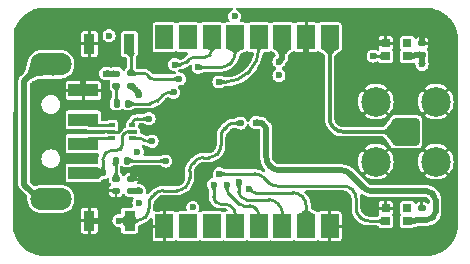
<source format=gbr>
%TF.GenerationSoftware,KiCad,Pcbnew,(7.0.0)*%
%TF.CreationDate,2023-06-22T14:20:14+03:00*%
%TF.ProjectId,Longle,4c6f6e67-6c65-42e6-9b69-6361645f7063,1.0*%
%TF.SameCoordinates,Original*%
%TF.FileFunction,Copper,L1,Top*%
%TF.FilePolarity,Positive*%
%FSLAX46Y46*%
G04 Gerber Fmt 4.6, Leading zero omitted, Abs format (unit mm)*
G04 Created by KiCad (PCBNEW (7.0.0)) date 2023-06-22 14:20:14*
%MOMM*%
%LPD*%
G01*
G04 APERTURE LIST*
G04 Aperture macros list*
%AMRoundRect*
0 Rectangle with rounded corners*
0 $1 Rounding radius*
0 $2 $3 $4 $5 $6 $7 $8 $9 X,Y pos of 4 corners*
0 Add a 4 corners polygon primitive as box body*
4,1,4,$2,$3,$4,$5,$6,$7,$8,$9,$2,$3,0*
0 Add four circle primitives for the rounded corners*
1,1,$1+$1,$2,$3*
1,1,$1+$1,$4,$5*
1,1,$1+$1,$6,$7*
1,1,$1+$1,$8,$9*
0 Add four rect primitives between the rounded corners*
20,1,$1+$1,$2,$3,$4,$5,0*
20,1,$1+$1,$4,$5,$6,$7,0*
20,1,$1+$1,$6,$7,$8,$9,0*
20,1,$1+$1,$8,$9,$2,$3,0*%
G04 Aperture macros list end*
%TA.AperFunction,SMDPad,CuDef*%
%ADD10RoundRect,0.147500X-0.147500X-0.172500X0.147500X-0.172500X0.147500X0.172500X-0.147500X0.172500X0*%
%TD*%
%TA.AperFunction,SMDPad,CuDef*%
%ADD11RoundRect,0.140000X0.170000X-0.140000X0.170000X0.140000X-0.170000X0.140000X-0.170000X-0.140000X0*%
%TD*%
%TA.AperFunction,ComponentPad*%
%ADD12RoundRect,0.200100X-0.949900X0.949900X-0.949900X-0.949900X0.949900X-0.949900X0.949900X0.949900X0*%
%TD*%
%TA.AperFunction,ComponentPad*%
%ADD13C,2.500000*%
%TD*%
%TA.AperFunction,SMDPad,CuDef*%
%ADD14R,2.500000X1.100000*%
%TD*%
%TA.AperFunction,ComponentPad*%
%ADD15O,3.500000X1.900000*%
%TD*%
%TA.AperFunction,SMDPad,CuDef*%
%ADD16R,0.900000X1.700000*%
%TD*%
%TA.AperFunction,SMDPad,CuDef*%
%ADD17R,0.500000X0.375000*%
%TD*%
%TA.AperFunction,SMDPad,CuDef*%
%ADD18R,0.650000X0.300000*%
%TD*%
%TA.AperFunction,SMDPad,CuDef*%
%ADD19RoundRect,0.135000X0.185000X-0.135000X0.185000X0.135000X-0.185000X0.135000X-0.185000X-0.135000X0*%
%TD*%
%TA.AperFunction,SMDPad,CuDef*%
%ADD20RoundRect,0.135000X-0.185000X0.135000X-0.185000X-0.135000X0.185000X-0.135000X0.185000X0.135000X0*%
%TD*%
%TA.AperFunction,SMDPad,CuDef*%
%ADD21R,0.700000X0.700000*%
%TD*%
%TA.AperFunction,SMDPad,CuDef*%
%ADD22R,1.500000X2.000000*%
%TD*%
%TA.AperFunction,SMDPad,CuDef*%
%ADD23RoundRect,0.147500X0.147500X0.172500X-0.147500X0.172500X-0.147500X-0.172500X0.147500X-0.172500X0*%
%TD*%
%TA.AperFunction,ViaPad*%
%ADD24C,0.600000*%
%TD*%
%TA.AperFunction,Conductor*%
%ADD25C,0.500000*%
%TD*%
%TA.AperFunction,Conductor*%
%ADD26C,0.250000*%
%TD*%
%TA.AperFunction,Conductor*%
%ADD27C,0.300000*%
%TD*%
G04 APERTURE END LIST*
D10*
%TO.P,D201,1,K*%
%TO.N,Net-(D201-K)*%
X140447400Y-104114600D03*
%TO.P,D201,2,A*%
%TO.N,/STM32F042K6/LED*%
X141417400Y-104114600D03*
%TD*%
D11*
%TO.P,C102,1*%
%TO.N,+5V*%
X141757400Y-106654600D03*
%TO.P,C102,2*%
%TO.N,GND*%
X141757400Y-105694600D03*
%TD*%
D12*
%TO.P,AE301,1,A*%
%TO.N,/RF_LORA_RA-01/ANT*%
X165028600Y-101673600D03*
D13*
%TO.P,AE301,2,Shield*%
%TO.N,GND*%
X167568600Y-99133600D03*
X162488600Y-99133600D03*
X167568600Y-104213600D03*
X162488600Y-104213600D03*
%TD*%
D11*
%TO.P,C106,1*%
%TO.N,+3V3*%
X166369400Y-95154600D03*
%TO.P,C106,2*%
%TO.N,GND*%
X166369400Y-94194600D03*
%TD*%
D14*
%TO.P,J101,1,VBUS*%
%TO.N,VBUS*%
X137721599Y-105173599D03*
%TO.P,J101,2,D-*%
%TO.N,/D-*%
X137721599Y-102673599D03*
%TO.P,J101,3,D+*%
%TO.N,/D+*%
X137721599Y-100673599D03*
%TO.P,J101,4,GND*%
%TO.N,GND*%
X137721599Y-98173599D03*
D15*
%TO.P,J101,5,Shield*%
%TO.N,unconnected-(J101-Shield-Pad5)*%
X134971599Y-107373599D03*
X134971599Y-95973599D03*
%TD*%
D16*
%TO.P,SW201,1,1*%
%TO.N,GND*%
X138231599Y-109194599D03*
%TO.P,SW201,2,2*%
%TO.N,/STM32F042K6/NRST*%
X141631599Y-109194599D03*
%TD*%
D17*
%TO.P,U102,1,I/O1*%
%TO.N,/D+*%
X140175599Y-101136099D03*
D18*
%TO.P,U102,2,GND*%
%TO.N,GND*%
X140100599Y-101673599D03*
D17*
%TO.P,U102,3,I/O2*%
%TO.N,/D-*%
X140175599Y-102211099D03*
%TO.P,U102,4,I/O2*%
%TO.N,/USB_DN*%
X141875599Y-102211099D03*
D18*
%TO.P,U102,5,VBUS*%
%TO.N,VBUS*%
X141950599Y-101673599D03*
D17*
%TO.P,U102,6,I/O1*%
%TO.N,/USB_DP*%
X141875599Y-101136099D03*
%TD*%
D19*
%TO.P,R203,1*%
%TO.N,Net-(D202-A)*%
X140517600Y-97768600D03*
%TO.P,R203,2*%
%TO.N,+3V3*%
X140517600Y-96748600D03*
%TD*%
D20*
%TO.P,R202,1*%
%TO.N,/STM32F042K6/BTN*%
X141787600Y-96744600D03*
%TO.P,R202,2*%
%TO.N,+3V3*%
X141787600Y-97764600D03*
%TD*%
D19*
%TO.P,R204,1*%
%TO.N,GND*%
X140487400Y-106656600D03*
%TO.P,R204,2*%
%TO.N,Net-(D201-K)*%
X140487400Y-105636600D03*
%TD*%
D21*
%TO.P,D102,1,VDD*%
%TO.N,+3V3*%
X165151399Y-109236599D03*
%TO.P,D102,2,DOUT*%
%TO.N,unconnected-(D102-DOUT-Pad2)*%
X165151399Y-108136599D03*
%TO.P,D102,3,VSS*%
%TO.N,GND*%
X163321399Y-108136599D03*
%TO.P,D102,4,DIN*%
%TO.N,/STM32F042K6/WS2812_1*%
X163321399Y-109236599D03*
%TD*%
D16*
%TO.P,SW202,1,1*%
%TO.N,/STM32F042K6/BTN*%
X141628599Y-94232599D03*
%TO.P,SW202,2,2*%
%TO.N,GND*%
X138228599Y-94232599D03*
%TD*%
D21*
%TO.P,D101,1,VDD*%
%TO.N,+3V3*%
X165151399Y-95266599D03*
%TO.P,D101,2,DOUT*%
%TO.N,unconnected-(D101-DOUT-Pad2)*%
X165151399Y-94166599D03*
%TO.P,D101,3,VSS*%
%TO.N,GND*%
X163321399Y-94166599D03*
%TO.P,D101,4,DIN*%
%TO.N,/STM32F042K6/WS2812_2*%
X163321399Y-95266599D03*
%TD*%
D22*
%TO.P,U301,1,ANT*%
%TO.N,/RF_LORA_RA-01/ANT*%
X158581599Y-93673599D03*
%TO.P,U301,2,GND*%
%TO.N,GND*%
X156581599Y-93673599D03*
%TO.P,U301,3,VDD*%
%TO.N,+3V3*%
X154581599Y-93673599D03*
%TO.P,U301,4,~{RESET}*%
%TO.N,/RF_LORA_RA-01/LORA_RST*%
X152581599Y-93673599D03*
%TO.P,U301,5,DIO0*%
%TO.N,/RF_LORA_RA-01/LORA_DIO0*%
X150581599Y-93673599D03*
%TO.P,U301,6,DIO1*%
%TO.N,/RF_LORA_RA-01/LORA_DIO1*%
X148581599Y-93673599D03*
%TO.P,U301,7,DIO2*%
%TO.N,unconnected-(U301-DIO2-Pad7)*%
X146581599Y-93673599D03*
%TO.P,U301,8,DIO3*%
%TO.N,unconnected-(U301-DIO3-Pad8)*%
X144581599Y-93673599D03*
%TO.P,U301,9,GND*%
%TO.N,GND*%
X144581599Y-109673599D03*
%TO.P,U301,10,DIO4*%
%TO.N,unconnected-(U301-DIO4-Pad10)*%
X146581599Y-109673599D03*
%TO.P,U301,11,DIO5*%
%TO.N,unconnected-(U301-DIO5-Pad11)*%
X148581599Y-109673599D03*
%TO.P,U301,12,SCK*%
%TO.N,/RF_LORA_RA-01/LORA_SCK*%
X150581599Y-109673599D03*
%TO.P,U301,13,MISO*%
%TO.N,/RF_LORA_RA-01/LORA_MISO*%
X152581599Y-109673599D03*
%TO.P,U301,14,MOSI*%
%TO.N,/RF_LORA_RA-01/LORA_MOSI*%
X154581599Y-109673599D03*
%TO.P,U301,15,~{NSS}*%
%TO.N,/RF_LORA_RA-01/LORA_NCS*%
X156581599Y-109673599D03*
%TO.P,U301,16,GND*%
%TO.N,GND*%
X158581599Y-109673599D03*
%TD*%
D23*
%TO.P,D202,1,K*%
%TO.N,/STM32F042K6/USB_NOE*%
X141510600Y-99288600D03*
%TO.P,D202,2,A*%
%TO.N,Net-(D202-A)*%
X140540600Y-99288600D03*
%TD*%
D11*
%TO.P,C107,1*%
%TO.N,+3V3*%
X166369400Y-109130600D03*
%TO.P,C107,2*%
%TO.N,GND*%
X166369400Y-108170600D03*
%TD*%
D24*
%TO.N,GND*%
X137312400Y-106832400D03*
X139090400Y-109194600D03*
X147955000Y-101092000D03*
X151231600Y-98120200D03*
X152298400Y-98120200D03*
X151231600Y-103708200D03*
X135026400Y-102590600D03*
X137185400Y-109194600D03*
X155727400Y-98907600D03*
X157632400Y-111480600D03*
X155092400Y-100558600D03*
X137185400Y-94208600D03*
X146786600Y-101092000D03*
X156895800Y-95732600D03*
X164236400Y-94716600D03*
X144005300Y-108216700D03*
X157632400Y-107670600D03*
X152298400Y-103708200D03*
X135026400Y-100685600D03*
X156489400Y-103352600D03*
X162331400Y-94157800D03*
X166395400Y-93395800D03*
X143945900Y-96291400D03*
X142519400Y-104876600D03*
X137718800Y-97205800D03*
X147955000Y-102235000D03*
X156895800Y-96901000D03*
X146812000Y-102235000D03*
X143408400Y-101447600D03*
%TO.N,VBUS*%
X139369800Y-105156000D03*
%TO.N,+5V*%
X142488571Y-106676831D03*
%TO.N,+3V3*%
X139903200Y-93548200D03*
X166395400Y-95961200D03*
X142392400Y-98564100D03*
X139598400Y-96748600D03*
X142427627Y-107676614D03*
X154279600Y-95732600D03*
X154279600Y-96901000D03*
X142290800Y-103390100D03*
X150526400Y-91904600D03*
X146989800Y-108074098D03*
X152298400Y-100914200D03*
%TO.N,/STM32F042K6/NRST*%
X140741400Y-109194600D03*
X151028400Y-100939600D03*
%TO.N,/STM32F042K6/USB_NOE*%
X145364200Y-98348800D03*
%TO.N,/STM32F042K6/LED*%
X144690347Y-104154600D03*
%TO.N,/STM32F042K6/BTN*%
X145846800Y-97205800D03*
%TO.N,/RF_LORA_RA-01/LORA_SCK*%
X148742400Y-106146600D03*
%TO.N,/RF_LORA_RA-01/LORA_MISO*%
X149860000Y-106146600D03*
%TO.N,/RF_LORA_RA-01/LORA_MOSI*%
X150876000Y-105955318D03*
%TO.N,/RF_LORA_RA-01/LORA_NCS*%
X151752300Y-106489500D03*
%TO.N,/RF_LORA_RA-01/LORA_RST*%
X149197500Y-97457700D03*
%TO.N,/RF_LORA_RA-01/LORA_DIO0*%
X147455799Y-96223999D03*
%TO.N,/USB_DN*%
X143535400Y-102476100D03*
%TO.N,/USB_DP*%
X143279569Y-100579100D03*
%TO.N,/RF_LORA_RA-01/LORA_DIO1*%
X145440400Y-95986600D03*
%TO.N,/STM32F042K6/WS2812_1*%
X149230966Y-105230818D03*
%TO.N,/STM32F042K6/WS2812_2*%
X162255200Y-95275400D03*
%TD*%
D25*
%TO.N,GND*%
X141757400Y-105694600D02*
X141757400Y-105638600D01*
D26*
X139649200Y-99745800D02*
X139649200Y-100050600D01*
X139649200Y-100050600D02*
X139903200Y-100304600D01*
D25*
X156581600Y-95418400D02*
X156895800Y-95732600D01*
X137721600Y-98173600D02*
X137721600Y-97208600D01*
X156581600Y-93673600D02*
X156581600Y-95418400D01*
X163312600Y-94157800D02*
X163321400Y-94166600D01*
D26*
X141020800Y-100507800D02*
X141020800Y-101342004D01*
X137922000Y-99441000D02*
X139344400Y-99441000D01*
D25*
X162331400Y-94157800D02*
X163312600Y-94157800D01*
D26*
X140689204Y-101673600D02*
X140100600Y-101673600D01*
X139903200Y-100304600D02*
X140817600Y-100304600D01*
D25*
X163312600Y-108127800D02*
X163321400Y-108136600D01*
D26*
X139344400Y-99441000D02*
X139649200Y-99745800D01*
D25*
X166395400Y-93395800D02*
X166395400Y-94168600D01*
D26*
X140817600Y-100304600D02*
X141020800Y-100507800D01*
X137721600Y-99240600D02*
X137922000Y-99441000D01*
D25*
X138231600Y-109194600D02*
X139090400Y-109194600D01*
D26*
X141020800Y-101342004D02*
X140689204Y-101673600D01*
D25*
X166395400Y-94168600D02*
X166369400Y-94194600D01*
D26*
X137721600Y-98173600D02*
X137721600Y-99240600D01*
D25*
X137721600Y-97208600D02*
X137718800Y-97205800D01*
X166370000Y-108170000D02*
X166369400Y-108170600D01*
X141757400Y-105638600D02*
X142519400Y-104876600D01*
%TO.N,VBUS*%
X138023600Y-105232200D02*
X138082200Y-105173600D01*
D26*
X140995400Y-102169485D02*
X140995400Y-102805915D01*
D25*
X138082200Y-105173600D02*
X138117400Y-105173600D01*
D26*
X139618085Y-103459915D02*
X139604114Y-103473886D01*
X139369800Y-104039571D02*
X139369800Y-105156000D01*
D25*
X137721600Y-105173600D02*
X137965000Y-105173600D01*
X139352200Y-105173600D02*
X139369800Y-105156000D01*
D26*
X141208442Y-101790758D02*
X141112557Y-101886643D01*
D25*
X137965000Y-105173600D02*
X138023600Y-105232200D01*
X137721600Y-105173600D02*
X138168200Y-105173600D01*
X137721600Y-105173600D02*
X139352200Y-105173600D01*
D26*
X140575715Y-103225600D02*
X140183771Y-103225600D01*
X141950600Y-101673600D02*
X141491285Y-101673600D01*
X140878242Y-103088758D02*
X140858557Y-103108443D01*
X140183771Y-103225580D02*
G75*
G03*
X139618085Y-103459915I29J-800020D01*
G01*
X140575715Y-103225610D02*
G75*
G03*
X140858557Y-103108443I-15J400010D01*
G01*
X140878235Y-103088751D02*
G75*
G03*
X140995400Y-102805915I-282835J282851D01*
G01*
X141491285Y-101673590D02*
G75*
G03*
X141208442Y-101790758I15J-400010D01*
G01*
X141112564Y-101886650D02*
G75*
G03*
X140995400Y-102169485I282836J-282850D01*
G01*
X139604129Y-103473901D02*
G75*
G03*
X139369800Y-104039571I565671J-565699D01*
G01*
D25*
%TO.N,+5V*%
X142488571Y-106676831D02*
X141964017Y-106676831D01*
X141941786Y-106654600D02*
X141757400Y-106654600D01*
X141964017Y-106676831D02*
X141941786Y-106654600D01*
%TO.N,+3V3*%
X166395400Y-95961200D02*
X166395400Y-95180600D01*
X154287414Y-104927400D02*
X159554986Y-104927400D01*
X167362664Y-108862336D02*
X167270136Y-108954864D01*
X165151400Y-95266600D02*
X165718400Y-95266600D01*
X165769200Y-109236600D02*
X165875200Y-109130600D01*
X165151400Y-109236600D02*
X165769200Y-109236600D01*
X160262093Y-105220293D02*
X161454307Y-106412507D01*
X166395400Y-95180600D02*
X166369400Y-95154600D01*
X165830400Y-95154600D02*
X166369400Y-95154600D01*
X167538400Y-107461928D02*
X167538400Y-108438072D01*
X166370000Y-109131200D02*
X166369400Y-109130600D01*
X167206136Y-106881136D02*
X167362664Y-107037664D01*
X162161414Y-106705400D02*
X166781872Y-106705400D01*
X139598400Y-96748600D02*
X140517600Y-96748600D01*
X165718400Y-95266600D02*
X165830400Y-95154600D01*
X165875200Y-109130600D02*
X166369400Y-109130600D01*
X154581600Y-93673600D02*
X154581600Y-95430600D01*
X152298400Y-100914200D02*
X152806400Y-100914200D01*
X152806400Y-100914200D02*
X153212800Y-101320600D01*
X142392400Y-98369400D02*
X141787600Y-97764600D01*
X153505693Y-104559893D02*
X153580307Y-104634507D01*
X154581600Y-95430600D02*
X154279600Y-95732600D01*
X153212800Y-101320600D02*
X153212800Y-103852786D01*
X142392400Y-98564100D02*
X142392400Y-98369400D01*
X166845872Y-109130600D02*
X166369400Y-109130600D01*
X153580300Y-104634514D02*
G75*
G03*
X154287414Y-104927400I707100J707114D01*
G01*
X166845872Y-109130580D02*
G75*
G03*
X167270136Y-108954864I28J599980D01*
G01*
X153212810Y-103852786D02*
G75*
G03*
X153505693Y-104559893I999990J-14D01*
G01*
X167362678Y-108862350D02*
G75*
G03*
X167538400Y-108438072I-424278J424250D01*
G01*
X167206150Y-106881122D02*
G75*
G03*
X166781872Y-106705400I-424250J-424278D01*
G01*
X167538380Y-107461928D02*
G75*
G03*
X167362664Y-107037664I-599980J28D01*
G01*
X160262100Y-105220286D02*
G75*
G03*
X159554986Y-104927400I-707100J-707114D01*
G01*
X161454300Y-106412514D02*
G75*
G03*
X162161414Y-106705400I707100J707114D01*
G01*
D26*
%TO.N,/STM32F042K6/NRST*%
X148328186Y-103860600D02*
X147886614Y-103860600D01*
X145661186Y-106654600D02*
X144457614Y-106654600D01*
X146417507Y-106312493D02*
X146368293Y-106361707D01*
X143281400Y-107830814D02*
X143281400Y-108145386D01*
X149377400Y-102115814D02*
X149377400Y-102811386D01*
X149846507Y-101232493D02*
X149670293Y-101408707D01*
X142232186Y-109194600D02*
X141631600Y-109194600D01*
X142988507Y-108852493D02*
X142939293Y-108901707D01*
X151028400Y-100939600D02*
X150553614Y-100939600D01*
X143750507Y-106947493D02*
X143574293Y-107123707D01*
X149084507Y-103518493D02*
X149035293Y-103567707D01*
X147179507Y-104153493D02*
X147003293Y-104329707D01*
X146710400Y-105036814D02*
X146710400Y-105605386D01*
X140741400Y-109194600D02*
X141631600Y-109194600D01*
X147886614Y-103860610D02*
G75*
G03*
X147179507Y-104153493I-14J-999990D01*
G01*
X143574286Y-107123700D02*
G75*
G03*
X143281400Y-107830814I707114J-707100D01*
G01*
X144457614Y-106654610D02*
G75*
G03*
X143750507Y-106947493I-14J-999990D01*
G01*
X146417514Y-106312500D02*
G75*
G03*
X146710400Y-105605386I-707114J707100D01*
G01*
X142988514Y-108852500D02*
G75*
G03*
X143281400Y-108145386I-707114J707100D01*
G01*
X149670286Y-101408700D02*
G75*
G03*
X149377400Y-102115814I707114J-707100D01*
G01*
X147003286Y-104329700D02*
G75*
G03*
X146710400Y-105036814I707114J-707100D01*
G01*
X145661186Y-106654590D02*
G75*
G03*
X146368293Y-106361707I14J999990D01*
G01*
X148328186Y-103860590D02*
G75*
G03*
X149035293Y-103567707I14J999990D01*
G01*
X150553614Y-100939610D02*
G75*
G03*
X149846507Y-101232493I-14J-999990D01*
G01*
X142232186Y-109194590D02*
G75*
G03*
X142939293Y-108901707I14J999990D01*
G01*
X149084514Y-103518500D02*
G75*
G03*
X149377400Y-102811386I-707114J707100D01*
G01*
%TO.N,/STM32F042K6/USB_NOE*%
X145364200Y-98348800D02*
X144958971Y-98348800D01*
X144393285Y-98583115D02*
X143922114Y-99054286D01*
X143356429Y-99288600D02*
X141510600Y-99288600D01*
X144958971Y-98348780D02*
G75*
G03*
X144393285Y-98583115I29J-800020D01*
G01*
X143356429Y-99288620D02*
G75*
G03*
X143922114Y-99054286I-29J800020D01*
G01*
%TO.N,Net-(D201-K)*%
X140447400Y-105596600D02*
X140487400Y-105636600D01*
X140447400Y-104114600D02*
X140447400Y-105596600D01*
%TO.N,/D-*%
X138184100Y-102211100D02*
X137721600Y-102673600D01*
X140175600Y-102211100D02*
X138184100Y-102211100D01*
%TO.N,/D+*%
X138184100Y-101136100D02*
X137721600Y-100673600D01*
X140175600Y-101136100D02*
X138184100Y-101136100D01*
%TO.N,Net-(D202-A)*%
X140517600Y-97768600D02*
X140517600Y-99265600D01*
X140517600Y-99265600D02*
X140540600Y-99288600D01*
%TO.N,/STM32F042K6/LED*%
X144650347Y-104114600D02*
X141417400Y-104114600D01*
X144690347Y-104154600D02*
X144650347Y-104114600D01*
%TO.N,/STM32F042K6/BTN*%
X141782800Y-94386800D02*
X141628600Y-94232600D01*
X142899136Y-96744600D02*
X141787600Y-96744600D01*
X145846800Y-97205800D02*
X143608864Y-97205800D01*
X143396732Y-97117932D02*
X143111268Y-96832468D01*
X141782800Y-96739800D02*
X141782800Y-94386800D01*
X143396750Y-97117914D02*
G75*
G03*
X143608864Y-97205800I212150J212114D01*
G01*
X143111250Y-96832486D02*
G75*
G03*
X142899136Y-96744600I-212150J-212114D01*
G01*
%TO.N,/RF_LORA_RA-01/LORA_SCK*%
X149330507Y-107797600D02*
X149805293Y-107797600D01*
X148888847Y-107563047D02*
X148976954Y-107651154D01*
X150581600Y-108573907D02*
X150581600Y-109673600D01*
X150158847Y-107944047D02*
X150435154Y-108220354D01*
X148742400Y-106146600D02*
X148742400Y-107209493D01*
X148742405Y-107209493D02*
G75*
G03*
X148888847Y-107563047I499995J-7D01*
G01*
X150581595Y-108573907D02*
G75*
G03*
X150435154Y-108220354I-499995J7D01*
G01*
X148976951Y-107651157D02*
G75*
G03*
X149330507Y-107797600I353549J353557D01*
G01*
X150158850Y-107944044D02*
G75*
G03*
X149805293Y-107797600I-353550J-353556D01*
G01*
%TO.N,/RF_LORA_RA-01/LORA_MISO*%
X152581600Y-108668907D02*
X152581600Y-109673600D01*
X150006447Y-106903345D02*
X150881256Y-107778154D01*
X151234809Y-107924600D02*
X151837293Y-107924600D01*
X149860000Y-106146600D02*
X149860000Y-106549791D01*
X152190847Y-108071047D02*
X152435154Y-108315354D01*
X152190850Y-108071044D02*
G75*
G03*
X151837293Y-107924600I-353550J-353556D01*
G01*
X150881252Y-107778158D02*
G75*
G03*
X151234809Y-107924600I353548J353558D01*
G01*
X152581595Y-108668907D02*
G75*
G03*
X152435154Y-108315354I-499995J7D01*
G01*
X149860007Y-106549791D02*
G75*
G03*
X150006448Y-106903344I499993J-9D01*
G01*
%TO.N,/RF_LORA_RA-01/LORA_MOSI*%
X151530928Y-107416600D02*
X153408186Y-107416600D01*
X154581600Y-108590014D02*
X154581600Y-109673600D01*
X154115293Y-107709493D02*
X154288707Y-107882907D01*
X150876000Y-105955318D02*
X150876000Y-106761672D01*
X151051736Y-107185936D02*
X151106664Y-107240864D01*
X154581590Y-108590014D02*
G75*
G03*
X154288707Y-107882907I-999990J14D01*
G01*
X154115300Y-107709486D02*
G75*
G03*
X153408186Y-107416600I-707100J-707114D01*
G01*
X150876020Y-106761672D02*
G75*
G03*
X151051736Y-107185936I599980J-28D01*
G01*
X151106650Y-107240878D02*
G75*
G03*
X151530928Y-107416600I424250J424278D01*
G01*
%TO.N,/RF_LORA_RA-01/LORA_NCS*%
X156205293Y-107132493D02*
X156288707Y-107215907D01*
X156581600Y-107923014D02*
X156581600Y-109673600D01*
X151752300Y-106489500D02*
X151985243Y-106722443D01*
X152268085Y-106839600D02*
X155498186Y-106839600D01*
X156205300Y-107132486D02*
G75*
G03*
X155498186Y-106839600I-707100J-707114D01*
G01*
X151985250Y-106722436D02*
G75*
G03*
X152268085Y-106839600I282850J282836D01*
G01*
X156581590Y-107923014D02*
G75*
G03*
X156288707Y-107215907I-999990J14D01*
G01*
%TO.N,/RF_LORA_RA-01/LORA_RST*%
X152581600Y-94667866D02*
X152581600Y-93673600D01*
X149197500Y-97457700D02*
X149791766Y-97457700D01*
X151559533Y-96725467D02*
X151849367Y-96435633D01*
X149791766Y-97457676D02*
G75*
G03*
X151559533Y-96725467I34J2499976D01*
G01*
X151849384Y-96435650D02*
G75*
G03*
X152581600Y-94667866I-1767784J1767750D01*
G01*
%TO.N,/RF_LORA_RA-01/LORA_DIO0*%
X150067894Y-95931106D02*
X150288707Y-95710293D01*
X150581600Y-95003186D02*
X150581600Y-93673600D01*
X147455799Y-96223999D02*
X149360787Y-96223999D01*
X150288714Y-95710300D02*
G75*
G03*
X150581600Y-95003186I-707114J707100D01*
G01*
X149360787Y-96223990D02*
G75*
G03*
X150067894Y-95931106I13J999990D01*
G01*
%TO.N,/USB_DN*%
X142795742Y-102358942D02*
X142765057Y-102328257D01*
X143535400Y-102476100D02*
X143078585Y-102476100D01*
X142482215Y-102211100D02*
X141875600Y-102211100D01*
X142765050Y-102328264D02*
G75*
G03*
X142482215Y-102211100I-282850J-282836D01*
G01*
X142795749Y-102358935D02*
G75*
G03*
X143078585Y-102476100I282851J282835D01*
G01*
%TO.N,/USB_DP*%
X143279569Y-100579100D02*
X142283585Y-100579100D01*
X141875600Y-100987085D02*
X141875600Y-101136100D01*
X142000742Y-100696258D02*
X141992757Y-100704243D01*
X141992764Y-100704250D02*
G75*
G03*
X141875600Y-100987085I282836J-282850D01*
G01*
X142283585Y-100579090D02*
G75*
G03*
X142000742Y-100696258I15J-400010D01*
G01*
D25*
%TO.N,unconnected-(J101-Shield-Pad5)*%
X132726400Y-97354600D02*
X132726400Y-106154600D01*
X134107400Y-95973600D02*
X132726400Y-97354600D01*
X134971600Y-95973600D02*
X134107400Y-95973600D01*
X133945400Y-107373600D02*
X134971600Y-107373600D01*
X132726400Y-106154600D02*
X133945400Y-107373600D01*
D27*
%TO.N,/RF_LORA_RA-01/ANT*%
X158581600Y-93673600D02*
X158581600Y-100585586D01*
X158874493Y-101292693D02*
X158962507Y-101380707D01*
X159669614Y-101673600D02*
X165028600Y-101673600D01*
X158581610Y-100585586D02*
G75*
G03*
X158874493Y-101292693I999990J-14D01*
G01*
X158962500Y-101380714D02*
G75*
G03*
X159669614Y-101673600I707100J707114D01*
G01*
D26*
%TO.N,/RF_LORA_RA-01/LORA_DIO1*%
X145440400Y-95986600D02*
X145912451Y-95986600D01*
X148380847Y-95205153D02*
X148435154Y-95150846D01*
X147127349Y-95351600D02*
X148027293Y-95351600D01*
X148581600Y-94797293D02*
X148581600Y-93673600D01*
X146407426Y-95781574D02*
X146632375Y-95556625D01*
X145912451Y-95986635D02*
G75*
G03*
X146407425Y-95781573I-51J700035D01*
G01*
X148027293Y-95351595D02*
G75*
G03*
X148380847Y-95205153I7J499995D01*
G01*
X147127349Y-95351565D02*
G75*
G03*
X146632376Y-95556626I51J-700035D01*
G01*
X148435157Y-95150849D02*
G75*
G03*
X148581600Y-94797293I-353557J353549D01*
G01*
%TO.N,/STM32F042K6/WS2812_1*%
X149230966Y-105230818D02*
X152238404Y-105230818D01*
X160807400Y-107322814D02*
X160807400Y-108145386D01*
X161898614Y-109236600D02*
X163321400Y-109236600D01*
X154109614Y-106273600D02*
X159758186Y-106273600D01*
X161100293Y-108852493D02*
X161191507Y-108943707D01*
X152945511Y-105523711D02*
X153402507Y-105980707D01*
X160465293Y-106566493D02*
X160514507Y-106615707D01*
X152945505Y-105523717D02*
G75*
G03*
X152238404Y-105230818I-707105J-707083D01*
G01*
X160465300Y-106566486D02*
G75*
G03*
X159758186Y-106273600I-707100J-707114D01*
G01*
X160807390Y-107322814D02*
G75*
G03*
X160514507Y-106615707I-999990J14D01*
G01*
X153402500Y-105980714D02*
G75*
G03*
X154109614Y-106273600I707100J707114D01*
G01*
X161191500Y-108943714D02*
G75*
G03*
X161898614Y-109236600I707100J707114D01*
G01*
X160807410Y-108145386D02*
G75*
G03*
X161100293Y-108852493I999990J-14D01*
G01*
%TO.N,/STM32F042K6/WS2812_2*%
X163312600Y-95275400D02*
X163321400Y-95266600D01*
X162255200Y-95275400D02*
X163312600Y-95275400D01*
%TD*%
%TA.AperFunction,Conductor*%
%TO.N,GND*%
G36*
X150325450Y-91178873D02*
G01*
X150371145Y-91228305D01*
X150384278Y-91294329D01*
X150360978Y-91357486D01*
X150308112Y-91399161D01*
X150256285Y-91420627D01*
X150256277Y-91420631D01*
X150248775Y-91423739D01*
X150242333Y-91428682D01*
X150242328Y-91428685D01*
X150140221Y-91507035D01*
X150140217Y-91507038D01*
X150133779Y-91511979D01*
X150128838Y-91518417D01*
X150128835Y-91518421D01*
X150050485Y-91620528D01*
X150050482Y-91620533D01*
X150045539Y-91626975D01*
X150042429Y-91634483D01*
X150042428Y-91634485D01*
X149993182Y-91753376D01*
X149993180Y-91753381D01*
X149990070Y-91760891D01*
X149989009Y-91768948D01*
X149989008Y-91768953D01*
X149972211Y-91896541D01*
X149971150Y-91904600D01*
X149972211Y-91912659D01*
X149988645Y-92037492D01*
X149990070Y-92048309D01*
X150045539Y-92182225D01*
X150050484Y-92188670D01*
X150050488Y-92188676D01*
X150077297Y-92223614D01*
X150102324Y-92286946D01*
X150090133Y-92353944D01*
X150044401Y-92404401D01*
X149978921Y-92423100D01*
X149806926Y-92423100D01*
X149800951Y-92424288D01*
X149800946Y-92424289D01*
X149745840Y-92435250D01*
X149745835Y-92435251D01*
X149733860Y-92437634D01*
X149723705Y-92444419D01*
X149723703Y-92444420D01*
X149650999Y-92492999D01*
X149648897Y-92489854D01*
X149613694Y-92510180D01*
X149549506Y-92510180D01*
X149514302Y-92489854D01*
X149512201Y-92492999D01*
X149429340Y-92437634D01*
X149417362Y-92435251D01*
X149417359Y-92435250D01*
X149362253Y-92424289D01*
X149362249Y-92424288D01*
X149356274Y-92423100D01*
X147806926Y-92423100D01*
X147800951Y-92424288D01*
X147800946Y-92424289D01*
X147745840Y-92435250D01*
X147745835Y-92435251D01*
X147733860Y-92437634D01*
X147723705Y-92444419D01*
X147723703Y-92444420D01*
X147650999Y-92492999D01*
X147648897Y-92489854D01*
X147613694Y-92510180D01*
X147549506Y-92510180D01*
X147514302Y-92489854D01*
X147512201Y-92492999D01*
X147429340Y-92437634D01*
X147417362Y-92435251D01*
X147417359Y-92435250D01*
X147362253Y-92424289D01*
X147362249Y-92424288D01*
X147356274Y-92423100D01*
X145806926Y-92423100D01*
X145800951Y-92424288D01*
X145800946Y-92424289D01*
X145745840Y-92435250D01*
X145745835Y-92435251D01*
X145733860Y-92437634D01*
X145723705Y-92444419D01*
X145723703Y-92444420D01*
X145650999Y-92492999D01*
X145648897Y-92489854D01*
X145613694Y-92510180D01*
X145549506Y-92510180D01*
X145514302Y-92489854D01*
X145512201Y-92492999D01*
X145429340Y-92437634D01*
X145417362Y-92435251D01*
X145417359Y-92435250D01*
X145362253Y-92424289D01*
X145362249Y-92424288D01*
X145356274Y-92423100D01*
X143806926Y-92423100D01*
X143800951Y-92424288D01*
X143800946Y-92424289D01*
X143745840Y-92435250D01*
X143745835Y-92435251D01*
X143733860Y-92437634D01*
X143723705Y-92444419D01*
X143723703Y-92444420D01*
X143661151Y-92486215D01*
X143661148Y-92486217D01*
X143650999Y-92492999D01*
X143644217Y-92503148D01*
X143644215Y-92503151D01*
X143602420Y-92565703D01*
X143602419Y-92565705D01*
X143595634Y-92575860D01*
X143593251Y-92587835D01*
X143593250Y-92587840D01*
X143582289Y-92642946D01*
X143582288Y-92642951D01*
X143581100Y-92648926D01*
X143581100Y-94698274D01*
X143582288Y-94704249D01*
X143582289Y-94704253D01*
X143593250Y-94759359D01*
X143593251Y-94759362D01*
X143595634Y-94771340D01*
X143650999Y-94854201D01*
X143733860Y-94909566D01*
X143806926Y-94924100D01*
X145350179Y-94924100D01*
X145356274Y-94924100D01*
X145429340Y-94909566D01*
X145512201Y-94854201D01*
X145514302Y-94857345D01*
X145549506Y-94837020D01*
X145613694Y-94837020D01*
X145648897Y-94857345D01*
X145650999Y-94854201D01*
X145733860Y-94909566D01*
X145806926Y-94924100D01*
X145813021Y-94924100D01*
X146467823Y-94924100D01*
X146527559Y-94939437D01*
X146572518Y-94981655D01*
X146591578Y-95040310D01*
X146580024Y-95100892D01*
X146540714Y-95148413D01*
X146529269Y-95156730D01*
X146430636Y-95228399D01*
X146430629Y-95228404D01*
X146426693Y-95231265D01*
X146423253Y-95234705D01*
X146423244Y-95234713D01*
X146383984Y-95273978D01*
X146372619Y-95285344D01*
X146226638Y-95431324D01*
X146180079Y-95477883D01*
X146180071Y-95477889D01*
X146180067Y-95477892D01*
X146180055Y-95477903D01*
X146180048Y-95477910D01*
X146147638Y-95510323D01*
X146135445Y-95521016D01*
X146087632Y-95557708D01*
X146059600Y-95573894D01*
X146011497Y-95593822D01*
X145980232Y-95602202D01*
X145946373Y-95606662D01*
X145915148Y-95606544D01*
X145912255Y-95605855D01*
X145906336Y-95605599D01*
X145900477Y-95604783D01*
X145900626Y-95603709D01*
X145876438Y-95599089D01*
X145844547Y-95582500D01*
X145824762Y-95568221D01*
X145824686Y-95568167D01*
X145824481Y-95568019D01*
X145823382Y-95567245D01*
X145819928Y-95564811D01*
X145819833Y-95564745D01*
X145819664Y-95564626D01*
X145819290Y-95564369D01*
X145815510Y-95561821D01*
X145806402Y-95555799D01*
X145784310Y-95541191D01*
X145784294Y-95541180D01*
X145783856Y-95540891D01*
X145783422Y-95540614D01*
X145783392Y-95540595D01*
X145777024Y-95536538D01*
X145776561Y-95536243D01*
X145775870Y-95535819D01*
X145775399Y-95535541D01*
X145775338Y-95535505D01*
X145768333Y-95531382D01*
X145767839Y-95531091D01*
X145752200Y-95522263D01*
X145730102Y-95509789D01*
X145730055Y-95509763D01*
X145729557Y-95509482D01*
X145720268Y-95504488D01*
X145719423Y-95504056D01*
X145718883Y-95503793D01*
X145718856Y-95503780D01*
X145710679Y-95499805D01*
X145710657Y-95499794D01*
X145710193Y-95499569D01*
X145709740Y-95499360D01*
X145709698Y-95499340D01*
X145677062Y-95484276D01*
X145677050Y-95484271D01*
X145673299Y-95482540D01*
X145669337Y-95481321D01*
X145669329Y-95481318D01*
X145635035Y-95470767D01*
X145624049Y-95466812D01*
X145591618Y-95453379D01*
X145591609Y-95453376D01*
X145584109Y-95450270D01*
X145576055Y-95449209D01*
X145576053Y-95449209D01*
X145448459Y-95432411D01*
X145440400Y-95431350D01*
X145432341Y-95432411D01*
X145304753Y-95449208D01*
X145304748Y-95449209D01*
X145296691Y-95450270D01*
X145289181Y-95453380D01*
X145289176Y-95453382D01*
X145170285Y-95502628D01*
X145170283Y-95502629D01*
X145162775Y-95505739D01*
X145156333Y-95510682D01*
X145156328Y-95510685D01*
X145054221Y-95589035D01*
X145054217Y-95589038D01*
X145047779Y-95593979D01*
X145042838Y-95600417D01*
X145042835Y-95600421D01*
X144964485Y-95702528D01*
X144964482Y-95702533D01*
X144959539Y-95708975D01*
X144956429Y-95716483D01*
X144956428Y-95716485D01*
X144907182Y-95835376D01*
X144907180Y-95835381D01*
X144904070Y-95842891D01*
X144903009Y-95850948D01*
X144903008Y-95850953D01*
X144889576Y-95952982D01*
X144885150Y-95986600D01*
X144886211Y-95994659D01*
X144902551Y-96118778D01*
X144904070Y-96130309D01*
X144907181Y-96137820D01*
X144907182Y-96137823D01*
X144935710Y-96206696D01*
X144959539Y-96264225D01*
X144964484Y-96270669D01*
X144964485Y-96270671D01*
X145036980Y-96365148D01*
X145047779Y-96379221D01*
X145162775Y-96467461D01*
X145296691Y-96522930D01*
X145438090Y-96541545D01*
X145493743Y-96563415D01*
X145532691Y-96608788D01*
X145545875Y-96667115D01*
X145530229Y-96724829D01*
X145489391Y-96768510D01*
X145471285Y-96780256D01*
X145471011Y-96780434D01*
X145470827Y-96780555D01*
X145470662Y-96780664D01*
X145467148Y-96782993D01*
X145467014Y-96783082D01*
X145466857Y-96783187D01*
X145466560Y-96783388D01*
X145466436Y-96783473D01*
X145466309Y-96783560D01*
X145462940Y-96785885D01*
X145462817Y-96785970D01*
X145462717Y-96786040D01*
X145462519Y-96786179D01*
X145462478Y-96786208D01*
X145439581Y-96802321D01*
X145408096Y-96818327D01*
X145379168Y-96823724D01*
X145379206Y-96823998D01*
X145373448Y-96824792D01*
X145373375Y-96824806D01*
X145373338Y-96824807D01*
X145373331Y-96824807D01*
X145367407Y-96825054D01*
X145361640Y-96826420D01*
X145361631Y-96826422D01*
X145359372Y-96826958D01*
X145330777Y-96830300D01*
X143691499Y-96830300D01*
X143644046Y-96820861D01*
X143603818Y-96793981D01*
X143489169Y-96679332D01*
X143354786Y-96544948D01*
X143354711Y-96544895D01*
X143354558Y-96544754D01*
X143334063Y-96524254D01*
X143334058Y-96524250D01*
X143329753Y-96519944D01*
X143316372Y-96511001D01*
X143224191Y-96449394D01*
X143224185Y-96449391D01*
X143219128Y-96446011D01*
X143213511Y-96443683D01*
X143213506Y-96443681D01*
X143101827Y-96397410D01*
X143101824Y-96397409D01*
X143096205Y-96395081D01*
X143090242Y-96393894D01*
X143090235Y-96393892D01*
X142971677Y-96370295D01*
X142971668Y-96370294D01*
X142965709Y-96369108D01*
X142961817Y-96369107D01*
X142961796Y-96369100D01*
X142959556Y-96369100D01*
X142899181Y-96369100D01*
X142845246Y-96369094D01*
X142845192Y-96369094D01*
X142845174Y-96369099D01*
X142845165Y-96369100D01*
X142328751Y-96369100D01*
X142265589Y-96351808D01*
X142265317Y-96351647D01*
X142240798Y-96332620D01*
X142199702Y-96291524D01*
X142200901Y-96290324D01*
X142172050Y-96256966D01*
X142158300Y-96200214D01*
X142158300Y-95447482D01*
X142172175Y-95390486D01*
X142183167Y-95369248D01*
X142184962Y-95365911D01*
X142195916Y-95346285D01*
X142198082Y-95342562D01*
X142207808Y-95326501D01*
X142210415Y-95322386D01*
X142218589Y-95310038D01*
X142221755Y-95305486D01*
X142227921Y-95297035D01*
X142231839Y-95291950D01*
X142235542Y-95287395D01*
X142240293Y-95281892D01*
X142240883Y-95281248D01*
X142242733Y-95279366D01*
X142244443Y-95277455D01*
X142248106Y-95273978D01*
X142252587Y-95268070D01*
X142253531Y-95266988D01*
X142259201Y-95263201D01*
X142278680Y-95234046D01*
X142282960Y-95228038D01*
X142297971Y-95208256D01*
X142301461Y-95201664D01*
X142301635Y-95201756D01*
X142302898Y-95199777D01*
X142307278Y-95191707D01*
X142307779Y-95190496D01*
X142314566Y-95180340D01*
X142321573Y-95145109D01*
X142324208Y-95135225D01*
X142324572Y-95133001D01*
X142327791Y-95123442D01*
X142327792Y-95114753D01*
X142327909Y-95113866D01*
X142327793Y-95113843D01*
X142327920Y-95113204D01*
X142329100Y-95107274D01*
X142329100Y-93357926D01*
X142314566Y-93284860D01*
X142259201Y-93201999D01*
X142176340Y-93146634D01*
X142164362Y-93144251D01*
X142164359Y-93144250D01*
X142109253Y-93133289D01*
X142109249Y-93133288D01*
X142103274Y-93132100D01*
X141153926Y-93132100D01*
X141147951Y-93133288D01*
X141147946Y-93133289D01*
X141092840Y-93144250D01*
X141092835Y-93144251D01*
X141080860Y-93146634D01*
X141070705Y-93153419D01*
X141070703Y-93153420D01*
X141008151Y-93195215D01*
X141008148Y-93195217D01*
X140997999Y-93201999D01*
X140991217Y-93212148D01*
X140991215Y-93212151D01*
X140949420Y-93274703D01*
X140949419Y-93274705D01*
X140942634Y-93284860D01*
X140940251Y-93296835D01*
X140940250Y-93296840D01*
X140929289Y-93351946D01*
X140929288Y-93351951D01*
X140928100Y-93357926D01*
X140928100Y-95107274D01*
X140929288Y-95113249D01*
X140929289Y-95113253D01*
X140940250Y-95168359D01*
X140940251Y-95168362D01*
X140942634Y-95180340D01*
X140997999Y-95263201D01*
X141080860Y-95318566D01*
X141153926Y-95333100D01*
X141211585Y-95333100D01*
X141267389Y-95346366D01*
X141274238Y-95349818D01*
X141281967Y-95354066D01*
X141296265Y-95362605D01*
X141303089Y-95366992D01*
X141320032Y-95378689D01*
X141326034Y-95383105D01*
X141345432Y-95398303D01*
X141350666Y-95402643D01*
X141365049Y-95415253D01*
X141396244Y-95457307D01*
X141407300Y-95508489D01*
X141407300Y-96204642D01*
X141401620Y-96241742D01*
X141385099Y-96275444D01*
X141381401Y-96280761D01*
X141378173Y-96285191D01*
X141374711Y-96289727D01*
X141370880Y-96294497D01*
X141370386Y-96295082D01*
X141360020Y-96305948D01*
X141355430Y-96310210D01*
X141354092Y-96308769D01*
X141354006Y-96308855D01*
X141356086Y-96310935D01*
X141291787Y-96375234D01*
X141291784Y-96375237D01*
X141284524Y-96382498D01*
X141280014Y-96391721D01*
X141280011Y-96391727D01*
X141263022Y-96426480D01*
X141217283Y-96477208D01*
X141151621Y-96496019D01*
X141085960Y-96477207D01*
X141040222Y-96426479D01*
X141029719Y-96404996D01*
X141020676Y-96386498D01*
X140929702Y-96295524D01*
X140919065Y-96290324D01*
X140822771Y-96243248D01*
X140822769Y-96243247D01*
X140814118Y-96239018D01*
X140804587Y-96237629D01*
X140804586Y-96237629D01*
X140743619Y-96228746D01*
X140743612Y-96228745D01*
X140739182Y-96228100D01*
X140734700Y-96228100D01*
X140379798Y-96228100D01*
X140369381Y-96227631D01*
X140365731Y-96227051D01*
X140361540Y-96226956D01*
X140361538Y-96226956D01*
X140301173Y-96225590D01*
X140301163Y-96225590D01*
X140296989Y-96225496D01*
X140292836Y-96225964D01*
X140292825Y-96225965D01*
X140276120Y-96227850D01*
X140274886Y-96227983D01*
X140249087Y-96230632D01*
X140247852Y-96230753D01*
X140221766Y-96233168D01*
X140220533Y-96233276D01*
X140201654Y-96234833D01*
X140194637Y-96235412D01*
X140193549Y-96235497D01*
X140173916Y-96236918D01*
X140167527Y-96237381D01*
X140166283Y-96237464D01*
X140140475Y-96239071D01*
X140139233Y-96239142D01*
X140113276Y-96240497D01*
X140112023Y-96240556D01*
X140086204Y-96241642D01*
X140084954Y-96241689D01*
X140060299Y-96242477D01*
X140053696Y-96242512D01*
X140027605Y-96241956D01*
X140021521Y-96241677D01*
X140005631Y-96240556D01*
X139987049Y-96239245D01*
X139980486Y-96238606D01*
X139954435Y-96235369D01*
X139948547Y-96234492D01*
X139926278Y-96230632D01*
X139923856Y-96230212D01*
X139920267Y-96229535D01*
X139853557Y-96215933D01*
X139853218Y-96215865D01*
X139849999Y-96215233D01*
X139849816Y-96215197D01*
X139849478Y-96215133D01*
X139849163Y-96215075D01*
X139849110Y-96215066D01*
X139846023Y-96214506D01*
X139846014Y-96214504D01*
X139845593Y-96214428D01*
X139806818Y-96207705D01*
X139806585Y-96207667D01*
X139806512Y-96207655D01*
X139801338Y-96206818D01*
X139801214Y-96206798D01*
X139801092Y-96206779D01*
X139800943Y-96206756D01*
X139800881Y-96206747D01*
X139800826Y-96206739D01*
X139800539Y-96206696D01*
X139800287Y-96206661D01*
X139800166Y-96206644D01*
X139794506Y-96205868D01*
X139794423Y-96205857D01*
X139794116Y-96205815D01*
X139793847Y-96205781D01*
X139793713Y-96205764D01*
X139750030Y-96200337D01*
X139749898Y-96200321D01*
X139749588Y-96200283D01*
X139749242Y-96200244D01*
X139749152Y-96200234D01*
X139743361Y-96199591D01*
X139743330Y-96199587D01*
X139743017Y-96199553D01*
X139742456Y-96199498D01*
X139742159Y-96199473D01*
X139742062Y-96199464D01*
X139735948Y-96198949D01*
X139735833Y-96198940D01*
X139735510Y-96198913D01*
X139735081Y-96198882D01*
X139734993Y-96198876D01*
X139682701Y-96195186D01*
X139682578Y-96195178D01*
X139682194Y-96195151D01*
X139681826Y-96195129D01*
X139681767Y-96195126D01*
X139675911Y-96194788D01*
X139675804Y-96194782D01*
X139675566Y-96194769D01*
X139675049Y-96194746D01*
X139674701Y-96194734D01*
X139674636Y-96194732D01*
X139669535Y-96194564D01*
X139669422Y-96194560D01*
X139669149Y-96194552D01*
X139668837Y-96194545D01*
X139668787Y-96194544D01*
X139619859Y-96193499D01*
X139619851Y-96193499D01*
X139615763Y-96193412D01*
X139611687Y-96193866D01*
X139607593Y-96194050D01*
X139607590Y-96193985D01*
X139604519Y-96194155D01*
X139598400Y-96193350D01*
X139590348Y-96194409D01*
X139590348Y-96194410D01*
X139462753Y-96211208D01*
X139462748Y-96211209D01*
X139454691Y-96212270D01*
X139447181Y-96215380D01*
X139447176Y-96215382D01*
X139328285Y-96264628D01*
X139328283Y-96264629D01*
X139320775Y-96267739D01*
X139314333Y-96272682D01*
X139314328Y-96272685D01*
X139212221Y-96351035D01*
X139212217Y-96351038D01*
X139205779Y-96355979D01*
X139200838Y-96362417D01*
X139200835Y-96362421D01*
X139122485Y-96464528D01*
X139122482Y-96464533D01*
X139117539Y-96470975D01*
X139114429Y-96478483D01*
X139114428Y-96478485D01*
X139065182Y-96597376D01*
X139065180Y-96597381D01*
X139062070Y-96604891D01*
X139061009Y-96612948D01*
X139061008Y-96612953D01*
X139045815Y-96728358D01*
X139043150Y-96748600D01*
X139044211Y-96756659D01*
X139059719Y-96874458D01*
X139062070Y-96892309D01*
X139065181Y-96899820D01*
X139065182Y-96899823D01*
X139095268Y-96972457D01*
X139117539Y-97026225D01*
X139122484Y-97032669D01*
X139122485Y-97032671D01*
X139196815Y-97129539D01*
X139205779Y-97141221D01*
X139320775Y-97229461D01*
X139454691Y-97284930D01*
X139598400Y-97303850D01*
X139604518Y-97303043D01*
X139607580Y-97303214D01*
X139607584Y-97303147D01*
X139611672Y-97303330D01*
X139615763Y-97303787D01*
X139669118Y-97302648D01*
X139675226Y-97302444D01*
X139675800Y-97302418D01*
X139682223Y-97302046D01*
X139735482Y-97298288D01*
X139742148Y-97297730D01*
X139742767Y-97297670D01*
X139749623Y-97296912D01*
X139794119Y-97291383D01*
X139800336Y-97290533D01*
X139800892Y-97290450D01*
X139806818Y-97289494D01*
X139845593Y-97282771D01*
X139849478Y-97282066D01*
X139849816Y-97282002D01*
X139853327Y-97281312D01*
X139853634Y-97281249D01*
X139853701Y-97281236D01*
X139853731Y-97281387D01*
X139921207Y-97286418D01*
X139976266Y-97326719D01*
X140001669Y-97390047D01*
X139989724Y-97457225D01*
X139962248Y-97513428D01*
X139962246Y-97513431D01*
X139958018Y-97522082D01*
X139956629Y-97531610D01*
X139956629Y-97531613D01*
X139947746Y-97592580D01*
X139947745Y-97592588D01*
X139947100Y-97597018D01*
X139947100Y-97940182D01*
X139947745Y-97944612D01*
X139947746Y-97944619D01*
X139956141Y-98002234D01*
X139958018Y-98015118D01*
X139962247Y-98023769D01*
X139962248Y-98023771D01*
X140008055Y-98117471D01*
X140014524Y-98130702D01*
X140021790Y-98137968D01*
X140102885Y-98219063D01*
X140112873Y-98230345D01*
X140113577Y-98231245D01*
X140116924Y-98235729D01*
X140119116Y-98238808D01*
X140136214Y-98272974D01*
X140142100Y-98310723D01*
X140142100Y-98709457D01*
X140133570Y-98754652D01*
X140129117Y-98766029D01*
X140128032Y-98768710D01*
X140118106Y-98792425D01*
X140116809Y-98795413D01*
X140107599Y-98815890D01*
X140106035Y-98819233D01*
X140097741Y-98836297D01*
X140095837Y-98840051D01*
X140092839Y-98845721D01*
X140079267Y-98864109D01*
X140079734Y-98864449D01*
X140073995Y-98872346D01*
X140067098Y-98879245D01*
X140062669Y-98887935D01*
X140062668Y-98887938D01*
X140044745Y-98923114D01*
X140039809Y-98931899D01*
X140033234Y-98942561D01*
X140033227Y-98942573D01*
X140031104Y-98946017D01*
X140028622Y-98951552D01*
X140027571Y-98955065D01*
X140022016Y-98967721D01*
X140014291Y-98982882D01*
X140014289Y-98982885D01*
X140009861Y-98991578D01*
X140008335Y-99001212D01*
X140008334Y-99001216D01*
X139995863Y-99079956D01*
X139995862Y-99079962D01*
X139995100Y-99084777D01*
X139995100Y-99089654D01*
X139995100Y-99089655D01*
X139995100Y-99487551D01*
X139995100Y-99487563D01*
X139995101Y-99492422D01*
X140009861Y-99585622D01*
X140014287Y-99594309D01*
X140014289Y-99594314D01*
X140055600Y-99675389D01*
X140067098Y-99697955D01*
X140156245Y-99787102D01*
X140211188Y-99815097D01*
X140259881Y-99839908D01*
X140259883Y-99839908D01*
X140268578Y-99844339D01*
X140361777Y-99859100D01*
X140719422Y-99859099D01*
X140812622Y-99844339D01*
X140924955Y-99787102D01*
X140937918Y-99774138D01*
X140993506Y-99742044D01*
X141057694Y-99742044D01*
X141113281Y-99774138D01*
X141126245Y-99787102D01*
X141181188Y-99815097D01*
X141229881Y-99839908D01*
X141229883Y-99839908D01*
X141238578Y-99844339D01*
X141331777Y-99859100D01*
X141689422Y-99859099D01*
X141782622Y-99844339D01*
X141894955Y-99787102D01*
X141921438Y-99760617D01*
X141929784Y-99753001D01*
X141960030Y-99727836D01*
X141967903Y-99719181D01*
X141971593Y-99715296D01*
X141981542Y-99705265D01*
X141985729Y-99701239D01*
X141990674Y-99696704D01*
X142029514Y-99672539D01*
X142074476Y-99664100D01*
X143302445Y-99664100D01*
X143302447Y-99664100D01*
X143302454Y-99664102D01*
X143356367Y-99664100D01*
X143356443Y-99664110D01*
X143356443Y-99664120D01*
X143448957Y-99664117D01*
X143631706Y-99635166D01*
X143807676Y-99577983D01*
X143972535Y-99493978D01*
X144122223Y-99385217D01*
X144187639Y-99319798D01*
X144187640Y-99319795D01*
X144620631Y-98886805D01*
X144620636Y-98886803D01*
X144654510Y-98852927D01*
X144663514Y-98844768D01*
X144713698Y-98803580D01*
X144733910Y-98790074D01*
X144785763Y-98762356D01*
X144808213Y-98753055D01*
X144864485Y-98735983D01*
X144888297Y-98731244D01*
X144892518Y-98730828D01*
X144941347Y-98735776D01*
X144984437Y-98759286D01*
X144984744Y-98759544D01*
X144985184Y-98759920D01*
X144992113Y-98765635D01*
X144992506Y-98765947D01*
X144992520Y-98765959D01*
X144995463Y-98768300D01*
X145017213Y-98785604D01*
X145028011Y-98793737D01*
X145029020Y-98794456D01*
X145029661Y-98794887D01*
X145029663Y-98794889D01*
X145032799Y-98797001D01*
X145040252Y-98802019D01*
X145040919Y-98802443D01*
X145040936Y-98802454D01*
X145042708Y-98803580D01*
X145071262Y-98821726D01*
X145084094Y-98829364D01*
X145085293Y-98830031D01*
X145098655Y-98836957D01*
X145127433Y-98850814D01*
X145158206Y-98860786D01*
X145169676Y-98864504D01*
X145178902Y-98867903D01*
X145212980Y-98882019D01*
X145212981Y-98882019D01*
X145220491Y-98885130D01*
X145364200Y-98904050D01*
X145507909Y-98885130D01*
X145641825Y-98829661D01*
X145756821Y-98741421D01*
X145845061Y-98626425D01*
X145900530Y-98492509D01*
X145919450Y-98348800D01*
X145900530Y-98205091D01*
X145845061Y-98071175D01*
X145840116Y-98064730D01*
X145840114Y-98064727D01*
X145759351Y-97959476D01*
X145734324Y-97896143D01*
X145746515Y-97829145D01*
X145792247Y-97778688D01*
X145847061Y-97763034D01*
X145846800Y-97761050D01*
X145990509Y-97742130D01*
X146124425Y-97686661D01*
X146239421Y-97598421D01*
X146327661Y-97483425D01*
X146383130Y-97349509D01*
X146402050Y-97205800D01*
X146383130Y-97062091D01*
X146327661Y-96928175D01*
X146239421Y-96813179D01*
X146171929Y-96761390D01*
X146130871Y-96729885D01*
X146130869Y-96729884D01*
X146124425Y-96724939D01*
X146067932Y-96701539D01*
X145998023Y-96672582D01*
X145998020Y-96672581D01*
X145990509Y-96669470D01*
X145982449Y-96668408D01*
X145982446Y-96668408D01*
X145848098Y-96650720D01*
X145792619Y-96628974D01*
X145753690Y-96583860D01*
X145740300Y-96525796D01*
X145755542Y-96468190D01*
X145795891Y-96424348D01*
X145815491Y-96411389D01*
X145819612Y-96408606D01*
X145820005Y-96408335D01*
X145824467Y-96405188D01*
X145844548Y-96390696D01*
X145876494Y-96374090D01*
X145900613Y-96369502D01*
X145900462Y-96368417D01*
X145906319Y-96367600D01*
X145912248Y-96367345D01*
X145919010Y-96365732D01*
X145919934Y-96365513D01*
X145948683Y-96362132D01*
X145997123Y-96362129D01*
X146164325Y-96335635D01*
X146325325Y-96283312D01*
X146476157Y-96206447D01*
X146613109Y-96106934D01*
X146664771Y-96055266D01*
X146672951Y-96047084D01*
X146672959Y-96047079D01*
X146683244Y-96036793D01*
X146683244Y-96036792D01*
X146703578Y-96016458D01*
X146756039Y-95985246D01*
X146817038Y-95982848D01*
X146871790Y-96009848D01*
X146907023Y-96059701D01*
X146914198Y-96120324D01*
X146903852Y-96198913D01*
X146900549Y-96223999D01*
X146901610Y-96232058D01*
X146917924Y-96355979D01*
X146919469Y-96367708D01*
X146922580Y-96375219D01*
X146922581Y-96375222D01*
X146951555Y-96445171D01*
X146974938Y-96501624D01*
X146979883Y-96508068D01*
X146979884Y-96508070D01*
X147051404Y-96601276D01*
X147063178Y-96616620D01*
X147178174Y-96704860D01*
X147312090Y-96760329D01*
X147455799Y-96779249D01*
X147599508Y-96760329D01*
X147639298Y-96743846D01*
X147650426Y-96739849D01*
X147688315Y-96728255D01*
X147726186Y-96710849D01*
X147735203Y-96706489D01*
X147736016Y-96706076D01*
X147744748Y-96701425D01*
X147783881Y-96679600D01*
X147791269Y-96675316D01*
X147791938Y-96674913D01*
X147799155Y-96670400D01*
X147831556Y-96649380D01*
X147835695Y-96646638D01*
X147836060Y-96646391D01*
X147839908Y-96643735D01*
X147863009Y-96627476D01*
X147894501Y-96611468D01*
X147923434Y-96606072D01*
X147923397Y-96605800D01*
X147929157Y-96605005D01*
X147929232Y-96604991D01*
X147935190Y-96604744D01*
X147943235Y-96602838D01*
X147971819Y-96599499D01*
X149391801Y-96599499D01*
X149391901Y-96599499D01*
X149391934Y-96599493D01*
X149392004Y-96599490D01*
X149450937Y-96599491D01*
X149629704Y-96575958D01*
X149803871Y-96529292D01*
X149970456Y-96460292D01*
X150126610Y-96370139D01*
X150269660Y-96260375D01*
X150289102Y-96240933D01*
X150289105Y-96240932D01*
X150516050Y-96013986D01*
X150516053Y-96013985D01*
X150554206Y-95975830D01*
X150554230Y-95975811D01*
X150554235Y-95975816D01*
X150617984Y-95912065D01*
X150727748Y-95769014D01*
X150817902Y-95612859D01*
X150886902Y-95446273D01*
X150933568Y-95272105D01*
X150946363Y-95174898D01*
X150962471Y-95128132D01*
X150995581Y-95091382D01*
X151037305Y-95060536D01*
X151043052Y-95056535D01*
X151086755Y-95027930D01*
X151093231Y-95023971D01*
X151134641Y-95000380D01*
X151141895Y-94996560D01*
X151141918Y-94996549D01*
X151180997Y-94977597D01*
X151188980Y-94974069D01*
X151225807Y-94959332D01*
X151234543Y-94956212D01*
X151269175Y-94945290D01*
X151278582Y-94942727D01*
X151311379Y-94935165D01*
X151321331Y-94933296D01*
X151348980Y-94929266D01*
X151354058Y-94927598D01*
X151354066Y-94927597D01*
X151370573Y-94922178D01*
X151385061Y-94918373D01*
X151429340Y-94909566D01*
X151512201Y-94854201D01*
X151514302Y-94857345D01*
X151549506Y-94837020D01*
X151613694Y-94837020D01*
X151648897Y-94857345D01*
X151650999Y-94854201D01*
X151733860Y-94909566D01*
X151806926Y-94924100D01*
X152042782Y-94924100D01*
X152095011Y-94935636D01*
X152137522Y-94968098D01*
X152162405Y-95015446D01*
X152165030Y-95068870D01*
X152154006Y-95133755D01*
X152150912Y-95147312D01*
X152088816Y-95362859D01*
X152084224Y-95375983D01*
X151998382Y-95583234D01*
X151992348Y-95595763D01*
X151883848Y-95792084D01*
X151876450Y-95803858D01*
X151746640Y-95986811D01*
X151737970Y-95997683D01*
X151586467Y-96167218D01*
X151581688Y-96172273D01*
X151296468Y-96457492D01*
X151291413Y-96462271D01*
X151121564Y-96614055D01*
X151110692Y-96622725D01*
X150927749Y-96752527D01*
X150915975Y-96759925D01*
X150719655Y-96868424D01*
X150707127Y-96874458D01*
X150499873Y-96960303D01*
X150486747Y-96964895D01*
X150271205Y-97026989D01*
X150257648Y-97030083D01*
X150036505Y-97067654D01*
X150022687Y-97069211D01*
X149794817Y-97082005D01*
X149787866Y-97082200D01*
X149713519Y-97082200D01*
X149684928Y-97078858D01*
X149676892Y-97076954D01*
X149670965Y-97076707D01*
X149670954Y-97076706D01*
X149670906Y-97076704D01*
X149670810Y-97076686D01*
X149665092Y-97075897D01*
X149665129Y-97075625D01*
X149636194Y-97070223D01*
X149604716Y-97054220D01*
X149581856Y-97038133D01*
X149581846Y-97038126D01*
X149581593Y-97037948D01*
X149577507Y-97035132D01*
X149577190Y-97034918D01*
X149573283Y-97032332D01*
X149540834Y-97011282D01*
X149533538Y-97006722D01*
X149532895Y-97006335D01*
X149532517Y-97006116D01*
X149532468Y-97006087D01*
X149526066Y-97002377D01*
X149526028Y-97002355D01*
X149525589Y-97002101D01*
X149519416Y-96998658D01*
X149486944Y-96980548D01*
X149486910Y-96980529D01*
X149486434Y-96980264D01*
X149484356Y-96979157D01*
X149478275Y-96975916D01*
X149478225Y-96975890D01*
X149477752Y-96975638D01*
X149476965Y-96975238D01*
X149471215Y-96972457D01*
X149468453Y-96971121D01*
X149468421Y-96971105D01*
X149467898Y-96970853D01*
X149430013Y-96953441D01*
X149392165Y-96941861D01*
X149380998Y-96937850D01*
X149348718Y-96924480D01*
X149348717Y-96924479D01*
X149341209Y-96921370D01*
X149333151Y-96920309D01*
X149205559Y-96903511D01*
X149197500Y-96902450D01*
X149189441Y-96903511D01*
X149061853Y-96920308D01*
X149061848Y-96920309D01*
X149053791Y-96921370D01*
X149046281Y-96924480D01*
X149046276Y-96924482D01*
X148927385Y-96973728D01*
X148927383Y-96973729D01*
X148919875Y-96976839D01*
X148913433Y-96981782D01*
X148913428Y-96981785D01*
X148811321Y-97060135D01*
X148811317Y-97060138D01*
X148804879Y-97065079D01*
X148799938Y-97071517D01*
X148799935Y-97071521D01*
X148721585Y-97173628D01*
X148721582Y-97173633D01*
X148716639Y-97180075D01*
X148713529Y-97187583D01*
X148713528Y-97187585D01*
X148664282Y-97306476D01*
X148664280Y-97306481D01*
X148661170Y-97313991D01*
X148660109Y-97322048D01*
X148660108Y-97322053D01*
X148646283Y-97427069D01*
X148642250Y-97457700D01*
X148643311Y-97465759D01*
X148660007Y-97592580D01*
X148661170Y-97601409D01*
X148664281Y-97608920D01*
X148664282Y-97608923D01*
X148694433Y-97681714D01*
X148716639Y-97735325D01*
X148721584Y-97741769D01*
X148721585Y-97741771D01*
X148794304Y-97836539D01*
X148804879Y-97850321D01*
X148919875Y-97938561D01*
X149053791Y-97994030D01*
X149197500Y-98012950D01*
X149341209Y-97994030D01*
X149380999Y-97977547D01*
X149392127Y-97973550D01*
X149430016Y-97961956D01*
X149467887Y-97944550D01*
X149476904Y-97940190D01*
X149477717Y-97939777D01*
X149486449Y-97935126D01*
X149525582Y-97913301D01*
X149532970Y-97909017D01*
X149533639Y-97908614D01*
X149540856Y-97904101D01*
X149573257Y-97883081D01*
X149577396Y-97880339D01*
X149577761Y-97880092D01*
X149581609Y-97877436D01*
X149604710Y-97861177D01*
X149636202Y-97845169D01*
X149665135Y-97839773D01*
X149665098Y-97839501D01*
X149670858Y-97838706D01*
X149670933Y-97838692D01*
X149676891Y-97838445D01*
X149684936Y-97836539D01*
X149713520Y-97833200D01*
X149822596Y-97833200D01*
X149822880Y-97833200D01*
X149822973Y-97833184D01*
X149823165Y-97833176D01*
X149933025Y-97833178D01*
X150214192Y-97805489D01*
X150491292Y-97750374D01*
X150761655Y-97668364D01*
X151022678Y-97560249D01*
X151271846Y-97427069D01*
X151506761Y-97270107D01*
X151725160Y-97090876D01*
X151825049Y-96990988D01*
X151863225Y-96952812D01*
X152114827Y-96701209D01*
X152114896Y-96701156D01*
X152114905Y-96701166D01*
X152214794Y-96601276D01*
X152394027Y-96382875D01*
X152550989Y-96147959D01*
X152684170Y-95898788D01*
X152792287Y-95637763D01*
X152874298Y-95367398D01*
X152929413Y-95090296D01*
X152934765Y-95035947D01*
X152955065Y-94979210D01*
X152999714Y-94938742D01*
X153058168Y-94924100D01*
X153350179Y-94924100D01*
X153356274Y-94924100D01*
X153429340Y-94909566D01*
X153512201Y-94854201D01*
X153514308Y-94857354D01*
X153549428Y-94837040D01*
X153613654Y-94837009D01*
X153648894Y-94857347D01*
X153650998Y-94854200D01*
X153650999Y-94854201D01*
X153673605Y-94869305D01*
X153674770Y-94870131D01*
X153676787Y-94871895D01*
X153680693Y-94874393D01*
X153680702Y-94874400D01*
X153691962Y-94881602D01*
X153694039Y-94882959D01*
X153698780Y-94886127D01*
X153733860Y-94909566D01*
X153736388Y-94910068D01*
X153736836Y-94910302D01*
X153740927Y-94912919D01*
X153763505Y-94922987D01*
X153772487Y-94927436D01*
X153796632Y-94940640D01*
X153804532Y-94945350D01*
X153815381Y-94952377D01*
X153831901Y-94963078D01*
X153838797Y-94967885D01*
X153869116Y-94990582D01*
X153875085Y-94995344D01*
X153883222Y-95002257D01*
X153908104Y-95023396D01*
X153913246Y-95028017D01*
X153948650Y-95061667D01*
X153953053Y-95066068D01*
X153980763Y-95095201D01*
X154012406Y-95155844D01*
X154007078Y-95224039D01*
X153966401Y-95279034D01*
X153893426Y-95335030D01*
X153893417Y-95335038D01*
X153886979Y-95339979D01*
X153882038Y-95346417D01*
X153882035Y-95346421D01*
X153803685Y-95448528D01*
X153803682Y-95448533D01*
X153798739Y-95454975D01*
X153795629Y-95462483D01*
X153795628Y-95462485D01*
X153746382Y-95581376D01*
X153746380Y-95581381D01*
X153743270Y-95588891D01*
X153742209Y-95596948D01*
X153742208Y-95596953D01*
X153726472Y-95716485D01*
X153724350Y-95732600D01*
X153725411Y-95740659D01*
X153742140Y-95867733D01*
X153743270Y-95876309D01*
X153746381Y-95883820D01*
X153746382Y-95883823D01*
X153777797Y-95959665D01*
X153798739Y-96010225D01*
X153886979Y-96125221D01*
X153998356Y-96210684D01*
X154001975Y-96213461D01*
X154001609Y-96213937D01*
X154042471Y-96254800D01*
X154059084Y-96316800D01*
X154042471Y-96378800D01*
X154001609Y-96419662D01*
X154001975Y-96420139D01*
X153998356Y-96422915D01*
X153998353Y-96422918D01*
X153995533Y-96425082D01*
X153995528Y-96425085D01*
X153893421Y-96503435D01*
X153893417Y-96503438D01*
X153886979Y-96508379D01*
X153882038Y-96514817D01*
X153882035Y-96514821D01*
X153803685Y-96616928D01*
X153803682Y-96616933D01*
X153798739Y-96623375D01*
X153795629Y-96630883D01*
X153795628Y-96630885D01*
X153746382Y-96749776D01*
X153746380Y-96749781D01*
X153743270Y-96757291D01*
X153742209Y-96765348D01*
X153742208Y-96765353D01*
X153728639Y-96868424D01*
X153724350Y-96901000D01*
X153725411Y-96909059D01*
X153741999Y-97035059D01*
X153743270Y-97044709D01*
X153746381Y-97052220D01*
X153746382Y-97052223D01*
X153774696Y-97120579D01*
X153798739Y-97178625D01*
X153803684Y-97185069D01*
X153803685Y-97185071D01*
X153860427Y-97259018D01*
X153886979Y-97293621D01*
X154001975Y-97381861D01*
X154135891Y-97437330D01*
X154279600Y-97456250D01*
X154423309Y-97437330D01*
X154557225Y-97381861D01*
X154672221Y-97293621D01*
X154760461Y-97178625D01*
X154815930Y-97044709D01*
X154834850Y-96901000D01*
X154815930Y-96757291D01*
X154760461Y-96623375D01*
X154672221Y-96508379D01*
X154557225Y-96420139D01*
X154557590Y-96419662D01*
X154516729Y-96378802D01*
X154500115Y-96316800D01*
X154516729Y-96254798D01*
X154557590Y-96213937D01*
X154557225Y-96213461D01*
X154558777Y-96212270D01*
X154672221Y-96125221D01*
X154760461Y-96010225D01*
X154772280Y-95981688D01*
X154784440Y-95960422D01*
X154784169Y-95960255D01*
X154787225Y-95955293D01*
X154790733Y-95950641D01*
X154802474Y-95926837D01*
X154825996Y-95894016D01*
X154888030Y-95831982D01*
X154898636Y-95823436D01*
X154898561Y-95823349D01*
X154905267Y-95817537D01*
X154912728Y-95812743D01*
X154945253Y-95775204D01*
X154951274Y-95768739D01*
X154954171Y-95765842D01*
X154960820Y-95759194D01*
X154968908Y-95748387D01*
X154974451Y-95741508D01*
X155006977Y-95703973D01*
X155010662Y-95695902D01*
X155015458Y-95688441D01*
X155015558Y-95688505D01*
X155015932Y-95687875D01*
X155015827Y-95687818D01*
X155020075Y-95680036D01*
X155025395Y-95672932D01*
X155042753Y-95626391D01*
X155046123Y-95618253D01*
X155066765Y-95573057D01*
X155068027Y-95564276D01*
X155070526Y-95555766D01*
X155070639Y-95555799D01*
X155070820Y-95555088D01*
X155070705Y-95555063D01*
X155072590Y-95546394D01*
X155075691Y-95538083D01*
X155079020Y-95491522D01*
X155079446Y-95486834D01*
X155080163Y-95480334D01*
X155080672Y-95476328D01*
X155082100Y-95466399D01*
X155082100Y-95461952D01*
X155082271Y-95459562D01*
X155082381Y-95456323D01*
X155082860Y-95449209D01*
X155085681Y-95407361D01*
X155085365Y-95402811D01*
X155085958Y-95394527D01*
X155084245Y-95386653D01*
X155082397Y-95359996D01*
X155082100Y-95351420D01*
X155082100Y-95257679D01*
X155089064Y-95216708D01*
X155109175Y-95180339D01*
X155126408Y-95158742D01*
X155129683Y-95154807D01*
X155168913Y-95109604D01*
X155172714Y-95105421D01*
X155176753Y-95101175D01*
X155210143Y-95066069D01*
X155214524Y-95061689D01*
X155249976Y-95027994D01*
X155255076Y-95023411D01*
X155288121Y-94995336D01*
X155294079Y-94990584D01*
X155309272Y-94979210D01*
X155324411Y-94967876D01*
X155331279Y-94963088D01*
X155358676Y-94945342D01*
X155366540Y-94940653D01*
X155390729Y-94927426D01*
X155399670Y-94922997D01*
X155422272Y-94912919D01*
X155426344Y-94910314D01*
X155426815Y-94910068D01*
X155429340Y-94909566D01*
X155469244Y-94882902D01*
X155471249Y-94881591D01*
X155486412Y-94871895D01*
X155488429Y-94870129D01*
X155489566Y-94869323D01*
X155512201Y-94854201D01*
X155512200Y-94854201D01*
X155512204Y-94854199D01*
X155514234Y-94857238D01*
X155549821Y-94836670D01*
X155614031Y-94836652D01*
X155649257Y-94856986D01*
X155651360Y-94853840D01*
X155723900Y-94902310D01*
X155746033Y-94911477D01*
X155800995Y-94922410D01*
X155813072Y-94923600D01*
X156440274Y-94923600D01*
X156453149Y-94920149D01*
X156456600Y-94907274D01*
X156706600Y-94907274D01*
X156710050Y-94920149D01*
X156722926Y-94923600D01*
X157350128Y-94923600D01*
X157362204Y-94922410D01*
X157417166Y-94911477D01*
X157439299Y-94902310D01*
X157511840Y-94853840D01*
X157513947Y-94856993D01*
X157549067Y-94836679D01*
X157613293Y-94836648D01*
X157648970Y-94857238D01*
X157650999Y-94854201D01*
X157686870Y-94878169D01*
X157691344Y-94881303D01*
X157691938Y-94881739D01*
X157695890Y-94884640D01*
X157696128Y-94884762D01*
X157698204Y-94886987D01*
X157698780Y-94886127D01*
X157733860Y-94909566D01*
X157745837Y-94911948D01*
X157757123Y-94916623D01*
X157756742Y-94917540D01*
X157758241Y-94918064D01*
X157758555Y-94917314D01*
X157763064Y-94919199D01*
X157767436Y-94921449D01*
X157785692Y-94927439D01*
X157797126Y-94931191D01*
X157806649Y-94934754D01*
X157838849Y-94948339D01*
X157847469Y-94952372D01*
X157877967Y-94968098D01*
X157882494Y-94970432D01*
X157890186Y-94974752D01*
X157925974Y-94996560D01*
X157928016Y-94997804D01*
X157934812Y-95002257D01*
X157975325Y-95030742D01*
X157981282Y-95035204D01*
X158024250Y-95069445D01*
X158029422Y-95073802D01*
X158074624Y-95114059D01*
X158079093Y-95118245D01*
X158126214Y-95164630D01*
X158130112Y-95168645D01*
X158148014Y-95187945D01*
X158172532Y-95226976D01*
X158181100Y-95272269D01*
X158181100Y-100617105D01*
X158181105Y-100617144D01*
X158181109Y-100617226D01*
X158181109Y-100677374D01*
X158181637Y-100681388D01*
X158181638Y-100681397D01*
X158200644Y-100825778D01*
X158205069Y-100859390D01*
X158206118Y-100863308D01*
X158206120Y-100863314D01*
X158251531Y-101032797D01*
X158252583Y-101036722D01*
X158254134Y-101040468D01*
X158254136Y-101040472D01*
X158285623Y-101116491D01*
X158322836Y-101206335D01*
X158324862Y-101209845D01*
X158324863Y-101209846D01*
X158329123Y-101217225D01*
X158414628Y-101365327D01*
X158441762Y-101400689D01*
X158522675Y-101506141D01*
X158526387Y-101510978D01*
X158569005Y-101553597D01*
X158569009Y-101553602D01*
X158569015Y-101553608D01*
X158679287Y-101663880D01*
X158679310Y-101663909D01*
X158679307Y-101663913D01*
X158744216Y-101728820D01*
X158747430Y-101731286D01*
X158883380Y-101835603D01*
X158889867Y-101840580D01*
X158893374Y-101842605D01*
X158893376Y-101842606D01*
X158907787Y-101850926D01*
X159048860Y-101932373D01*
X159218474Y-102002627D01*
X159395808Y-102050141D01*
X159577826Y-102074101D01*
X159669620Y-102074100D01*
X163059362Y-102074100D01*
X163100458Y-102081108D01*
X163136909Y-102101341D01*
X163158767Y-102118859D01*
X163165144Y-102124334D01*
X163217230Y-102172220D01*
X163222581Y-102177446D01*
X163277590Y-102234511D01*
X163282054Y-102239398D01*
X163339481Y-102305745D01*
X163343231Y-102310293D01*
X163402633Y-102385932D01*
X163405802Y-102390148D01*
X163466902Y-102475157D01*
X163469582Y-102479040D01*
X163532005Y-102573257D01*
X163534280Y-102576821D01*
X163596737Y-102678455D01*
X163597824Y-102680223D01*
X163599769Y-102683500D01*
X163651977Y-102774618D01*
X163661427Y-102795307D01*
X163675817Y-102836430D01*
X163681334Y-102843905D01*
X163681336Y-102843908D01*
X163741505Y-102925433D01*
X163756479Y-102945721D01*
X163865770Y-103026383D01*
X163993982Y-103071246D01*
X164024418Y-103074100D01*
X166029888Y-103074100D01*
X166032782Y-103074100D01*
X166063218Y-103071246D01*
X166073292Y-103067721D01*
X166604944Y-103067721D01*
X166611603Y-103079826D01*
X167557057Y-104025280D01*
X167568600Y-104031944D01*
X167580142Y-104025280D01*
X168525595Y-103079826D01*
X168532255Y-103067720D01*
X168524148Y-103056530D01*
X168395884Y-102956698D01*
X168387322Y-102951104D01*
X168177714Y-102837670D01*
X168168360Y-102833567D01*
X167942943Y-102756182D01*
X167933031Y-102753671D01*
X167697956Y-102714444D01*
X167687761Y-102713600D01*
X167449439Y-102713600D01*
X167439243Y-102714444D01*
X167204168Y-102753671D01*
X167194256Y-102756182D01*
X166968839Y-102833567D01*
X166959485Y-102837670D01*
X166749879Y-102951103D01*
X166741317Y-102956696D01*
X166613051Y-103056530D01*
X166604944Y-103067721D01*
X166073292Y-103067721D01*
X166191430Y-103026383D01*
X166300721Y-102945721D01*
X166381383Y-102836430D01*
X166426246Y-102708218D01*
X166429100Y-102677782D01*
X166429100Y-100669418D01*
X166426246Y-100638982D01*
X166381383Y-100510770D01*
X166300721Y-100401479D01*
X166277512Y-100384350D01*
X166198905Y-100326334D01*
X166191430Y-100320817D01*
X166182664Y-100317749D01*
X166182661Y-100317748D01*
X166073293Y-100279479D01*
X166604943Y-100279479D01*
X166613047Y-100290666D01*
X166741318Y-100390503D01*
X166749876Y-100396095D01*
X166959485Y-100509529D01*
X166968839Y-100513632D01*
X167194256Y-100591017D01*
X167204168Y-100593528D01*
X167439243Y-100632755D01*
X167449439Y-100633600D01*
X167687761Y-100633600D01*
X167697956Y-100632755D01*
X167933031Y-100593528D01*
X167942943Y-100591017D01*
X168168360Y-100513632D01*
X168177714Y-100509529D01*
X168387323Y-100396095D01*
X168395881Y-100390504D01*
X168524148Y-100290668D01*
X168532254Y-100279478D01*
X168525594Y-100267371D01*
X167580142Y-99321919D01*
X167568599Y-99315255D01*
X167557057Y-99321919D01*
X166611604Y-100267371D01*
X166604943Y-100279479D01*
X166073293Y-100279479D01*
X166070335Y-100278444D01*
X166070332Y-100278443D01*
X166063218Y-100275954D01*
X166055712Y-100275250D01*
X166055707Y-100275249D01*
X166035667Y-100273370D01*
X166035655Y-100273369D01*
X166032782Y-100273100D01*
X164024418Y-100273100D01*
X164021545Y-100273369D01*
X164021532Y-100273370D01*
X164001492Y-100275249D01*
X164001485Y-100275250D01*
X163993982Y-100275954D01*
X163986869Y-100278442D01*
X163986864Y-100278444D01*
X163874538Y-100317748D01*
X163874532Y-100317750D01*
X163865770Y-100320817D01*
X163858297Y-100326332D01*
X163858294Y-100326334D01*
X163763953Y-100395962D01*
X163763949Y-100395965D01*
X163756479Y-100401479D01*
X163750965Y-100408949D01*
X163750962Y-100408953D01*
X163681336Y-100503291D01*
X163681333Y-100503295D01*
X163675817Y-100510770D01*
X163672749Y-100519538D01*
X163672746Y-100519544D01*
X163661427Y-100551891D01*
X163651977Y-100572580D01*
X163599776Y-100663684D01*
X163597832Y-100666959D01*
X163534281Y-100770374D01*
X163532005Y-100773940D01*
X163469582Y-100868157D01*
X163466902Y-100872040D01*
X163405802Y-100957049D01*
X163402633Y-100961265D01*
X163343231Y-101036904D01*
X163339468Y-101041468D01*
X163326436Y-101056525D01*
X163289711Y-101098955D01*
X163282073Y-101107779D01*
X163277590Y-101112686D01*
X163222581Y-101169751D01*
X163217230Y-101174977D01*
X163165138Y-101222869D01*
X163158762Y-101228344D01*
X163136908Y-101245859D01*
X163100457Y-101266092D01*
X163059360Y-101273100D01*
X159675699Y-101273100D01*
X159663546Y-101272503D01*
X159651566Y-101271323D01*
X159564802Y-101262778D01*
X159540963Y-101258036D01*
X159451877Y-101231014D01*
X159429419Y-101221712D01*
X159347312Y-101177827D01*
X159327101Y-101164323D01*
X159268817Y-101116491D01*
X159250477Y-101101440D01*
X159241461Y-101093268D01*
X159162004Y-101013811D01*
X159153831Y-101004793D01*
X159090886Y-100928092D01*
X159077381Y-100907881D01*
X159074892Y-100903224D01*
X159033495Y-100825773D01*
X159024195Y-100803319D01*
X159014749Y-100772179D01*
X158998746Y-100719419D01*
X158997173Y-100714233D01*
X158992431Y-100690393D01*
X158982697Y-100591552D01*
X158982100Y-100579399D01*
X158982100Y-100279479D01*
X161524943Y-100279479D01*
X161533047Y-100290666D01*
X161661318Y-100390503D01*
X161669876Y-100396095D01*
X161879485Y-100509529D01*
X161888839Y-100513632D01*
X162114256Y-100591017D01*
X162124168Y-100593528D01*
X162359243Y-100632755D01*
X162369439Y-100633600D01*
X162607761Y-100633600D01*
X162617956Y-100632755D01*
X162853031Y-100593528D01*
X162862943Y-100591017D01*
X163088360Y-100513632D01*
X163097714Y-100509529D01*
X163307323Y-100396095D01*
X163315881Y-100390504D01*
X163444148Y-100290668D01*
X163452254Y-100279478D01*
X163445594Y-100267371D01*
X162500142Y-99321919D01*
X162488599Y-99315255D01*
X162477057Y-99321919D01*
X161531604Y-100267371D01*
X161524943Y-100279479D01*
X158982100Y-100279479D01*
X158982100Y-99138717D01*
X160983883Y-99138717D01*
X161003562Y-99376218D01*
X161005246Y-99386312D01*
X161063753Y-99617347D01*
X161067072Y-99627014D01*
X161162807Y-99845271D01*
X161167672Y-99854261D01*
X161298025Y-100053780D01*
X161304306Y-100061851D01*
X161330949Y-100090792D01*
X161342406Y-100097944D01*
X161354151Y-100091270D01*
X162300280Y-99145142D01*
X162306944Y-99133600D01*
X162670255Y-99133600D01*
X162676919Y-99145142D01*
X163623046Y-100091269D01*
X163634793Y-100097943D01*
X163646249Y-100090792D01*
X163672894Y-100061850D01*
X163679173Y-100053782D01*
X163809527Y-99854261D01*
X163814392Y-99845271D01*
X163910127Y-99627014D01*
X163913446Y-99617347D01*
X163971953Y-99386312D01*
X163973637Y-99376218D01*
X163993317Y-99138717D01*
X166063883Y-99138717D01*
X166083562Y-99376218D01*
X166085246Y-99386312D01*
X166143753Y-99617347D01*
X166147072Y-99627014D01*
X166242807Y-99845271D01*
X166247672Y-99854261D01*
X166378025Y-100053780D01*
X166384306Y-100061851D01*
X166410949Y-100090792D01*
X166422406Y-100097944D01*
X166434151Y-100091270D01*
X167380280Y-99145142D01*
X167386944Y-99133600D01*
X167750255Y-99133600D01*
X167756919Y-99145142D01*
X168703046Y-100091269D01*
X168714793Y-100097943D01*
X168726249Y-100090792D01*
X168752894Y-100061850D01*
X168759173Y-100053782D01*
X168889527Y-99854261D01*
X168894392Y-99845271D01*
X168990127Y-99627014D01*
X168993446Y-99617347D01*
X169051953Y-99386312D01*
X169053637Y-99376218D01*
X169073317Y-99138717D01*
X169073317Y-99128483D01*
X169053637Y-98890981D01*
X169051953Y-98880887D01*
X168993446Y-98649852D01*
X168990127Y-98640185D01*
X168894392Y-98421928D01*
X168889527Y-98412938D01*
X168759174Y-98213419D01*
X168752893Y-98205348D01*
X168726250Y-98176408D01*
X168714792Y-98169255D01*
X168703046Y-98175929D01*
X167756919Y-99122057D01*
X167750255Y-99133600D01*
X167386944Y-99133600D01*
X167380280Y-99122057D01*
X166434151Y-98175928D01*
X166422407Y-98169255D01*
X166410948Y-98176408D01*
X166384307Y-98205347D01*
X166378024Y-98213420D01*
X166247672Y-98412938D01*
X166242807Y-98421928D01*
X166147072Y-98640185D01*
X166143753Y-98649852D01*
X166085246Y-98880887D01*
X166083562Y-98890981D01*
X166063883Y-99128483D01*
X166063883Y-99138717D01*
X163993317Y-99138717D01*
X163993317Y-99128483D01*
X163973637Y-98890981D01*
X163971953Y-98880887D01*
X163913446Y-98649852D01*
X163910127Y-98640185D01*
X163814392Y-98421928D01*
X163809527Y-98412938D01*
X163679174Y-98213419D01*
X163672893Y-98205348D01*
X163646250Y-98176408D01*
X163634792Y-98169255D01*
X163623046Y-98175929D01*
X162676919Y-99122057D01*
X162670255Y-99133600D01*
X162306944Y-99133600D01*
X162300280Y-99122057D01*
X161354151Y-98175928D01*
X161342407Y-98169255D01*
X161330948Y-98176408D01*
X161304307Y-98205347D01*
X161298024Y-98213420D01*
X161167672Y-98412938D01*
X161162807Y-98421928D01*
X161067072Y-98640185D01*
X161063753Y-98649852D01*
X161005246Y-98880887D01*
X161003562Y-98890981D01*
X160983883Y-99128483D01*
X160983883Y-99138717D01*
X158982100Y-99138717D01*
X158982100Y-97987721D01*
X161524944Y-97987721D01*
X161531603Y-97999826D01*
X162477057Y-98945280D01*
X162488600Y-98951944D01*
X162500142Y-98945280D01*
X163445595Y-97999826D01*
X163452254Y-97987721D01*
X166604944Y-97987721D01*
X166611603Y-97999826D01*
X167557057Y-98945280D01*
X167568600Y-98951944D01*
X167580142Y-98945280D01*
X168525595Y-97999826D01*
X168532255Y-97987720D01*
X168524148Y-97976530D01*
X168395884Y-97876698D01*
X168387322Y-97871104D01*
X168177714Y-97757670D01*
X168168360Y-97753567D01*
X167942943Y-97676182D01*
X167933031Y-97673671D01*
X167697956Y-97634444D01*
X167687761Y-97633600D01*
X167449439Y-97633600D01*
X167439243Y-97634444D01*
X167204168Y-97673671D01*
X167194256Y-97676182D01*
X166968839Y-97753567D01*
X166959485Y-97757670D01*
X166749879Y-97871103D01*
X166741317Y-97876696D01*
X166613051Y-97976530D01*
X166604944Y-97987721D01*
X163452254Y-97987721D01*
X163452255Y-97987720D01*
X163444148Y-97976530D01*
X163315884Y-97876698D01*
X163307322Y-97871104D01*
X163097714Y-97757670D01*
X163088360Y-97753567D01*
X162862943Y-97676182D01*
X162853031Y-97673671D01*
X162617956Y-97634444D01*
X162607761Y-97633600D01*
X162369439Y-97633600D01*
X162359243Y-97634444D01*
X162124168Y-97673671D01*
X162114256Y-97676182D01*
X161888839Y-97753567D01*
X161879485Y-97757670D01*
X161669879Y-97871103D01*
X161661317Y-97876696D01*
X161533051Y-97976530D01*
X161524944Y-97987721D01*
X158982100Y-97987721D01*
X158982100Y-95275400D01*
X161699950Y-95275400D01*
X161701011Y-95283459D01*
X161716406Y-95400399D01*
X161718870Y-95419109D01*
X161721981Y-95426620D01*
X161721982Y-95426623D01*
X161756801Y-95510685D01*
X161774339Y-95553025D01*
X161779284Y-95559469D01*
X161779285Y-95559471D01*
X161857402Y-95661274D01*
X161862579Y-95668021D01*
X161977575Y-95756261D01*
X162111491Y-95811730D01*
X162255200Y-95830650D01*
X162398909Y-95811730D01*
X162438699Y-95795247D01*
X162449827Y-95791250D01*
X162487716Y-95779656D01*
X162525587Y-95762250D01*
X162534604Y-95757890D01*
X162535417Y-95757477D01*
X162544149Y-95752826D01*
X162583282Y-95731001D01*
X162590670Y-95726717D01*
X162591339Y-95726314D01*
X162593729Y-95724819D01*
X162647995Y-95706470D01*
X162704721Y-95714473D01*
X162751795Y-95747119D01*
X162767582Y-95764712D01*
X162778392Y-95778634D01*
X162784013Y-95787046D01*
X162784014Y-95787047D01*
X162790799Y-95797201D01*
X162873660Y-95852566D01*
X162946726Y-95867100D01*
X163689979Y-95867100D01*
X163696074Y-95867100D01*
X163769140Y-95852566D01*
X163852001Y-95797201D01*
X163907366Y-95714340D01*
X163921900Y-95641274D01*
X164550900Y-95641274D01*
X164552088Y-95647249D01*
X164552089Y-95647253D01*
X164563050Y-95702359D01*
X164563051Y-95702362D01*
X164565434Y-95714340D01*
X164583577Y-95741494D01*
X164608416Y-95778669D01*
X164620799Y-95797201D01*
X164703660Y-95852566D01*
X164776726Y-95867100D01*
X165484865Y-95867100D01*
X165484865Y-95867416D01*
X165485550Y-95867265D01*
X165487480Y-95867733D01*
X165492445Y-95867100D01*
X165526074Y-95867100D01*
X165599140Y-95852566D01*
X165634828Y-95828719D01*
X165645220Y-95822489D01*
X165658114Y-95815593D01*
X165720273Y-95800997D01*
X165781454Y-95819263D01*
X165825437Y-95865549D01*
X165840558Y-95927582D01*
X165840299Y-95939724D01*
X165840299Y-95939735D01*
X165840212Y-95943834D01*
X165840666Y-95947911D01*
X165840850Y-95952009D01*
X165840785Y-95952011D01*
X165840955Y-95955080D01*
X165840150Y-95961200D01*
X165841210Y-95969251D01*
X165855828Y-96080290D01*
X165859070Y-96104909D01*
X165862181Y-96112420D01*
X165862182Y-96112423D01*
X165877952Y-96150495D01*
X165914539Y-96238825D01*
X165919484Y-96245269D01*
X165919485Y-96245271D01*
X165968209Y-96308769D01*
X166002779Y-96353821D01*
X166117775Y-96442061D01*
X166251691Y-96497530D01*
X166395400Y-96516450D01*
X166539109Y-96497530D01*
X166673025Y-96442061D01*
X166788021Y-96353821D01*
X166876261Y-96238825D01*
X166931730Y-96104909D01*
X166950650Y-95961200D01*
X166949844Y-95955083D01*
X166950015Y-95952021D01*
X166949947Y-95952018D01*
X166950130Y-95947923D01*
X166950587Y-95943836D01*
X166949448Y-95890480D01*
X166949243Y-95884352D01*
X166949217Y-95883779D01*
X166948846Y-95877377D01*
X166945088Y-95824117D01*
X166944534Y-95817489D01*
X166944474Y-95816869D01*
X166943712Y-95809974D01*
X166938183Y-95765478D01*
X166937333Y-95759261D01*
X166937250Y-95758705D01*
X166936294Y-95752779D01*
X166929571Y-95714004D01*
X166928866Y-95710119D01*
X166928802Y-95709781D01*
X166928113Y-95706273D01*
X166914466Y-95639342D01*
X166913790Y-95635757D01*
X166909504Y-95611038D01*
X166908627Y-95605142D01*
X166908582Y-95604783D01*
X166905391Y-95579095D01*
X166904755Y-95572572D01*
X166904558Y-95569788D01*
X166904503Y-95553125D01*
X166905250Y-95541467D01*
X166905471Y-95538083D01*
X166906862Y-95516754D01*
X166906871Y-95516614D01*
X166908475Y-95492444D01*
X166908485Y-95492293D01*
X166910100Y-95468400D01*
X166910135Y-95468402D01*
X166910111Y-95468234D01*
X166911735Y-95444680D01*
X166911734Y-95444679D01*
X166911735Y-95444678D01*
X166911759Y-95444679D01*
X166911745Y-95444516D01*
X166912596Y-95432395D01*
X166915630Y-95416808D01*
X166915417Y-95416775D01*
X166919581Y-95390484D01*
X166929900Y-95325335D01*
X166929899Y-94983866D01*
X166915417Y-94892425D01*
X166859259Y-94782209D01*
X166838976Y-94761926D01*
X166806883Y-94706340D01*
X166806883Y-94642152D01*
X166838977Y-94586565D01*
X166851947Y-94573594D01*
X166863279Y-94557997D01*
X166910504Y-94465315D01*
X166916462Y-94446977D01*
X166928636Y-94370111D01*
X166929400Y-94360413D01*
X166929400Y-94335926D01*
X166925949Y-94323050D01*
X166913074Y-94319600D01*
X166368400Y-94319600D01*
X166306400Y-94302987D01*
X166261013Y-94257600D01*
X166244400Y-94195600D01*
X166244400Y-94053274D01*
X166494400Y-94053274D01*
X166497850Y-94066149D01*
X166510726Y-94069600D01*
X166913073Y-94069600D01*
X166925948Y-94066149D01*
X166929399Y-94053274D01*
X166929399Y-94028781D01*
X166928637Y-94019101D01*
X166916460Y-93942216D01*
X166910506Y-93923888D01*
X166863279Y-93831202D01*
X166851947Y-93815605D01*
X166778394Y-93742052D01*
X166762797Y-93730720D01*
X166670115Y-93683495D01*
X166651777Y-93677537D01*
X166574911Y-93665363D01*
X166565213Y-93664600D01*
X166510726Y-93664600D01*
X166497850Y-93668050D01*
X166494400Y-93680926D01*
X166494400Y-94053274D01*
X166244400Y-94053274D01*
X166244400Y-93680927D01*
X166240949Y-93668051D01*
X166228074Y-93664601D01*
X166173581Y-93664601D01*
X166163901Y-93665362D01*
X166087016Y-93677539D01*
X166068688Y-93683493D01*
X165976002Y-93730720D01*
X165960407Y-93742050D01*
X165938885Y-93763573D01*
X165887198Y-93794551D01*
X165827012Y-93797507D01*
X165772539Y-93771742D01*
X165738849Y-93726315D01*
X165737366Y-93718860D01*
X165682001Y-93635999D01*
X165599140Y-93580634D01*
X165587162Y-93578251D01*
X165587159Y-93578250D01*
X165532053Y-93567289D01*
X165532049Y-93567288D01*
X165526074Y-93566100D01*
X164776726Y-93566100D01*
X164770751Y-93567288D01*
X164770746Y-93567289D01*
X164715640Y-93578250D01*
X164715635Y-93578251D01*
X164703660Y-93580634D01*
X164693505Y-93587419D01*
X164693503Y-93587420D01*
X164630951Y-93629215D01*
X164630948Y-93629217D01*
X164620799Y-93635999D01*
X164614017Y-93646148D01*
X164614015Y-93646151D01*
X164572220Y-93708703D01*
X164572219Y-93708705D01*
X164565434Y-93718860D01*
X164563051Y-93730835D01*
X164563050Y-93730840D01*
X164552089Y-93785946D01*
X164552088Y-93785951D01*
X164550900Y-93791926D01*
X164550900Y-94541274D01*
X164552088Y-94547249D01*
X164552089Y-94547253D01*
X164563050Y-94602359D01*
X164563051Y-94602362D01*
X164565434Y-94614340D01*
X164572217Y-94624493D01*
X164572220Y-94624498D01*
X164587731Y-94647712D01*
X164606245Y-94692410D01*
X164606245Y-94740790D01*
X164587731Y-94785488D01*
X164572220Y-94808701D01*
X164572216Y-94808708D01*
X164565434Y-94818860D01*
X164563051Y-94830835D01*
X164563050Y-94830840D01*
X164552089Y-94885946D01*
X164552088Y-94885951D01*
X164550900Y-94891926D01*
X164550900Y-95641274D01*
X163921900Y-95641274D01*
X163921900Y-94891926D01*
X163907366Y-94818860D01*
X163884768Y-94785039D01*
X163866253Y-94740339D01*
X163866254Y-94691956D01*
X163884770Y-94647257D01*
X163900110Y-94624299D01*
X163909277Y-94602166D01*
X163920210Y-94547204D01*
X163921400Y-94535128D01*
X163921400Y-94307926D01*
X163917949Y-94295050D01*
X163905074Y-94291600D01*
X162737726Y-94291600D01*
X162724850Y-94295050D01*
X162721400Y-94307926D01*
X162721400Y-94535128D01*
X162722589Y-94547204D01*
X162733522Y-94602166D01*
X162742689Y-94624298D01*
X162757814Y-94646934D01*
X162777209Y-94696579D01*
X162773972Y-94749780D01*
X162751626Y-94791274D01*
X162752490Y-94791928D01*
X162752431Y-94792006D01*
X162750307Y-94793725D01*
X162748701Y-94796708D01*
X162747584Y-94798006D01*
X162746340Y-94796935D01*
X162706102Y-94829508D01*
X162647628Y-94841060D01*
X162590603Y-94824020D01*
X162590595Y-94824035D01*
X162590533Y-94823999D01*
X162590532Y-94823998D01*
X162590171Y-94823789D01*
X162590135Y-94823768D01*
X162583766Y-94820077D01*
X162583728Y-94820055D01*
X162583289Y-94819801D01*
X162563390Y-94808703D01*
X162544644Y-94798248D01*
X162544610Y-94798229D01*
X162544134Y-94797964D01*
X162541777Y-94796708D01*
X162535975Y-94793616D01*
X162535925Y-94793590D01*
X162535452Y-94793338D01*
X162534665Y-94792938D01*
X162528702Y-94790054D01*
X162526153Y-94788821D01*
X162526121Y-94788805D01*
X162525598Y-94788553D01*
X162492552Y-94773365D01*
X162491486Y-94772875D01*
X162491485Y-94772874D01*
X162487713Y-94771141D01*
X162449865Y-94759561D01*
X162438698Y-94755550D01*
X162406418Y-94742180D01*
X162406417Y-94742179D01*
X162398909Y-94739070D01*
X162390851Y-94738009D01*
X162263259Y-94721211D01*
X162255200Y-94720150D01*
X162247141Y-94721211D01*
X162119553Y-94738008D01*
X162119548Y-94738009D01*
X162111491Y-94739070D01*
X162103981Y-94742180D01*
X162103976Y-94742182D01*
X161985085Y-94791428D01*
X161985083Y-94791429D01*
X161977575Y-94794539D01*
X161971133Y-94799482D01*
X161971128Y-94799485D01*
X161869021Y-94877835D01*
X161869017Y-94877838D01*
X161862579Y-94882779D01*
X161857638Y-94889217D01*
X161857635Y-94889221D01*
X161779285Y-94991328D01*
X161779282Y-94991333D01*
X161774339Y-94997775D01*
X161771229Y-95005283D01*
X161771228Y-95005285D01*
X161721982Y-95124176D01*
X161721980Y-95124181D01*
X161718870Y-95131691D01*
X161717809Y-95139748D01*
X161717808Y-95139753D01*
X161702893Y-95253048D01*
X161699950Y-95275400D01*
X158982100Y-95275400D01*
X158982100Y-95272269D01*
X158990668Y-95226976D01*
X159015188Y-95187942D01*
X159033063Y-95168671D01*
X159036984Y-95164632D01*
X159074061Y-95128132D01*
X159084098Y-95118251D01*
X159088570Y-95114063D01*
X159133783Y-95073795D01*
X159138943Y-95069448D01*
X159181940Y-95035184D01*
X159187852Y-95030756D01*
X159228404Y-95002243D01*
X159235146Y-94997827D01*
X159273026Y-94974743D01*
X159280707Y-94970431D01*
X159290536Y-94965363D01*
X159315734Y-94952370D01*
X159324335Y-94948345D01*
X159356556Y-94934752D01*
X159366066Y-94931192D01*
X159395765Y-94921448D01*
X159400123Y-94919205D01*
X159404651Y-94917312D01*
X159404986Y-94918115D01*
X159406482Y-94917602D01*
X159406076Y-94916622D01*
X159417358Y-94911948D01*
X159429340Y-94909566D01*
X159464422Y-94886125D01*
X159465001Y-94886992D01*
X159467085Y-94884754D01*
X159467309Y-94884640D01*
X159471846Y-94881308D01*
X159476323Y-94878172D01*
X159512201Y-94854201D01*
X159567566Y-94771340D01*
X159582100Y-94698274D01*
X159582100Y-94025274D01*
X162721400Y-94025274D01*
X162724850Y-94038149D01*
X162737726Y-94041600D01*
X163180074Y-94041600D01*
X163192949Y-94038149D01*
X163196400Y-94025274D01*
X163446400Y-94025274D01*
X163449850Y-94038149D01*
X163462726Y-94041600D01*
X163905074Y-94041600D01*
X163917949Y-94038149D01*
X163921400Y-94025274D01*
X163921400Y-93798072D01*
X163920210Y-93785995D01*
X163909277Y-93731033D01*
X163900110Y-93708900D01*
X163858424Y-93646513D01*
X163841486Y-93629575D01*
X163779099Y-93587889D01*
X163756966Y-93578722D01*
X163702004Y-93567789D01*
X163689928Y-93566600D01*
X163462726Y-93566600D01*
X163449850Y-93570050D01*
X163446400Y-93582926D01*
X163446400Y-94025274D01*
X163196400Y-94025274D01*
X163196400Y-93582926D01*
X163192949Y-93570050D01*
X163180074Y-93566600D01*
X162952872Y-93566600D01*
X162940795Y-93567789D01*
X162885833Y-93578722D01*
X162863700Y-93587889D01*
X162801313Y-93629575D01*
X162784375Y-93646513D01*
X162742689Y-93708900D01*
X162733522Y-93731033D01*
X162722589Y-93785995D01*
X162721400Y-93798072D01*
X162721400Y-94025274D01*
X159582100Y-94025274D01*
X159582100Y-92648926D01*
X159567566Y-92575860D01*
X159512201Y-92492999D01*
X159429340Y-92437634D01*
X159417362Y-92435251D01*
X159417359Y-92435250D01*
X159362253Y-92424289D01*
X159362249Y-92424288D01*
X159356274Y-92423100D01*
X157806926Y-92423100D01*
X157800951Y-92424288D01*
X157800946Y-92424289D01*
X157745840Y-92435250D01*
X157745835Y-92435251D01*
X157733860Y-92437634D01*
X157723705Y-92444419D01*
X157723703Y-92444420D01*
X157650999Y-92492999D01*
X157648971Y-92489964D01*
X157613333Y-92510541D01*
X157549145Y-92510541D01*
X157513941Y-92490215D01*
X157511840Y-92493360D01*
X157439299Y-92444889D01*
X157417166Y-92435722D01*
X157362204Y-92424789D01*
X157350128Y-92423600D01*
X156722926Y-92423600D01*
X156710050Y-92427050D01*
X156706600Y-92439926D01*
X156706600Y-94907274D01*
X156456600Y-94907274D01*
X156456600Y-92439926D01*
X156453149Y-92427050D01*
X156440274Y-92423600D01*
X155813072Y-92423600D01*
X155800995Y-92424789D01*
X155746033Y-92435722D01*
X155723900Y-92444889D01*
X155651360Y-92493360D01*
X155649258Y-92490215D01*
X155614055Y-92510541D01*
X155549867Y-92510541D01*
X155514228Y-92489964D01*
X155512201Y-92492999D01*
X155429340Y-92437634D01*
X155417362Y-92435251D01*
X155417359Y-92435250D01*
X155362253Y-92424289D01*
X155362249Y-92424288D01*
X155356274Y-92423100D01*
X153806926Y-92423100D01*
X153800951Y-92424288D01*
X153800946Y-92424289D01*
X153745840Y-92435250D01*
X153745835Y-92435251D01*
X153733860Y-92437634D01*
X153723705Y-92444419D01*
X153723703Y-92444420D01*
X153650999Y-92492999D01*
X153648897Y-92489854D01*
X153613694Y-92510180D01*
X153549506Y-92510180D01*
X153514302Y-92489854D01*
X153512201Y-92492999D01*
X153429340Y-92437634D01*
X153417362Y-92435251D01*
X153417359Y-92435250D01*
X153362253Y-92424289D01*
X153362249Y-92424288D01*
X153356274Y-92423100D01*
X151806926Y-92423100D01*
X151800951Y-92424288D01*
X151800946Y-92424289D01*
X151745840Y-92435250D01*
X151745835Y-92435251D01*
X151733860Y-92437634D01*
X151723705Y-92444419D01*
X151723703Y-92444420D01*
X151650999Y-92492999D01*
X151648897Y-92489854D01*
X151613694Y-92510180D01*
X151549506Y-92510180D01*
X151514302Y-92489854D01*
X151512201Y-92492999D01*
X151429340Y-92437634D01*
X151417362Y-92435251D01*
X151417359Y-92435250D01*
X151362253Y-92424289D01*
X151362249Y-92424288D01*
X151356274Y-92423100D01*
X151350179Y-92423100D01*
X151073879Y-92423100D01*
X151008399Y-92404401D01*
X150962667Y-92353944D01*
X150950476Y-92286946D01*
X150975503Y-92223614D01*
X151002311Y-92188676D01*
X151002311Y-92188675D01*
X151007261Y-92182225D01*
X151062730Y-92048309D01*
X151081650Y-91904600D01*
X151062730Y-91760891D01*
X151007261Y-91626975D01*
X150919021Y-91511979D01*
X150840544Y-91451761D01*
X150810471Y-91428685D01*
X150810469Y-91428684D01*
X150804025Y-91423739D01*
X150796519Y-91420630D01*
X150796514Y-91420627D01*
X150744688Y-91399161D01*
X150691822Y-91357486D01*
X150668522Y-91294329D01*
X150681655Y-91228305D01*
X150727350Y-91178873D01*
X150792140Y-91160600D01*
X163773737Y-91160600D01*
X166671349Y-91161099D01*
X166678245Y-91161293D01*
X166790415Y-91167592D01*
X166988725Y-91179588D01*
X167001946Y-91181107D01*
X167143680Y-91205188D01*
X167145039Y-91205428D01*
X167309726Y-91235609D01*
X167321691Y-91238421D01*
X167446307Y-91274323D01*
X167465541Y-91279864D01*
X167468072Y-91280623D01*
X167622016Y-91328594D01*
X167632563Y-91332412D01*
X167673454Y-91349350D01*
X167773109Y-91390629D01*
X167776547Y-91392114D01*
X167921344Y-91457281D01*
X167930434Y-91461829D01*
X168054661Y-91530487D01*
X168064671Y-91536019D01*
X168068840Y-91538430D01*
X168203671Y-91619938D01*
X168211276Y-91624926D01*
X168336877Y-91714045D01*
X168341595Y-91717563D01*
X168465151Y-91814363D01*
X168471305Y-91819514D01*
X168580185Y-91916815D01*
X168586377Y-91922348D01*
X168591431Y-91927127D01*
X168702271Y-92037967D01*
X168707050Y-92043021D01*
X168809884Y-92158093D01*
X168815035Y-92164247D01*
X168911835Y-92287803D01*
X168915353Y-92292521D01*
X169004472Y-92418122D01*
X169009460Y-92425727D01*
X169090968Y-92560558D01*
X169093379Y-92564727D01*
X169167569Y-92698964D01*
X169172117Y-92708054D01*
X169237284Y-92852851D01*
X169238769Y-92856289D01*
X169296983Y-92996828D01*
X169300807Y-93007391D01*
X169348765Y-93161294D01*
X169349534Y-93163857D01*
X169390976Y-93307706D01*
X169393791Y-93319681D01*
X169423951Y-93484255D01*
X169424230Y-93485835D01*
X169441648Y-93588345D01*
X169443400Y-93609117D01*
X169443400Y-109768683D01*
X169441648Y-109789455D01*
X169424230Y-109891963D01*
X169423951Y-109893543D01*
X169393791Y-110058117D01*
X169390976Y-110070092D01*
X169349534Y-110213941D01*
X169348765Y-110216504D01*
X169300807Y-110370407D01*
X169296983Y-110380970D01*
X169238769Y-110521509D01*
X169237284Y-110524947D01*
X169172117Y-110669744D01*
X169167569Y-110678834D01*
X169093379Y-110813071D01*
X169090968Y-110817240D01*
X169009460Y-110952071D01*
X169004472Y-110959676D01*
X168915353Y-111085277D01*
X168911835Y-111089995D01*
X168815035Y-111213551D01*
X168809884Y-111219705D01*
X168707050Y-111334777D01*
X168702271Y-111339831D01*
X168591431Y-111450671D01*
X168586377Y-111455450D01*
X168471305Y-111558284D01*
X168465151Y-111563435D01*
X168341595Y-111660235D01*
X168336877Y-111663753D01*
X168211276Y-111752872D01*
X168203671Y-111757860D01*
X168068840Y-111839368D01*
X168064671Y-111841779D01*
X167930434Y-111915969D01*
X167921344Y-111920517D01*
X167776547Y-111985684D01*
X167773109Y-111987169D01*
X167632570Y-112045383D01*
X167622007Y-112049207D01*
X167468104Y-112097165D01*
X167465541Y-112097934D01*
X167321692Y-112139376D01*
X167309717Y-112142191D01*
X167145131Y-112172353D01*
X167143551Y-112172632D01*
X167001980Y-112196687D01*
X166988695Y-112198213D01*
X166790698Y-112210189D01*
X166790163Y-112210220D01*
X166678290Y-112216502D01*
X166671300Y-112216697D01*
X134521860Y-112206772D01*
X134514945Y-112206577D01*
X134400821Y-112200168D01*
X134400297Y-112200137D01*
X134204752Y-112188325D01*
X134191458Y-112186799D01*
X134047559Y-112162349D01*
X134045979Y-112162070D01*
X133883752Y-112132341D01*
X133871775Y-112129526D01*
X133726424Y-112087650D01*
X133723862Y-112086881D01*
X133571480Y-112039397D01*
X133560917Y-112035573D01*
X133419233Y-111976885D01*
X133415795Y-111975400D01*
X133272155Y-111910753D01*
X133263064Y-111906204D01*
X133127909Y-111831505D01*
X133123741Y-111829095D01*
X132989855Y-111748158D01*
X132982249Y-111743170D01*
X132855840Y-111653477D01*
X132851122Y-111649958D01*
X132728361Y-111553780D01*
X132722208Y-111548629D01*
X132668073Y-111500251D01*
X132606469Y-111445197D01*
X132601430Y-111440434D01*
X132546346Y-111385349D01*
X132491265Y-111330267D01*
X132486487Y-111325214D01*
X132392199Y-111219705D01*
X132383035Y-111209450D01*
X132377888Y-111203301D01*
X132281730Y-111080563D01*
X132278211Y-111075845D01*
X132188505Y-110949415D01*
X132183531Y-110941830D01*
X132118628Y-110834466D01*
X132102590Y-110807934D01*
X132100180Y-110803766D01*
X132038480Y-110692128D01*
X143581600Y-110692128D01*
X143582789Y-110704204D01*
X143593722Y-110759166D01*
X143602889Y-110781299D01*
X143644575Y-110843686D01*
X143661513Y-110860624D01*
X143723900Y-110902310D01*
X143746033Y-110911477D01*
X143800995Y-110922410D01*
X143813072Y-110923600D01*
X144440274Y-110923600D01*
X144453149Y-110920149D01*
X144456600Y-110907274D01*
X144456600Y-109814926D01*
X144453149Y-109802050D01*
X144440274Y-109798600D01*
X143597926Y-109798600D01*
X143585050Y-109802050D01*
X143581600Y-109814926D01*
X143581600Y-110692128D01*
X132038480Y-110692128D01*
X132031133Y-110678834D01*
X132025478Y-110668601D01*
X132020932Y-110659514D01*
X131956284Y-110515869D01*
X131954799Y-110512432D01*
X131896105Y-110370729D01*
X131892303Y-110360228D01*
X131844772Y-110207692D01*
X131844054Y-110205297D01*
X131803097Y-110063128D01*
X137531600Y-110063128D01*
X137532789Y-110075204D01*
X137543722Y-110130166D01*
X137552889Y-110152299D01*
X137594575Y-110214686D01*
X137611513Y-110231624D01*
X137673900Y-110273310D01*
X137696033Y-110282477D01*
X137750995Y-110293410D01*
X137763072Y-110294600D01*
X138090274Y-110294600D01*
X138103149Y-110291149D01*
X138106600Y-110278274D01*
X138356600Y-110278274D01*
X138360050Y-110291149D01*
X138372926Y-110294600D01*
X138700128Y-110294600D01*
X138712204Y-110293410D01*
X138767166Y-110282477D01*
X138789299Y-110273310D01*
X138851686Y-110231624D01*
X138868624Y-110214686D01*
X138910310Y-110152299D01*
X138919477Y-110130166D01*
X138930410Y-110075204D01*
X138931600Y-110063128D01*
X138931600Y-109335926D01*
X138928149Y-109323050D01*
X138915274Y-109319600D01*
X138372926Y-109319600D01*
X138360050Y-109323050D01*
X138356600Y-109335926D01*
X138356600Y-110278274D01*
X138106600Y-110278274D01*
X138106600Y-109335926D01*
X138103149Y-109323050D01*
X138090274Y-109319600D01*
X137547926Y-109319600D01*
X137535050Y-109323050D01*
X137531600Y-109335926D01*
X137531600Y-110063128D01*
X131803097Y-110063128D01*
X131802164Y-110059888D01*
X131799351Y-110047919D01*
X131771062Y-109893543D01*
X131769614Y-109885641D01*
X131769372Y-109884268D01*
X131744890Y-109740174D01*
X131743369Y-109726930D01*
X131740147Y-109673654D01*
X131739924Y-109665471D01*
X131743612Y-109053274D01*
X137531600Y-109053274D01*
X137535050Y-109066149D01*
X137547926Y-109069600D01*
X138090274Y-109069600D01*
X138103149Y-109066149D01*
X138106600Y-109053274D01*
X138356600Y-109053274D01*
X138360050Y-109066149D01*
X138372926Y-109069600D01*
X138915274Y-109069600D01*
X138928149Y-109066149D01*
X138931600Y-109053274D01*
X138931600Y-108326072D01*
X138930410Y-108313995D01*
X138919477Y-108259033D01*
X138910310Y-108236900D01*
X138868624Y-108174513D01*
X138851686Y-108157575D01*
X138789299Y-108115889D01*
X138767166Y-108106722D01*
X138712204Y-108095789D01*
X138700128Y-108094600D01*
X138372926Y-108094600D01*
X138360050Y-108098050D01*
X138356600Y-108110926D01*
X138356600Y-109053274D01*
X138106600Y-109053274D01*
X138106600Y-108110926D01*
X138103149Y-108098050D01*
X138090274Y-108094600D01*
X137763072Y-108094600D01*
X137750995Y-108095789D01*
X137696033Y-108106722D01*
X137673900Y-108115889D01*
X137611513Y-108157575D01*
X137594575Y-108174513D01*
X137552889Y-108236900D01*
X137543722Y-108259033D01*
X137532789Y-108313995D01*
X137531600Y-108326072D01*
X137531600Y-109053274D01*
X131743612Y-109053274D01*
X131761291Y-106118527D01*
X132222041Y-106118527D01*
X132222673Y-106127367D01*
X132222673Y-106127373D01*
X132225584Y-106168061D01*
X132225900Y-106176908D01*
X132225900Y-106190399D01*
X132226530Y-106194780D01*
X132227820Y-106203755D01*
X132228765Y-106212546D01*
X132231617Y-106252419D01*
X132232309Y-106262083D01*
X132235406Y-106270389D01*
X132237292Y-106279055D01*
X132237179Y-106279079D01*
X132237364Y-106279803D01*
X132237475Y-106279771D01*
X132239972Y-106288276D01*
X132241235Y-106297057D01*
X132244919Y-106305124D01*
X132244920Y-106305127D01*
X132261857Y-106342213D01*
X132265245Y-106350390D01*
X132279504Y-106388621D01*
X132279505Y-106388623D01*
X132282604Y-106396931D01*
X132287919Y-106404031D01*
X132292168Y-106411812D01*
X132292066Y-106411867D01*
X132292446Y-106412507D01*
X132292543Y-106412445D01*
X132297339Y-106419907D01*
X132301023Y-106427973D01*
X132333547Y-106465507D01*
X132339088Y-106472385D01*
X132347179Y-106483193D01*
X132350315Y-106486329D01*
X132350316Y-106486330D01*
X132356722Y-106492736D01*
X132362754Y-106499215D01*
X132389465Y-106530042D01*
X132389467Y-106530044D01*
X132395272Y-106536743D01*
X132402728Y-106541534D01*
X132409437Y-106547348D01*
X132409361Y-106547435D01*
X132419971Y-106555985D01*
X132949331Y-107085345D01*
X132980101Y-107136345D01*
X132983539Y-107195810D01*
X132972152Y-107256724D01*
X132972152Y-107256727D01*
X132971100Y-107262357D01*
X132971100Y-107484843D01*
X132972151Y-107490469D01*
X132972152Y-107490472D01*
X133000359Y-107641362D01*
X133011982Y-107703540D01*
X133014052Y-107708885D01*
X133014053Y-107708886D01*
X133086813Y-107896702D01*
X133092353Y-107911001D01*
X133109349Y-107938451D01*
X133206458Y-108095289D01*
X133209476Y-108100162D01*
X133219289Y-108110926D01*
X133355497Y-108260340D01*
X133355501Y-108260344D01*
X133359364Y-108264581D01*
X133363937Y-108268034D01*
X133363941Y-108268038D01*
X133530524Y-108393835D01*
X133536911Y-108398658D01*
X133736072Y-108497829D01*
X133741584Y-108499397D01*
X133741586Y-108499398D01*
X133768610Y-108507087D01*
X133950064Y-108558715D01*
X134116097Y-108574100D01*
X135824231Y-108574100D01*
X135827103Y-108574100D01*
X135993136Y-108558715D01*
X136207128Y-108497829D01*
X136406289Y-108398658D01*
X136583836Y-108264581D01*
X136733724Y-108100162D01*
X136850847Y-107911001D01*
X136931218Y-107703540D01*
X136972100Y-107484843D01*
X136972100Y-107262357D01*
X136931218Y-107043660D01*
X136850847Y-106836199D01*
X136843078Y-106823652D01*
X139917401Y-106823652D01*
X139918047Y-106832578D01*
X139926915Y-106893447D01*
X139932530Y-106911622D01*
X139980222Y-107009178D01*
X139992000Y-107025673D01*
X140068326Y-107101999D01*
X140084821Y-107113777D01*
X140182373Y-107161467D01*
X140200558Y-107167085D01*
X140261421Y-107175953D01*
X140270341Y-107176600D01*
X140346074Y-107176600D01*
X140358949Y-107173149D01*
X140362400Y-107160274D01*
X140362400Y-106797926D01*
X140358949Y-106785050D01*
X140346074Y-106781600D01*
X139933727Y-106781600D01*
X139920851Y-106785050D01*
X139917401Y-106797926D01*
X139917401Y-106823652D01*
X136843078Y-106823652D01*
X136733724Y-106647038D01*
X136659819Y-106565968D01*
X136587702Y-106486859D01*
X136587697Y-106486855D01*
X136583836Y-106482619D01*
X136579263Y-106479166D01*
X136579258Y-106479161D01*
X136410861Y-106351994D01*
X136410856Y-106351991D01*
X136406289Y-106348542D01*
X136401163Y-106345989D01*
X136401159Y-106345987D01*
X136212258Y-106251925D01*
X136212253Y-106251923D01*
X136207128Y-106249371D01*
X136201621Y-106247804D01*
X136201613Y-106247801D01*
X136017102Y-106195304D01*
X135993136Y-106188485D01*
X135987428Y-106187956D01*
X135829963Y-106173365D01*
X135829962Y-106173364D01*
X135827103Y-106173100D01*
X134116097Y-106173100D01*
X134113238Y-106173364D01*
X134113236Y-106173365D01*
X133955771Y-106187956D01*
X133955769Y-106187956D01*
X133950064Y-106188485D01*
X133944550Y-106190053D01*
X133944549Y-106190054D01*
X133741594Y-106247799D01*
X133741585Y-106247802D01*
X133736072Y-106249371D01*
X133730939Y-106251926D01*
X133730931Y-106251930D01*
X133677689Y-106278442D01*
X133628144Y-106291310D01*
X133577624Y-106283068D01*
X133534737Y-106255123D01*
X133263219Y-105983605D01*
X133236339Y-105943377D01*
X133226900Y-105895924D01*
X133226900Y-105748274D01*
X136221100Y-105748274D01*
X136222288Y-105754249D01*
X136222289Y-105754253D01*
X136233250Y-105809359D01*
X136233251Y-105809362D01*
X136235634Y-105821340D01*
X136242420Y-105831496D01*
X136276536Y-105882556D01*
X136290999Y-105904201D01*
X136373860Y-105959566D01*
X136446926Y-105974100D01*
X138933435Y-105974100D01*
X138942239Y-105974808D01*
X138943603Y-105974796D01*
X138943620Y-105974583D01*
X138951362Y-105975172D01*
X138956574Y-105974685D01*
X138956583Y-105974685D01*
X138957088Y-105974638D01*
X138968622Y-105974100D01*
X138990181Y-105974100D01*
X138996274Y-105974100D01*
X139019594Y-105969460D01*
X139024048Y-105968811D01*
X139026501Y-105968152D01*
X139036975Y-105967175D01*
X139038734Y-105966365D01*
X139041712Y-105966396D01*
X139041457Y-105965112D01*
X139041457Y-105965111D01*
X139069340Y-105959566D01*
X139096220Y-105941604D01*
X139105872Y-105936206D01*
X139105760Y-105936008D01*
X139110319Y-105933422D01*
X139115087Y-105931229D01*
X139121493Y-105926843D01*
X139125272Y-105923181D01*
X139127307Y-105921519D01*
X139136855Y-105914453D01*
X139152201Y-105904201D01*
X139158990Y-105894039D01*
X139159995Y-105893035D01*
X139175148Y-105874867D01*
X139183271Y-105867000D01*
X139206540Y-105835229D01*
X139209269Y-105831646D01*
X139233162Y-105801447D01*
X139236373Y-105797556D01*
X139258693Y-105771608D01*
X139262402Y-105767489D01*
X139279542Y-105749302D01*
X139314020Y-105723596D01*
X139355211Y-105711213D01*
X139356625Y-105711045D01*
X139364656Y-105710572D01*
X139369800Y-105711250D01*
X139513509Y-105692330D01*
X139647425Y-105636861D01*
X139717413Y-105583156D01*
X139780746Y-105558130D01*
X139847744Y-105570321D01*
X139898201Y-105616053D01*
X139916900Y-105681533D01*
X139916900Y-105808182D01*
X139917545Y-105812612D01*
X139917546Y-105812619D01*
X139926001Y-105870646D01*
X139927818Y-105883118D01*
X139932047Y-105891769D01*
X139932048Y-105891771D01*
X139974525Y-105978659D01*
X139984324Y-105998702D01*
X139991590Y-106005968D01*
X140044893Y-106059271D01*
X140076987Y-106114858D01*
X140076987Y-106179045D01*
X140044894Y-106234633D01*
X139991998Y-106287529D01*
X139980222Y-106304021D01*
X139932532Y-106401573D01*
X139926914Y-106419758D01*
X139918046Y-106480621D01*
X139917400Y-106489541D01*
X139917400Y-106515274D01*
X139920850Y-106528149D01*
X139933726Y-106531600D01*
X140488400Y-106531600D01*
X140550400Y-106548213D01*
X140595787Y-106593600D01*
X140612400Y-106655600D01*
X140612400Y-107160273D01*
X140615850Y-107173148D01*
X140628726Y-107176599D01*
X140704452Y-107176599D01*
X140713378Y-107175952D01*
X140774247Y-107167084D01*
X140792422Y-107161469D01*
X140889978Y-107113777D01*
X140906473Y-107101999D01*
X140982799Y-107025673D01*
X140994578Y-107009176D01*
X141014685Y-106968046D01*
X141059989Y-106917590D01*
X141125059Y-106898509D01*
X141190437Y-106916510D01*
X141236570Y-106966209D01*
X141263108Y-107018293D01*
X141263111Y-107018298D01*
X141267541Y-107026991D01*
X141355009Y-107114459D01*
X141465225Y-107170617D01*
X141556665Y-107185100D01*
X141859441Y-107185099D01*
X141924920Y-107203797D01*
X141970652Y-107254253D01*
X141982844Y-107321250D01*
X141957819Y-107384582D01*
X141951717Y-107392534D01*
X141951710Y-107392545D01*
X141946766Y-107398989D01*
X141943656Y-107406497D01*
X141943655Y-107406499D01*
X141894409Y-107525390D01*
X141894407Y-107525395D01*
X141891297Y-107532905D01*
X141890236Y-107540962D01*
X141890235Y-107540967D01*
X141877118Y-107640600D01*
X141872377Y-107676614D01*
X141873438Y-107684673D01*
X141889627Y-107807643D01*
X141891297Y-107820323D01*
X141894408Y-107827834D01*
X141894409Y-107827837D01*
X141900779Y-107843215D01*
X141931208Y-107916679D01*
X141933681Y-107922648D01*
X141942523Y-107982254D01*
X141922222Y-108038991D01*
X141877573Y-108079458D01*
X141819120Y-108094100D01*
X141156926Y-108094100D01*
X141150951Y-108095288D01*
X141150946Y-108095289D01*
X141095840Y-108106250D01*
X141095835Y-108106251D01*
X141083860Y-108108634D01*
X141073705Y-108115419D01*
X141073703Y-108115420D01*
X141011151Y-108157215D01*
X141011148Y-108157217D01*
X141000999Y-108163999D01*
X140994217Y-108174148D01*
X140994215Y-108174151D01*
X140952420Y-108236703D01*
X140952419Y-108236705D01*
X140945634Y-108246860D01*
X140943251Y-108258835D01*
X140943250Y-108258840D01*
X140932289Y-108313946D01*
X140932288Y-108313951D01*
X140931100Y-108319926D01*
X140931100Y-108326021D01*
X140931100Y-108522930D01*
X140911680Y-108589555D01*
X140859504Y-108635312D01*
X140790914Y-108645868D01*
X140741400Y-108639350D01*
X140733341Y-108640411D01*
X140605753Y-108657208D01*
X140605748Y-108657209D01*
X140597691Y-108658270D01*
X140590181Y-108661380D01*
X140590176Y-108661382D01*
X140471285Y-108710628D01*
X140471283Y-108710629D01*
X140463775Y-108713739D01*
X140457333Y-108718682D01*
X140457328Y-108718685D01*
X140355221Y-108797035D01*
X140355217Y-108797038D01*
X140348779Y-108801979D01*
X140343838Y-108808417D01*
X140343835Y-108808421D01*
X140265485Y-108910528D01*
X140265482Y-108910533D01*
X140260539Y-108916975D01*
X140257429Y-108924483D01*
X140257428Y-108924485D01*
X140208182Y-109043376D01*
X140208180Y-109043381D01*
X140205070Y-109050891D01*
X140204009Y-109058948D01*
X140204008Y-109058953D01*
X140187211Y-109186541D01*
X140186150Y-109194600D01*
X140187211Y-109202659D01*
X140202606Y-109319600D01*
X140205070Y-109338309D01*
X140208181Y-109345820D01*
X140208182Y-109345823D01*
X140219394Y-109372891D01*
X140260539Y-109472225D01*
X140265484Y-109478669D01*
X140265485Y-109478671D01*
X140282576Y-109500944D01*
X140348779Y-109587221D01*
X140463775Y-109675461D01*
X140597691Y-109730930D01*
X140741400Y-109749850D01*
X140790914Y-109743331D01*
X140859504Y-109753888D01*
X140911680Y-109799645D01*
X140931100Y-109866270D01*
X140931100Y-110069274D01*
X140932288Y-110075249D01*
X140932289Y-110075253D01*
X140943250Y-110130359D01*
X140943251Y-110130362D01*
X140945634Y-110142340D01*
X141000999Y-110225201D01*
X141083860Y-110280566D01*
X141156926Y-110295100D01*
X142100179Y-110295100D01*
X142106274Y-110295100D01*
X142179340Y-110280566D01*
X142262201Y-110225201D01*
X142317566Y-110142340D01*
X142332100Y-110069274D01*
X142332100Y-109721943D01*
X142339407Y-109680007D01*
X142341712Y-109673594D01*
X142350779Y-109648364D01*
X142351649Y-109646020D01*
X142357474Y-109630848D01*
X142396471Y-109577912D01*
X142457047Y-109552357D01*
X142501103Y-109546558D01*
X142675269Y-109499893D01*
X142841855Y-109430893D01*
X142998008Y-109340740D01*
X143141059Y-109230976D01*
X143160501Y-109211534D01*
X143160504Y-109211533D01*
X143215850Y-109156186D01*
X143215853Y-109156185D01*
X143232128Y-109139910D01*
X143242985Y-109129053D01*
X143242990Y-109129045D01*
X143254009Y-109118027D01*
X143254030Y-109118011D01*
X143254035Y-109118016D01*
X143317784Y-109054265D01*
X143359223Y-109000258D01*
X143407163Y-108962465D01*
X143467328Y-108952126D01*
X143525135Y-108971748D01*
X143566573Y-109016576D01*
X143581600Y-109075744D01*
X143581600Y-109532274D01*
X143585050Y-109545149D01*
X143597926Y-109548600D01*
X144440274Y-109548600D01*
X144453149Y-109545149D01*
X144456600Y-109532274D01*
X144456600Y-108439926D01*
X144453149Y-108427050D01*
X144440274Y-108423600D01*
X143813072Y-108423600D01*
X143801002Y-108424788D01*
X143797156Y-108425554D01*
X143738916Y-108423169D01*
X143688200Y-108394439D01*
X143656215Y-108345711D01*
X143650027Y-108287752D01*
X143656901Y-108235536D01*
X143656900Y-108145381D01*
X143656900Y-108120164D01*
X143656900Y-107836899D01*
X143657497Y-107824747D01*
X143667701Y-107721127D01*
X143672443Y-107697286D01*
X143674999Y-107688860D01*
X143700889Y-107603506D01*
X143710190Y-107581052D01*
X143717905Y-107566617D01*
X143756389Y-107494615D01*
X143769883Y-107474420D01*
X143835881Y-107393999D01*
X143844054Y-107384982D01*
X143925765Y-107303271D01*
X144011716Y-107217320D01*
X144020724Y-107209157D01*
X144101217Y-107143100D01*
X144121419Y-107129600D01*
X144207866Y-107083394D01*
X144230307Y-107074100D01*
X144324089Y-107045652D01*
X144347929Y-107040911D01*
X144423663Y-107033453D01*
X144451649Y-107030697D01*
X144463801Y-107030100D01*
X145692187Y-107030100D01*
X145692300Y-107030100D01*
X145692337Y-107030093D01*
X145692415Y-107030090D01*
X145751336Y-107030091D01*
X145930103Y-107006558D01*
X146104269Y-106959893D01*
X146270855Y-106890893D01*
X146427008Y-106800740D01*
X146570059Y-106690976D01*
X146589501Y-106671534D01*
X146589504Y-106671533D01*
X146644850Y-106616186D01*
X146644853Y-106616185D01*
X146663812Y-106597226D01*
X146671985Y-106589053D01*
X146671990Y-106589045D01*
X146683009Y-106578027D01*
X146683030Y-106578011D01*
X146683035Y-106578016D01*
X146746784Y-106514265D01*
X146856548Y-106371214D01*
X146946702Y-106215059D01*
X147015702Y-106048473D01*
X147062368Y-105874305D01*
X147085901Y-105695536D01*
X147085900Y-105605381D01*
X147085900Y-105578391D01*
X147085900Y-105042899D01*
X147086497Y-105030747D01*
X147090665Y-104988424D01*
X147096701Y-104927124D01*
X147101443Y-104903286D01*
X147129889Y-104809506D01*
X147139190Y-104787052D01*
X147146322Y-104773709D01*
X147185389Y-104700615D01*
X147198883Y-104680420D01*
X147264881Y-104599999D01*
X147273054Y-104590982D01*
X147355828Y-104508208D01*
X147440716Y-104423320D01*
X147449724Y-104415157D01*
X147530217Y-104349100D01*
X147550419Y-104335600D01*
X147636866Y-104289394D01*
X147659307Y-104280100D01*
X147753089Y-104251652D01*
X147776929Y-104246911D01*
X147835925Y-104241101D01*
X147880649Y-104236697D01*
X147892801Y-104236100D01*
X148359187Y-104236100D01*
X148359300Y-104236100D01*
X148359337Y-104236093D01*
X148359415Y-104236090D01*
X148418336Y-104236091D01*
X148597103Y-104212558D01*
X148771269Y-104165893D01*
X148937855Y-104096893D01*
X149094008Y-104006740D01*
X149237059Y-103896976D01*
X149256501Y-103877534D01*
X149256504Y-103877533D01*
X149311850Y-103822186D01*
X149311853Y-103822185D01*
X149330287Y-103803751D01*
X149338985Y-103795053D01*
X149338990Y-103795045D01*
X149350009Y-103784027D01*
X149350030Y-103784011D01*
X149350035Y-103784016D01*
X149413784Y-103720265D01*
X149523548Y-103577214D01*
X149613702Y-103421059D01*
X149682702Y-103254473D01*
X149729368Y-103080305D01*
X149752901Y-102901536D01*
X149752900Y-102811381D01*
X149752900Y-102788216D01*
X149752900Y-102121899D01*
X149753497Y-102109747D01*
X149755151Y-102092946D01*
X149763701Y-102006124D01*
X149768443Y-101982286D01*
X149771805Y-101971202D01*
X149796889Y-101888506D01*
X149806190Y-101866052D01*
X149813740Y-101851927D01*
X149852389Y-101779615D01*
X149865883Y-101759420D01*
X149931881Y-101678999D01*
X149940054Y-101669982D01*
X150016966Y-101593070D01*
X150107716Y-101502320D01*
X150116724Y-101494157D01*
X150117173Y-101493789D01*
X150162088Y-101456929D01*
X150197217Y-101428100D01*
X150217419Y-101414600D01*
X150303866Y-101368394D01*
X150326307Y-101359100D01*
X150401760Y-101336213D01*
X150420090Y-101330653D01*
X150443927Y-101325911D01*
X150519525Y-101318466D01*
X150548488Y-101319043D01*
X150553957Y-101320345D01*
X150559880Y-101320596D01*
X150565753Y-101321413D01*
X150565641Y-101322212D01*
X150591424Y-101327089D01*
X150623200Y-101343483D01*
X150644313Y-101358587D01*
X150644520Y-101358732D01*
X150648027Y-101361190D01*
X150648072Y-101361221D01*
X150648390Y-101361444D01*
X150648763Y-101361700D01*
X150653072Y-101364594D01*
X150684985Y-101385556D01*
X150685394Y-101385814D01*
X150685404Y-101385821D01*
X150688436Y-101387738D01*
X150692491Y-101390301D01*
X150693175Y-101390717D01*
X150700746Y-101395146D01*
X150739314Y-101416825D01*
X150748289Y-101421637D01*
X150749125Y-101422064D01*
X150758403Y-101426569D01*
X150795637Y-101443729D01*
X150832833Y-101455150D01*
X150833745Y-101455430D01*
X150844787Y-101459401D01*
X150884691Y-101475930D01*
X151028400Y-101494850D01*
X151172109Y-101475930D01*
X151306025Y-101420461D01*
X151421021Y-101332221D01*
X151509261Y-101217225D01*
X151554101Y-101108969D01*
X151588128Y-101062135D01*
X151639712Y-101035851D01*
X151697607Y-101035851D01*
X151749192Y-101062135D01*
X151783221Y-101108973D01*
X151783771Y-101110301D01*
X151817539Y-101191825D01*
X151822484Y-101198269D01*
X151822485Y-101198271D01*
X151828673Y-101206335D01*
X151905779Y-101306821D01*
X152020775Y-101395061D01*
X152154691Y-101450530D01*
X152298400Y-101469450D01*
X152304518Y-101468643D01*
X152307580Y-101468814D01*
X152307584Y-101468747D01*
X152311672Y-101468930D01*
X152315763Y-101469387D01*
X152369118Y-101468248D01*
X152375226Y-101468044D01*
X152375800Y-101468018D01*
X152382223Y-101467646D01*
X152435482Y-101463888D01*
X152442148Y-101463330D01*
X152442767Y-101463270D01*
X152449623Y-101462512D01*
X152494119Y-101456983D01*
X152500336Y-101456133D01*
X152500892Y-101456050D01*
X152506818Y-101455094D01*
X152545593Y-101448371D01*
X152549478Y-101447666D01*
X152549816Y-101447602D01*
X152553328Y-101446912D01*
X152553336Y-101446954D01*
X152613444Y-101449833D01*
X152665228Y-101480842D01*
X152675981Y-101491595D01*
X152702861Y-101531823D01*
X152712300Y-101579276D01*
X152712300Y-103888585D01*
X152712305Y-103888621D01*
X152712308Y-103888713D01*
X152712308Y-103926147D01*
X152712308Y-103951127D01*
X152712836Y-103955142D01*
X152712837Y-103955148D01*
X152735583Y-104127935D01*
X152737980Y-104146140D01*
X152739031Y-104150064D01*
X152739032Y-104150067D01*
X152786977Y-104329012D01*
X152788886Y-104336134D01*
X152790437Y-104339880D01*
X152790439Y-104339884D01*
X152831357Y-104438671D01*
X152864156Y-104517858D01*
X152866182Y-104521368D01*
X152866183Y-104521369D01*
X152959268Y-104682603D01*
X152962502Y-104688203D01*
X152991839Y-104726437D01*
X153073800Y-104833253D01*
X153082241Y-104844253D01*
X153085112Y-104847124D01*
X153091667Y-104853679D01*
X153122247Y-104904073D01*
X153126102Y-104962893D01*
X153102361Y-105016847D01*
X153056390Y-105053743D01*
X152998576Y-105065242D01*
X152941985Y-105048746D01*
X152851602Y-104996562D01*
X152851601Y-104996561D01*
X152848079Y-104994528D01*
X152844337Y-104992978D01*
X152844327Y-104992973D01*
X152685232Y-104927072D01*
X152685226Y-104927070D01*
X152681494Y-104925524D01*
X152677588Y-104924477D01*
X152677584Y-104924476D01*
X152511248Y-104879905D01*
X152511242Y-104879903D01*
X152507328Y-104878855D01*
X152503313Y-104878326D01*
X152503301Y-104878324D01*
X152332580Y-104855848D01*
X152332578Y-104855847D01*
X152328561Y-104855319D01*
X152324519Y-104855318D01*
X152324507Y-104855318D01*
X152301066Y-104855318D01*
X152301064Y-104855318D01*
X149746985Y-104855318D01*
X149718394Y-104851976D01*
X149710358Y-104850072D01*
X149704431Y-104849825D01*
X149704420Y-104849824D01*
X149704372Y-104849822D01*
X149704276Y-104849804D01*
X149698558Y-104849015D01*
X149698595Y-104848743D01*
X149669660Y-104843341D01*
X149638182Y-104827338D01*
X149615322Y-104811251D01*
X149615312Y-104811244D01*
X149615059Y-104811066D01*
X149610973Y-104808250D01*
X149610656Y-104808036D01*
X149606749Y-104805450D01*
X149574300Y-104784400D01*
X149567004Y-104779840D01*
X149566361Y-104779453D01*
X149565983Y-104779234D01*
X149565934Y-104779205D01*
X149559532Y-104775495D01*
X149559494Y-104775473D01*
X149559055Y-104775219D01*
X149557049Y-104774100D01*
X149520410Y-104753666D01*
X149520376Y-104753647D01*
X149519900Y-104753382D01*
X149517997Y-104752368D01*
X149511741Y-104749034D01*
X149511691Y-104749008D01*
X149511218Y-104748756D01*
X149510431Y-104748356D01*
X149503064Y-104744793D01*
X149501919Y-104744239D01*
X149501887Y-104744223D01*
X149501364Y-104743971D01*
X149463479Y-104726559D01*
X149425631Y-104714979D01*
X149414464Y-104710968D01*
X149382184Y-104697598D01*
X149382183Y-104697597D01*
X149374675Y-104694488D01*
X149366617Y-104693427D01*
X149239025Y-104676629D01*
X149230966Y-104675568D01*
X149222907Y-104676629D01*
X149095319Y-104693426D01*
X149095314Y-104693427D01*
X149087257Y-104694488D01*
X149079747Y-104697598D01*
X149079742Y-104697600D01*
X148960851Y-104746846D01*
X148960849Y-104746847D01*
X148953341Y-104749957D01*
X148946899Y-104754900D01*
X148946894Y-104754903D01*
X148844787Y-104833253D01*
X148844783Y-104833256D01*
X148838345Y-104838197D01*
X148833404Y-104844635D01*
X148833401Y-104844639D01*
X148755051Y-104946746D01*
X148755048Y-104946751D01*
X148750105Y-104953193D01*
X148746995Y-104960701D01*
X148746994Y-104960703D01*
X148697748Y-105079594D01*
X148697746Y-105079599D01*
X148694636Y-105087109D01*
X148693575Y-105095166D01*
X148693574Y-105095171D01*
X148680592Y-105193782D01*
X148675716Y-105230818D01*
X148676777Y-105238877D01*
X148692654Y-105359479D01*
X148694636Y-105374527D01*
X148720431Y-105436803D01*
X148729605Y-105492363D01*
X148713258Y-105546252D01*
X148674764Y-105587354D01*
X148622060Y-105607193D01*
X148606751Y-105609208D01*
X148606744Y-105609209D01*
X148598691Y-105610270D01*
X148591181Y-105613380D01*
X148591176Y-105613382D01*
X148472285Y-105662628D01*
X148472283Y-105662629D01*
X148464775Y-105665739D01*
X148458333Y-105670682D01*
X148458328Y-105670685D01*
X148356221Y-105749035D01*
X148356217Y-105749038D01*
X148349779Y-105753979D01*
X148344838Y-105760417D01*
X148344835Y-105760421D01*
X148266485Y-105862528D01*
X148266482Y-105862533D01*
X148261539Y-105868975D01*
X148258429Y-105876483D01*
X148258428Y-105876485D01*
X148209182Y-105995376D01*
X148209180Y-105995381D01*
X148206070Y-106002891D01*
X148205009Y-106010948D01*
X148205008Y-106010953D01*
X148189631Y-106127752D01*
X148187150Y-106146600D01*
X148188211Y-106154659D01*
X148205003Y-106282209D01*
X148206070Y-106290309D01*
X148209179Y-106297817D01*
X148209180Y-106297818D01*
X148222550Y-106330098D01*
X148226561Y-106341265D01*
X148238141Y-106379113D01*
X148255553Y-106416998D01*
X148259938Y-106426065D01*
X148260338Y-106426852D01*
X148260590Y-106427325D01*
X148260616Y-106427375D01*
X148263532Y-106432846D01*
X148264964Y-106435534D01*
X148265229Y-106436010D01*
X148265248Y-106436044D01*
X148286522Y-106474189D01*
X148286801Y-106474689D01*
X148287055Y-106475128D01*
X148287077Y-106475166D01*
X148290787Y-106481568D01*
X148290811Y-106481609D01*
X148291035Y-106481995D01*
X148291422Y-106482638D01*
X148295982Y-106489934D01*
X148317032Y-106522383D01*
X148319618Y-106526290D01*
X148319832Y-106526607D01*
X148320000Y-106526852D01*
X148320007Y-106526861D01*
X148322474Y-106530441D01*
X148322525Y-106530514D01*
X148322651Y-106530697D01*
X148324475Y-106533289D01*
X148338920Y-106553815D01*
X148354923Y-106585293D01*
X148360325Y-106614229D01*
X148360597Y-106614192D01*
X148361386Y-106619910D01*
X148361404Y-106620006D01*
X148361406Y-106620054D01*
X148361407Y-106620065D01*
X148361654Y-106625992D01*
X148363558Y-106634025D01*
X148366900Y-106662615D01*
X148366900Y-107240607D01*
X148366902Y-107240624D01*
X148366904Y-107240661D01*
X148366904Y-107278391D01*
X148367664Y-107283193D01*
X148367665Y-107283199D01*
X148387698Y-107409694D01*
X148387699Y-107409700D01*
X148388460Y-107414502D01*
X148389964Y-107419131D01*
X148389965Y-107419135D01*
X148428516Y-107537789D01*
X148431043Y-107545564D01*
X148433255Y-107549906D01*
X148433257Y-107549910D01*
X148491394Y-107664014D01*
X148491398Y-107664021D01*
X148493605Y-107668352D01*
X148531948Y-107721127D01*
X148571739Y-107775897D01*
X148571742Y-107775901D01*
X148574605Y-107779841D01*
X148578052Y-107783288D01*
X148578053Y-107783289D01*
X148579020Y-107784256D01*
X148579021Y-107784258D01*
X148673260Y-107878497D01*
X148673262Y-107878500D01*
X148711428Y-107916666D01*
X148711436Y-107916677D01*
X148711435Y-107916679D01*
X148760158Y-107965400D01*
X148871647Y-108046400D01*
X148875981Y-108048608D01*
X148875984Y-108048610D01*
X148916464Y-108069235D01*
X148994435Y-108108962D01*
X149125498Y-108151545D01*
X149261609Y-108173101D01*
X149330512Y-108173100D01*
X149751310Y-108173100D01*
X149797174Y-108173100D01*
X149813346Y-108174159D01*
X149821258Y-108175201D01*
X149880555Y-108199759D01*
X149881878Y-108200774D01*
X149918660Y-108246497D01*
X149930300Y-108304015D01*
X149914188Y-108360444D01*
X149873933Y-108403145D01*
X149818552Y-108422555D01*
X149813018Y-108423100D01*
X149806926Y-108423100D01*
X149800951Y-108424288D01*
X149800946Y-108424289D01*
X149745840Y-108435250D01*
X149745835Y-108435251D01*
X149733860Y-108437634D01*
X149723705Y-108444419D01*
X149723703Y-108444420D01*
X149650999Y-108492999D01*
X149648897Y-108489854D01*
X149613694Y-108510180D01*
X149549506Y-108510180D01*
X149514302Y-108489854D01*
X149512201Y-108492999D01*
X149429340Y-108437634D01*
X149417362Y-108435251D01*
X149417359Y-108435250D01*
X149362253Y-108424289D01*
X149362249Y-108424288D01*
X149356274Y-108423100D01*
X147806926Y-108423100D01*
X147800951Y-108424288D01*
X147800946Y-108424289D01*
X147745840Y-108435250D01*
X147745835Y-108435251D01*
X147733860Y-108437634D01*
X147723706Y-108444418D01*
X147723700Y-108444421D01*
X147660616Y-108486572D01*
X147601455Y-108507087D01*
X147539812Y-108496078D01*
X147491409Y-108456354D01*
X147468586Y-108398043D01*
X147477165Y-108336019D01*
X147526130Y-108217807D01*
X147545050Y-108074098D01*
X147526130Y-107930389D01*
X147470661Y-107796473D01*
X147382421Y-107681477D01*
X147333647Y-107644051D01*
X147273871Y-107598183D01*
X147273869Y-107598182D01*
X147267425Y-107593237D01*
X147203158Y-107566617D01*
X147141023Y-107540880D01*
X147141020Y-107540879D01*
X147133509Y-107537768D01*
X147125449Y-107536706D01*
X147125446Y-107536706D01*
X146997859Y-107519909D01*
X146989800Y-107518848D01*
X146981741Y-107519909D01*
X146854153Y-107536706D01*
X146854148Y-107536707D01*
X146846091Y-107537768D01*
X146838581Y-107540878D01*
X146838576Y-107540880D01*
X146719685Y-107590126D01*
X146719683Y-107590127D01*
X146712175Y-107593237D01*
X146705733Y-107598180D01*
X146705728Y-107598183D01*
X146603621Y-107676533D01*
X146603617Y-107676536D01*
X146597179Y-107681477D01*
X146592238Y-107687915D01*
X146592235Y-107687919D01*
X146513885Y-107790026D01*
X146513882Y-107790031D01*
X146508939Y-107796473D01*
X146505829Y-107803981D01*
X146505828Y-107803983D01*
X146456582Y-107922874D01*
X146456580Y-107922879D01*
X146453470Y-107930389D01*
X146452409Y-107938446D01*
X146452408Y-107938451D01*
X146437906Y-108048610D01*
X146434550Y-108074098D01*
X146435611Y-108082157D01*
X146452381Y-108209540D01*
X146453470Y-108217807D01*
X146467488Y-108251651D01*
X146476329Y-108311255D01*
X146456028Y-108367991D01*
X146411379Y-108408458D01*
X146352926Y-108423100D01*
X145806926Y-108423100D01*
X145800951Y-108424288D01*
X145800946Y-108424289D01*
X145745840Y-108435250D01*
X145745835Y-108435251D01*
X145733860Y-108437634D01*
X145723705Y-108444419D01*
X145723703Y-108444420D01*
X145650999Y-108492999D01*
X145648971Y-108489964D01*
X145613333Y-108510541D01*
X145549145Y-108510541D01*
X145513941Y-108490215D01*
X145511840Y-108493360D01*
X145439299Y-108444889D01*
X145417166Y-108435722D01*
X145362204Y-108424789D01*
X145350128Y-108423600D01*
X144722926Y-108423600D01*
X144710050Y-108427050D01*
X144706600Y-108439926D01*
X144706600Y-110907274D01*
X144710050Y-110920149D01*
X144722926Y-110923600D01*
X145350128Y-110923600D01*
X145362204Y-110922410D01*
X145417166Y-110911477D01*
X145439299Y-110902310D01*
X145511840Y-110853840D01*
X145513941Y-110856984D01*
X145549145Y-110836659D01*
X145613333Y-110836659D01*
X145648971Y-110857235D01*
X145650999Y-110854201D01*
X145733860Y-110909566D01*
X145806926Y-110924100D01*
X147350179Y-110924100D01*
X147356274Y-110924100D01*
X147429340Y-110909566D01*
X147512201Y-110854201D01*
X147514302Y-110857345D01*
X147549506Y-110837020D01*
X147613694Y-110837020D01*
X147648897Y-110857345D01*
X147650999Y-110854201D01*
X147733860Y-110909566D01*
X147806926Y-110924100D01*
X149350179Y-110924100D01*
X149356274Y-110924100D01*
X149429340Y-110909566D01*
X149512201Y-110854201D01*
X149514302Y-110857345D01*
X149549506Y-110837020D01*
X149613694Y-110837020D01*
X149648897Y-110857345D01*
X149650999Y-110854201D01*
X149733860Y-110909566D01*
X149806926Y-110924100D01*
X151350179Y-110924100D01*
X151356274Y-110924100D01*
X151429340Y-110909566D01*
X151512201Y-110854201D01*
X151514302Y-110857345D01*
X151549506Y-110837020D01*
X151613694Y-110837020D01*
X151648897Y-110857345D01*
X151650999Y-110854201D01*
X151733860Y-110909566D01*
X151806926Y-110924100D01*
X153350179Y-110924100D01*
X153356274Y-110924100D01*
X153429340Y-110909566D01*
X153512201Y-110854201D01*
X153514302Y-110857345D01*
X153549506Y-110837020D01*
X153613694Y-110837020D01*
X153648897Y-110857345D01*
X153650999Y-110854201D01*
X153733860Y-110909566D01*
X153806926Y-110924100D01*
X155350179Y-110924100D01*
X155356274Y-110924100D01*
X155429340Y-110909566D01*
X155512201Y-110854201D01*
X155514302Y-110857345D01*
X155549506Y-110837020D01*
X155613694Y-110837020D01*
X155648897Y-110857345D01*
X155650999Y-110854201D01*
X155733860Y-110909566D01*
X155806926Y-110924100D01*
X157350179Y-110924100D01*
X157356274Y-110924100D01*
X157429340Y-110909566D01*
X157512201Y-110854201D01*
X157514228Y-110857235D01*
X157549867Y-110836659D01*
X157614055Y-110836659D01*
X157649258Y-110856984D01*
X157651360Y-110853840D01*
X157723900Y-110902310D01*
X157746033Y-110911477D01*
X157800995Y-110922410D01*
X157813072Y-110923600D01*
X158440274Y-110923600D01*
X158453149Y-110920149D01*
X158456600Y-110907274D01*
X158706600Y-110907274D01*
X158710050Y-110920149D01*
X158722926Y-110923600D01*
X159350128Y-110923600D01*
X159362204Y-110922410D01*
X159417166Y-110911477D01*
X159439299Y-110902310D01*
X159501686Y-110860624D01*
X159518624Y-110843686D01*
X159560310Y-110781299D01*
X159569477Y-110759166D01*
X159580410Y-110704204D01*
X159581600Y-110692128D01*
X159581600Y-109814926D01*
X159578149Y-109802050D01*
X159565274Y-109798600D01*
X158722926Y-109798600D01*
X158710050Y-109802050D01*
X158706600Y-109814926D01*
X158706600Y-110907274D01*
X158456600Y-110907274D01*
X158456600Y-109532274D01*
X158706600Y-109532274D01*
X158710050Y-109545149D01*
X158722926Y-109548600D01*
X159565274Y-109548600D01*
X159578149Y-109545149D01*
X159581600Y-109532274D01*
X159581600Y-108655072D01*
X159580410Y-108642995D01*
X159569477Y-108588033D01*
X159560310Y-108565900D01*
X159518624Y-108503513D01*
X159501686Y-108486575D01*
X159439299Y-108444889D01*
X159417166Y-108435722D01*
X159362204Y-108424789D01*
X159350128Y-108423600D01*
X158722926Y-108423600D01*
X158710050Y-108427050D01*
X158706600Y-108439926D01*
X158706600Y-109532274D01*
X158456600Y-109532274D01*
X158456600Y-108439926D01*
X158453149Y-108427050D01*
X158440274Y-108423600D01*
X157813072Y-108423600D01*
X157800995Y-108424789D01*
X157746033Y-108435722D01*
X157723900Y-108444889D01*
X157651360Y-108493360D01*
X157649258Y-108490215D01*
X157614055Y-108510541D01*
X157549867Y-108510541D01*
X157514227Y-108489964D01*
X157512200Y-108492998D01*
X157466955Y-108462766D01*
X157464353Y-108460979D01*
X157463079Y-108460080D01*
X157463808Y-108459045D01*
X157463324Y-108458541D01*
X157462493Y-108459786D01*
X157439498Y-108444421D01*
X157439496Y-108444420D01*
X157429340Y-108437634D01*
X157417358Y-108435250D01*
X157406078Y-108430578D01*
X157406137Y-108430435D01*
X157399138Y-108428070D01*
X157399049Y-108428297D01*
X157394475Y-108426495D01*
X157394452Y-108426488D01*
X157394438Y-108426481D01*
X157394426Y-108426476D01*
X157389979Y-108424300D01*
X157385241Y-108422858D01*
X157385236Y-108422857D01*
X157358392Y-108414693D01*
X157348763Y-108411326D01*
X157314413Y-108397704D01*
X157305656Y-108393834D01*
X157268567Y-108375699D01*
X157260712Y-108371502D01*
X157236041Y-108357159D01*
X157220900Y-108348356D01*
X157213940Y-108343995D01*
X157171452Y-108315367D01*
X157165325Y-108310961D01*
X157120381Y-108276525D01*
X157115030Y-108272184D01*
X157067857Y-108231682D01*
X157063184Y-108227457D01*
X157014054Y-108180732D01*
X157009984Y-108176678D01*
X156991576Y-108157471D01*
X156966041Y-108117906D01*
X156957100Y-108071672D01*
X156957100Y-107892016D01*
X156957100Y-107891900D01*
X156957093Y-107891861D01*
X156957090Y-107891781D01*
X156957090Y-107878497D01*
X156957091Y-107832864D01*
X156933558Y-107654097D01*
X156886893Y-107479931D01*
X156817893Y-107313345D01*
X156727740Y-107157192D01*
X156630229Y-107030110D01*
X156620453Y-107017369D01*
X156620451Y-107017367D01*
X156617976Y-107014141D01*
X156598534Y-106994698D01*
X156598533Y-106994696D01*
X156536891Y-106933054D01*
X156516053Y-106912215D01*
X156516052Y-106912214D01*
X156470832Y-106866994D01*
X156470812Y-106866968D01*
X156470816Y-106866965D01*
X156470792Y-106866941D01*
X156470789Y-106866937D01*
X156464633Y-106860781D01*
X156457758Y-106849563D01*
X156449788Y-106838936D01*
X156449771Y-106838905D01*
X156450860Y-106838307D01*
X156434383Y-106811418D01*
X156429841Y-106753702D01*
X156451996Y-106700215D01*
X156496019Y-106662615D01*
X156552314Y-106649100D01*
X159704203Y-106649100D01*
X159752101Y-106649100D01*
X159764253Y-106649697D01*
X159867873Y-106659901D01*
X159891712Y-106664642D01*
X159914427Y-106671533D01*
X159985489Y-106693088D01*
X160007948Y-106702390D01*
X160094377Y-106748586D01*
X160114588Y-106762091D01*
X160194997Y-106828079D01*
X160204015Y-106836252D01*
X160244669Y-106876906D01*
X160252842Y-106885924D01*
X160318899Y-106966417D01*
X160332403Y-106986626D01*
X160378601Y-107073057D01*
X160387901Y-107095513D01*
X160416346Y-107189289D01*
X160421088Y-107213128D01*
X160431303Y-107316847D01*
X160431900Y-107329001D01*
X160431900Y-108176500D01*
X160431905Y-108176537D01*
X160431909Y-108176615D01*
X160431909Y-108235536D01*
X160432437Y-108239551D01*
X160432438Y-108239558D01*
X160454814Y-108409533D01*
X160455442Y-108414303D01*
X160456493Y-108418227D01*
X160456494Y-108418230D01*
X160501000Y-108584340D01*
X160502107Y-108588469D01*
X160503658Y-108592215D01*
X160503660Y-108592219D01*
X160556423Y-108719603D01*
X160571107Y-108755055D01*
X160573133Y-108758565D01*
X160573134Y-108758566D01*
X160576993Y-108765250D01*
X160661260Y-108911208D01*
X160663724Y-108914419D01*
X160768439Y-109050891D01*
X160771024Y-109054259D01*
X160790465Y-109073701D01*
X160790467Y-109073704D01*
X160821430Y-109104667D01*
X160834772Y-109118009D01*
X160872947Y-109156185D01*
X160872949Y-109156186D01*
X160887813Y-109171050D01*
X160887815Y-109171053D01*
X160887818Y-109171056D01*
X160887819Y-109171057D01*
X160925963Y-109209200D01*
X160925987Y-109209231D01*
X160925984Y-109209235D01*
X160989735Y-109272984D01*
X160992951Y-109275451D01*
X160992956Y-109275456D01*
X161032620Y-109305890D01*
X161132786Y-109382748D01*
X161288941Y-109472902D01*
X161455527Y-109541902D01*
X161629695Y-109588568D01*
X161808464Y-109612101D01*
X161898619Y-109612100D01*
X162614850Y-109612100D01*
X162670560Y-109625319D01*
X162714392Y-109662158D01*
X162720105Y-109669849D01*
X162722748Y-109673548D01*
X162736211Y-109693152D01*
X162738462Y-109696551D01*
X162748229Y-109711846D01*
X162766889Y-109733244D01*
X162776523Y-109745835D01*
X162790799Y-109767201D01*
X162873660Y-109822566D01*
X162946726Y-109837100D01*
X163689979Y-109837100D01*
X163696074Y-109837100D01*
X163769140Y-109822566D01*
X163852001Y-109767201D01*
X163907366Y-109684340D01*
X163921900Y-109611274D01*
X163921900Y-108861926D01*
X163907366Y-108788860D01*
X163886100Y-108757032D01*
X163884768Y-108755039D01*
X163866253Y-108710339D01*
X163866254Y-108661956D01*
X163884770Y-108617257D01*
X163900110Y-108594299D01*
X163909277Y-108572166D01*
X163920210Y-108517204D01*
X163921400Y-108505128D01*
X163921400Y-108277926D01*
X163917949Y-108265050D01*
X163905074Y-108261600D01*
X162737726Y-108261600D01*
X162724850Y-108265050D01*
X162721400Y-108277926D01*
X162721400Y-108505128D01*
X162722589Y-108517204D01*
X162733522Y-108572166D01*
X162742690Y-108594301D01*
X162755735Y-108613824D01*
X162774663Y-108660701D01*
X162773307Y-108711237D01*
X162751893Y-108757032D01*
X162751258Y-108757879D01*
X162748229Y-108761353D01*
X162745750Y-108765234D01*
X162745739Y-108765250D01*
X162738480Y-108776619D01*
X162736185Y-108780084D01*
X162722768Y-108799619D01*
X162720103Y-108803350D01*
X162714397Y-108811033D01*
X162670563Y-108847878D01*
X162614848Y-108861100D01*
X161904699Y-108861100D01*
X161892547Y-108860503D01*
X161883251Y-108859587D01*
X161788926Y-108850298D01*
X161765086Y-108845556D01*
X161671310Y-108817111D01*
X161648851Y-108807809D01*
X161562422Y-108761613D01*
X161542211Y-108748108D01*
X161461807Y-108682124D01*
X161452788Y-108673951D01*
X161370120Y-108591282D01*
X161361948Y-108582264D01*
X161295900Y-108501782D01*
X161282395Y-108481572D01*
X161236196Y-108395137D01*
X161226898Y-108372686D01*
X161226751Y-108372203D01*
X161204881Y-108300101D01*
X161198453Y-108278910D01*
X161193711Y-108255070D01*
X161192902Y-108246860D01*
X161183496Y-108151351D01*
X161182900Y-108139199D01*
X161182900Y-107995274D01*
X162721400Y-107995274D01*
X162724850Y-108008149D01*
X162737726Y-108011600D01*
X163180074Y-108011600D01*
X163192949Y-108008149D01*
X163196400Y-107995274D01*
X163446400Y-107995274D01*
X163449850Y-108008149D01*
X163462726Y-108011600D01*
X163905074Y-108011600D01*
X163917949Y-108008149D01*
X163921400Y-107995274D01*
X163921400Y-107768072D01*
X163920210Y-107755995D01*
X163909277Y-107701033D01*
X163900110Y-107678900D01*
X163858424Y-107616513D01*
X163841486Y-107599575D01*
X163779099Y-107557889D01*
X163756966Y-107548722D01*
X163702004Y-107537789D01*
X163689928Y-107536600D01*
X163462726Y-107536600D01*
X163449850Y-107540050D01*
X163446400Y-107552926D01*
X163446400Y-107995274D01*
X163196400Y-107995274D01*
X163196400Y-107552926D01*
X163192949Y-107540050D01*
X163180074Y-107536600D01*
X162952872Y-107536600D01*
X162940795Y-107537789D01*
X162885833Y-107548722D01*
X162863700Y-107557889D01*
X162801313Y-107599575D01*
X162784375Y-107616513D01*
X162742689Y-107678900D01*
X162733522Y-107701033D01*
X162722589Y-107755995D01*
X162721400Y-107768072D01*
X162721400Y-107995274D01*
X161182900Y-107995274D01*
X161182900Y-107291816D01*
X161182900Y-107291700D01*
X161182893Y-107291661D01*
X161182890Y-107291581D01*
X161182890Y-107262357D01*
X161182891Y-107232664D01*
X161164479Y-107092800D01*
X161174471Y-107025443D01*
X161218527Y-106973517D01*
X161283360Y-106952685D01*
X161349416Y-106969230D01*
X161496337Y-107054053D01*
X161678063Y-107129324D01*
X161868058Y-107180230D01*
X162063073Y-107205902D01*
X162161421Y-107205900D01*
X166715987Y-107205900D01*
X166715993Y-107205900D01*
X166716003Y-107205903D01*
X166771719Y-107205900D01*
X166819174Y-107215338D01*
X166859405Y-107242219D01*
X167001580Y-107384394D01*
X167028461Y-107424624D01*
X167037899Y-107472079D01*
X167037897Y-107518848D01*
X167037897Y-107527797D01*
X167037899Y-107527806D01*
X167037900Y-107527813D01*
X167037900Y-107678196D01*
X167024385Y-107734491D01*
X166986785Y-107778514D01*
X166933298Y-107800669D01*
X166875582Y-107796127D01*
X166826219Y-107765877D01*
X166778394Y-107718052D01*
X166762797Y-107706720D01*
X166670115Y-107659495D01*
X166651777Y-107653537D01*
X166574911Y-107641363D01*
X166565213Y-107640600D01*
X166510726Y-107640600D01*
X166497850Y-107644050D01*
X166494400Y-107656926D01*
X166494400Y-108171600D01*
X166477787Y-108233600D01*
X166432400Y-108278987D01*
X166370400Y-108295600D01*
X166368400Y-108295600D01*
X166306400Y-108278987D01*
X166261013Y-108233600D01*
X166244400Y-108171600D01*
X166244400Y-107656927D01*
X166240949Y-107644051D01*
X166228074Y-107640601D01*
X166173581Y-107640601D01*
X166163901Y-107641362D01*
X166087016Y-107653539D01*
X166068688Y-107659493D01*
X165976002Y-107706720D01*
X165960407Y-107718050D01*
X165940642Y-107737816D01*
X165888955Y-107768794D01*
X165828768Y-107771750D01*
X165774295Y-107745984D01*
X165739358Y-107698874D01*
X165737366Y-107688860D01*
X165682001Y-107605999D01*
X165599140Y-107550634D01*
X165587162Y-107548251D01*
X165587159Y-107548250D01*
X165532053Y-107537289D01*
X165532049Y-107537288D01*
X165526074Y-107536100D01*
X164776726Y-107536100D01*
X164770751Y-107537288D01*
X164770746Y-107537289D01*
X164715640Y-107548250D01*
X164715635Y-107548251D01*
X164703660Y-107550634D01*
X164693505Y-107557419D01*
X164693503Y-107557420D01*
X164630951Y-107599215D01*
X164630948Y-107599217D01*
X164620799Y-107605999D01*
X164614017Y-107616148D01*
X164614015Y-107616151D01*
X164572220Y-107678703D01*
X164572219Y-107678705D01*
X164565434Y-107688860D01*
X164563051Y-107700835D01*
X164563050Y-107700840D01*
X164552089Y-107755946D01*
X164552088Y-107755951D01*
X164550900Y-107761926D01*
X164550900Y-108511274D01*
X164552088Y-108517249D01*
X164552089Y-108517253D01*
X164563050Y-108572359D01*
X164563051Y-108572362D01*
X164565434Y-108584340D01*
X164572217Y-108594493D01*
X164572220Y-108594498D01*
X164587731Y-108617712D01*
X164606245Y-108662410D01*
X164606245Y-108710790D01*
X164587731Y-108755488D01*
X164572220Y-108778701D01*
X164572216Y-108778708D01*
X164565434Y-108788860D01*
X164563051Y-108800835D01*
X164563050Y-108800840D01*
X164552089Y-108855946D01*
X164552088Y-108855951D01*
X164550900Y-108861926D01*
X164550900Y-109611274D01*
X164552088Y-109617249D01*
X164552089Y-109617253D01*
X164563050Y-109672359D01*
X164563051Y-109672362D01*
X164565434Y-109684340D01*
X164572220Y-109694496D01*
X164608416Y-109748669D01*
X164620799Y-109767201D01*
X164703660Y-109822566D01*
X164776726Y-109837100D01*
X165484865Y-109837100D01*
X165484865Y-109837416D01*
X165485550Y-109837265D01*
X165487480Y-109837733D01*
X165492445Y-109837100D01*
X165526074Y-109837100D01*
X165599140Y-109822566D01*
X165634828Y-109798719D01*
X165645223Y-109792487D01*
X165668865Y-109779845D01*
X165675024Y-109774931D01*
X165679443Y-109771567D01*
X165686135Y-109766707D01*
X165691016Y-109763341D01*
X165696151Y-109759979D01*
X165701573Y-109756625D01*
X165702902Y-109755849D01*
X165756519Y-109739285D01*
X165775750Y-109737910D01*
X165782662Y-109737416D01*
X165791505Y-109737100D01*
X165800565Y-109737100D01*
X165804999Y-109737100D01*
X165818362Y-109735178D01*
X165827149Y-109734233D01*
X165876683Y-109730691D01*
X165884993Y-109727590D01*
X165893660Y-109725706D01*
X165893684Y-109725820D01*
X165894402Y-109725637D01*
X165894369Y-109725525D01*
X165902875Y-109723027D01*
X165911657Y-109721765D01*
X165956847Y-109701126D01*
X165964987Y-109697755D01*
X166011531Y-109680396D01*
X166018633Y-109675078D01*
X166026419Y-109670828D01*
X166027131Y-109672133D01*
X166058474Y-109657178D01*
X166107081Y-109654740D01*
X166128587Y-109657934D01*
X166129975Y-109658150D01*
X166150500Y-109661499D01*
X166225836Y-109662532D01*
X166230384Y-109661917D01*
X166234969Y-109661641D01*
X166234976Y-109661758D01*
X166244783Y-109661099D01*
X166494063Y-109661099D01*
X166503954Y-109661761D01*
X166503961Y-109661657D01*
X166508558Y-109661931D01*
X166513103Y-109662543D01*
X166588506Y-109661459D01*
X166608742Y-109658140D01*
X166610299Y-109657896D01*
X166635721Y-109654101D01*
X166637433Y-109653858D01*
X166662733Y-109650452D01*
X166664439Y-109650235D01*
X166689712Y-109647204D01*
X166691349Y-109647019D01*
X166716725Y-109644348D01*
X166718309Y-109644194D01*
X166743521Y-109641910D01*
X166745176Y-109641772D01*
X166770514Y-109639850D01*
X166772199Y-109639734D01*
X166797382Y-109638193D01*
X166798974Y-109638107D01*
X166824309Y-109636928D01*
X166826075Y-109636859D01*
X166842672Y-109636331D01*
X166852000Y-109634203D01*
X166872490Y-109631896D01*
X166872457Y-109631443D01*
X166872712Y-109631424D01*
X166878653Y-109631203D01*
X166879568Y-109631100D01*
X166881422Y-109631100D01*
X166881671Y-109631100D01*
X166881753Y-109631087D01*
X166881932Y-109631081D01*
X166932460Y-109631084D01*
X167103551Y-109603994D01*
X167268297Y-109550472D01*
X167422642Y-109471836D01*
X167562786Y-109370024D01*
X167598722Y-109334089D01*
X167598729Y-109334085D01*
X167626924Y-109305890D01*
X167670626Y-109262192D01*
X167670626Y-109262191D01*
X167716533Y-109216280D01*
X167716589Y-109216237D01*
X167716597Y-109216245D01*
X167777839Y-109154999D01*
X167879653Y-109014853D01*
X167958290Y-108860505D01*
X168011813Y-108695755D01*
X168038904Y-108524661D01*
X168038900Y-108438049D01*
X168038900Y-108427588D01*
X168038900Y-107426129D01*
X168038887Y-107426046D01*
X168038881Y-107425864D01*
X168038881Y-107417858D01*
X168038884Y-107375340D01*
X168011794Y-107204249D01*
X167958272Y-107039503D01*
X167879636Y-106885158D01*
X167777824Y-106745014D01*
X167741889Y-106709077D01*
X167741885Y-106709071D01*
X167714786Y-106681972D01*
X167669992Y-106637174D01*
X167669983Y-106637169D01*
X167669977Y-106637163D01*
X167606634Y-106573820D01*
X167606630Y-106573815D01*
X167606626Y-106573808D01*
X167560083Y-106527269D01*
X167560038Y-106527210D01*
X167560045Y-106527203D01*
X167498799Y-106465961D01*
X167494864Y-106463102D01*
X167494859Y-106463098D01*
X167384447Y-106382886D01*
X167358653Y-106364147D01*
X167354321Y-106361940D01*
X167354318Y-106361938D01*
X167208647Y-106287722D01*
X167208645Y-106287721D01*
X167204305Y-106285510D01*
X167199672Y-106284004D01*
X167199670Y-106284004D01*
X167049140Y-106235101D01*
X167039555Y-106231987D01*
X167034750Y-106231226D01*
X167034741Y-106231224D01*
X166873272Y-106205657D01*
X166873262Y-106205656D01*
X166868461Y-106204896D01*
X166863591Y-106204896D01*
X166863589Y-106204896D01*
X166781849Y-106204900D01*
X162227305Y-106204900D01*
X162227302Y-106204899D01*
X162227299Y-106204899D01*
X162227289Y-106204899D01*
X162167495Y-106204899D01*
X162155343Y-106204302D01*
X162076114Y-106196500D01*
X162052273Y-106191758D01*
X161981943Y-106170425D01*
X161959484Y-106161123D01*
X161894668Y-106126479D01*
X161874456Y-106112974D01*
X161812982Y-106062524D01*
X161803965Y-106054351D01*
X161109093Y-105359479D01*
X161524943Y-105359479D01*
X161533047Y-105370666D01*
X161661318Y-105470503D01*
X161669876Y-105476095D01*
X161879485Y-105589529D01*
X161888839Y-105593632D01*
X162114256Y-105671017D01*
X162124168Y-105673528D01*
X162359243Y-105712755D01*
X162369439Y-105713600D01*
X162607761Y-105713600D01*
X162617956Y-105712755D01*
X162853031Y-105673528D01*
X162862943Y-105671017D01*
X163088360Y-105593632D01*
X163097714Y-105589529D01*
X163307323Y-105476095D01*
X163315881Y-105470504D01*
X163444148Y-105370668D01*
X163452253Y-105359479D01*
X166604943Y-105359479D01*
X166613047Y-105370666D01*
X166741318Y-105470503D01*
X166749876Y-105476095D01*
X166959485Y-105589529D01*
X166968839Y-105593632D01*
X167194256Y-105671017D01*
X167204168Y-105673528D01*
X167439243Y-105712755D01*
X167449439Y-105713600D01*
X167687761Y-105713600D01*
X167697956Y-105712755D01*
X167933031Y-105673528D01*
X167942943Y-105671017D01*
X168168360Y-105593632D01*
X168177714Y-105589529D01*
X168387323Y-105476095D01*
X168395881Y-105470504D01*
X168524148Y-105370668D01*
X168532254Y-105359478D01*
X168525594Y-105347371D01*
X167580142Y-104401919D01*
X167568600Y-104395255D01*
X167557057Y-104401919D01*
X166611604Y-105347371D01*
X166604943Y-105359479D01*
X163452253Y-105359479D01*
X163452254Y-105359478D01*
X163445594Y-105347371D01*
X162500142Y-104401919D01*
X162488600Y-104395255D01*
X162477057Y-104401919D01*
X161531604Y-105347371D01*
X161524943Y-105359479D01*
X161109093Y-105359479D01*
X160662594Y-104912980D01*
X160662590Y-104912975D01*
X160627989Y-104878375D01*
X160616019Y-104866405D01*
X160615999Y-104866379D01*
X160616003Y-104866376D01*
X160546460Y-104796833D01*
X160530651Y-104784703D01*
X160442796Y-104717291D01*
X160390408Y-104677093D01*
X160386907Y-104675072D01*
X160386903Y-104675069D01*
X160223574Y-104580774D01*
X160223573Y-104580773D01*
X160220063Y-104578747D01*
X160166560Y-104556586D01*
X160042087Y-104505029D01*
X160042083Y-104505027D01*
X160038337Y-104503476D01*
X160034417Y-104502425D01*
X160034412Y-104502424D01*
X159852269Y-104453622D01*
X159852266Y-104453621D01*
X159848342Y-104452570D01*
X159844313Y-104452039D01*
X159844310Y-104452039D01*
X159657348Y-104427427D01*
X159657343Y-104427426D01*
X159653327Y-104426898D01*
X159649274Y-104426898D01*
X159554979Y-104426900D01*
X154353305Y-104426900D01*
X154353302Y-104426899D01*
X154353299Y-104426899D01*
X154353289Y-104426899D01*
X154293495Y-104426899D01*
X154281343Y-104426302D01*
X154202114Y-104418500D01*
X154178273Y-104413758D01*
X154107943Y-104392425D01*
X154085484Y-104383123D01*
X154020668Y-104348479D01*
X154000456Y-104334974D01*
X153938982Y-104284524D01*
X153929965Y-104276351D01*
X153872331Y-104218717D01*
X160983883Y-104218717D01*
X161003562Y-104456218D01*
X161005246Y-104466312D01*
X161063753Y-104697347D01*
X161067072Y-104707014D01*
X161162807Y-104925271D01*
X161167672Y-104934261D01*
X161298025Y-105133780D01*
X161304306Y-105141851D01*
X161330949Y-105170792D01*
X161342406Y-105177944D01*
X161354151Y-105171270D01*
X162300280Y-104225142D01*
X162306944Y-104213600D01*
X162670255Y-104213600D01*
X162676919Y-104225142D01*
X163623046Y-105171269D01*
X163634793Y-105177943D01*
X163646249Y-105170792D01*
X163672894Y-105141850D01*
X163679173Y-105133782D01*
X163809527Y-104934261D01*
X163814392Y-104925271D01*
X163910127Y-104707014D01*
X163913446Y-104697347D01*
X163971953Y-104466312D01*
X163973637Y-104456218D01*
X163993317Y-104218717D01*
X166063883Y-104218717D01*
X166083562Y-104456218D01*
X166085246Y-104466312D01*
X166143753Y-104697347D01*
X166147072Y-104707014D01*
X166242807Y-104925271D01*
X166247672Y-104934261D01*
X166378025Y-105133780D01*
X166384306Y-105141851D01*
X166410949Y-105170792D01*
X166422406Y-105177944D01*
X166434151Y-105171270D01*
X167380280Y-104225142D01*
X167386944Y-104213600D01*
X167750255Y-104213600D01*
X167756919Y-104225142D01*
X168703046Y-105171269D01*
X168714793Y-105177943D01*
X168726249Y-105170792D01*
X168752894Y-105141850D01*
X168759173Y-105133782D01*
X168889527Y-104934261D01*
X168894392Y-104925271D01*
X168990127Y-104707014D01*
X168993446Y-104697347D01*
X169051953Y-104466312D01*
X169053637Y-104456218D01*
X169073317Y-104218717D01*
X169073317Y-104208483D01*
X169053637Y-103970981D01*
X169051953Y-103960887D01*
X168993446Y-103729852D01*
X168990127Y-103720185D01*
X168894392Y-103501928D01*
X168889527Y-103492938D01*
X168759174Y-103293419D01*
X168752893Y-103285348D01*
X168726250Y-103256408D01*
X168714792Y-103249255D01*
X168703046Y-103255929D01*
X167756919Y-104202057D01*
X167750255Y-104213600D01*
X167386944Y-104213600D01*
X167380280Y-104202057D01*
X166434151Y-103255928D01*
X166422407Y-103249255D01*
X166410948Y-103256408D01*
X166384307Y-103285347D01*
X166378024Y-103293420D01*
X166247672Y-103492938D01*
X166242807Y-103501928D01*
X166147072Y-103720185D01*
X166143753Y-103729852D01*
X166085246Y-103960887D01*
X166083562Y-103970981D01*
X166063883Y-104208483D01*
X166063883Y-104218717D01*
X163993317Y-104218717D01*
X163993317Y-104208483D01*
X163973637Y-103970981D01*
X163971953Y-103960887D01*
X163913446Y-103729852D01*
X163910127Y-103720185D01*
X163814392Y-103501928D01*
X163809527Y-103492938D01*
X163679174Y-103293419D01*
X163672893Y-103285348D01*
X163646250Y-103256408D01*
X163634792Y-103249255D01*
X163623046Y-103255929D01*
X162676919Y-104202057D01*
X162670255Y-104213600D01*
X162306944Y-104213600D01*
X162300280Y-104202057D01*
X161354151Y-103255928D01*
X161342407Y-103249255D01*
X161330948Y-103256408D01*
X161304307Y-103285347D01*
X161298024Y-103293420D01*
X161167672Y-103492938D01*
X161162807Y-103501928D01*
X161067072Y-103720185D01*
X161063753Y-103729852D01*
X161005246Y-103960887D01*
X161003562Y-103970981D01*
X160983883Y-104208483D01*
X160983883Y-104218717D01*
X153872331Y-104218717D01*
X153863919Y-104210305D01*
X153855747Y-104201289D01*
X153824044Y-104162659D01*
X153805230Y-104139734D01*
X153791728Y-104119525D01*
X153780460Y-104098444D01*
X153757085Y-104054710D01*
X153747783Y-104032252D01*
X153726451Y-103961924D01*
X153721709Y-103938083D01*
X153713897Y-103858754D01*
X153713300Y-103846600D01*
X153713300Y-103821757D01*
X153713301Y-103786901D01*
X153713300Y-103786897D01*
X153713300Y-103067721D01*
X161524944Y-103067721D01*
X161531603Y-103079826D01*
X162477057Y-104025280D01*
X162488600Y-104031944D01*
X162500142Y-104025280D01*
X163445595Y-103079826D01*
X163452255Y-103067720D01*
X163444148Y-103056530D01*
X163315884Y-102956698D01*
X163307322Y-102951104D01*
X163097714Y-102837670D01*
X163088360Y-102833567D01*
X162862943Y-102756182D01*
X162853031Y-102753671D01*
X162617956Y-102714444D01*
X162607761Y-102713600D01*
X162369439Y-102713600D01*
X162359243Y-102714444D01*
X162124168Y-102753671D01*
X162114256Y-102756182D01*
X161888839Y-102833567D01*
X161879485Y-102837670D01*
X161669879Y-102951103D01*
X161661317Y-102956696D01*
X161533051Y-103056530D01*
X161524944Y-103067721D01*
X153713300Y-103067721D01*
X153713300Y-101387738D01*
X153714756Y-101374192D01*
X153714640Y-101374184D01*
X153715272Y-101365340D01*
X153717158Y-101356673D01*
X153713616Y-101307147D01*
X153713300Y-101298301D01*
X153713300Y-101289236D01*
X153713300Y-101284801D01*
X153711378Y-101271439D01*
X153710432Y-101262637D01*
X153710357Y-101261582D01*
X153706891Y-101213117D01*
X153703792Y-101204808D01*
X153701906Y-101196138D01*
X153702020Y-101196113D01*
X153701837Y-101195398D01*
X153701725Y-101195432D01*
X153699227Y-101186926D01*
X153697965Y-101178143D01*
X153677328Y-101132956D01*
X153673948Y-101124794D01*
X153665237Y-101101440D01*
X153656595Y-101078269D01*
X153651279Y-101071168D01*
X153647031Y-101063388D01*
X153647133Y-101063331D01*
X153646754Y-101062691D01*
X153646656Y-101062755D01*
X153641860Y-101055292D01*
X153638177Y-101047227D01*
X153632370Y-101040526D01*
X153632368Y-101040522D01*
X153605662Y-101009702D01*
X153600103Y-101002805D01*
X153599430Y-101001906D01*
X153592020Y-100992006D01*
X153582475Y-100982461D01*
X153576458Y-100976000D01*
X153543928Y-100938457D01*
X153536468Y-100933663D01*
X153529763Y-100927852D01*
X153529838Y-100927764D01*
X153519227Y-100919213D01*
X153207785Y-100607771D01*
X153199235Y-100597161D01*
X153199148Y-100597237D01*
X153193334Y-100590528D01*
X153188543Y-100583072D01*
X153181844Y-100577267D01*
X153181842Y-100577265D01*
X153151015Y-100550554D01*
X153144536Y-100544522D01*
X153138130Y-100538116D01*
X153134993Y-100534979D01*
X153124185Y-100526888D01*
X153117307Y-100521347D01*
X153079773Y-100488823D01*
X153071707Y-100485139D01*
X153064245Y-100480343D01*
X153064307Y-100480246D01*
X153063667Y-100479866D01*
X153063612Y-100479968D01*
X153055831Y-100475719D01*
X153048731Y-100470404D01*
X153040423Y-100467305D01*
X153040421Y-100467304D01*
X153002190Y-100453045D01*
X152994013Y-100449657D01*
X152956927Y-100432720D01*
X152956924Y-100432719D01*
X152948857Y-100429035D01*
X152940076Y-100427772D01*
X152931571Y-100425275D01*
X152931603Y-100425164D01*
X152930879Y-100424979D01*
X152930855Y-100425092D01*
X152922189Y-100423206D01*
X152913883Y-100420109D01*
X152905042Y-100419476D01*
X152905040Y-100419476D01*
X152864346Y-100416565D01*
X152855555Y-100415620D01*
X152842199Y-100413700D01*
X152837770Y-100413700D01*
X152828710Y-100413700D01*
X152819862Y-100413384D01*
X152814130Y-100412973D01*
X152791346Y-100411344D01*
X152784258Y-100410322D01*
X152784237Y-100410504D01*
X152778277Y-100409795D01*
X152772403Y-100408513D01*
X152766398Y-100408384D01*
X152766392Y-100408384D01*
X152727599Y-100407556D01*
X152721521Y-100407277D01*
X152708834Y-100406382D01*
X152687049Y-100404845D01*
X152680483Y-100404205D01*
X152654436Y-100400968D01*
X152648546Y-100400092D01*
X152623854Y-100395811D01*
X152620264Y-100395134D01*
X152553458Y-100381512D01*
X152553175Y-100381455D01*
X152549939Y-100380820D01*
X152549875Y-100380807D01*
X152549673Y-100380768D01*
X152549419Y-100380720D01*
X152549319Y-100380701D01*
X152549212Y-100380682D01*
X152545815Y-100380067D01*
X152545798Y-100380064D01*
X152545616Y-100380031D01*
X152545483Y-100380007D01*
X152545399Y-100379993D01*
X152507145Y-100373361D01*
X152507018Y-100373339D01*
X152506794Y-100373301D01*
X152506493Y-100373252D01*
X152506455Y-100373246D01*
X152501431Y-100372433D01*
X152501301Y-100372413D01*
X152501054Y-100372373D01*
X152500534Y-100372295D01*
X152500312Y-100372264D01*
X152500198Y-100372248D01*
X152494423Y-100371456D01*
X152494308Y-100371441D01*
X152494133Y-100371417D01*
X152493938Y-100371392D01*
X152493817Y-100371377D01*
X152450054Y-100365940D01*
X152449931Y-100365925D01*
X152449588Y-100365883D01*
X152449159Y-100365835D01*
X152449139Y-100365833D01*
X152443361Y-100365191D01*
X152443330Y-100365187D01*
X152443017Y-100365153D01*
X152442456Y-100365098D01*
X152442159Y-100365073D01*
X152442062Y-100365064D01*
X152435948Y-100364549D01*
X152435833Y-100364540D01*
X152435510Y-100364513D01*
X152435081Y-100364482D01*
X152434993Y-100364476D01*
X152382701Y-100360786D01*
X152382578Y-100360778D01*
X152382194Y-100360751D01*
X152381826Y-100360729D01*
X152381767Y-100360726D01*
X152375911Y-100360388D01*
X152375804Y-100360382D01*
X152375566Y-100360369D01*
X152375049Y-100360346D01*
X152374701Y-100360334D01*
X152374636Y-100360332D01*
X152369535Y-100360164D01*
X152369422Y-100360160D01*
X152369149Y-100360152D01*
X152368837Y-100360145D01*
X152368787Y-100360144D01*
X152319859Y-100359099D01*
X152319851Y-100359099D01*
X152315763Y-100359012D01*
X152311687Y-100359466D01*
X152307593Y-100359650D01*
X152307590Y-100359585D01*
X152304519Y-100359755D01*
X152298400Y-100358950D01*
X152290348Y-100360009D01*
X152290348Y-100360010D01*
X152162753Y-100376808D01*
X152162748Y-100376809D01*
X152154691Y-100377870D01*
X152147181Y-100380980D01*
X152147176Y-100380982D01*
X152028285Y-100430228D01*
X152028283Y-100430229D01*
X152020775Y-100433339D01*
X152014333Y-100438282D01*
X152014328Y-100438285D01*
X151912221Y-100516635D01*
X151912217Y-100516638D01*
X151905779Y-100521579D01*
X151900838Y-100528017D01*
X151900835Y-100528021D01*
X151822485Y-100630128D01*
X151822482Y-100630133D01*
X151817539Y-100636575D01*
X151814429Y-100644082D01*
X151814429Y-100644083D01*
X151772700Y-100744827D01*
X151738670Y-100791664D01*
X151687086Y-100817948D01*
X151629191Y-100817948D01*
X151577607Y-100791664D01*
X151543580Y-100744830D01*
X151509261Y-100661975D01*
X151421021Y-100546979D01*
X151406343Y-100535716D01*
X151312471Y-100463685D01*
X151312469Y-100463684D01*
X151306025Y-100458739D01*
X151243209Y-100432720D01*
X151179623Y-100406382D01*
X151179620Y-100406381D01*
X151172109Y-100403270D01*
X151164049Y-100402208D01*
X151164046Y-100402208D01*
X151036459Y-100385411D01*
X151028400Y-100384350D01*
X151020341Y-100385411D01*
X150892746Y-100402209D01*
X150892742Y-100402210D01*
X150884691Y-100403270D01*
X150877191Y-100406376D01*
X150877185Y-100406378D01*
X150844810Y-100419788D01*
X150833758Y-100423763D01*
X150799616Y-100434246D01*
X150799606Y-100434249D01*
X150795648Y-100435465D01*
X150791882Y-100437200D01*
X150791878Y-100437202D01*
X150758956Y-100452373D01*
X150758898Y-100452400D01*
X150758389Y-100452635D01*
X150757895Y-100452874D01*
X150757859Y-100452892D01*
X150749528Y-100456939D01*
X150749483Y-100456961D01*
X150748996Y-100457198D01*
X150748204Y-100457603D01*
X150747750Y-100457846D01*
X150747669Y-100457889D01*
X150739889Y-100462063D01*
X150739805Y-100462108D01*
X150739330Y-100462364D01*
X150738833Y-100462643D01*
X150738770Y-100462678D01*
X150701223Y-100483785D01*
X150701193Y-100483801D01*
X150700713Y-100484072D01*
X150700298Y-100484314D01*
X150700226Y-100484356D01*
X150693501Y-100488290D01*
X150693434Y-100488329D01*
X150693099Y-100488526D01*
X150692463Y-100488913D01*
X150692035Y-100489183D01*
X150691978Y-100489219D01*
X150685479Y-100493329D01*
X150685403Y-100493377D01*
X150685011Y-100493626D01*
X150684532Y-100493940D01*
X150684519Y-100493949D01*
X150653355Y-100514417D01*
X150653187Y-100514528D01*
X150653072Y-100514604D01*
X150652939Y-100514692D01*
X150652829Y-100514766D01*
X150649559Y-100516955D01*
X150649425Y-100517045D01*
X150649092Y-100517272D01*
X150648912Y-100517397D01*
X150648756Y-100517505D01*
X150644656Y-100520369D01*
X150644546Y-100520446D01*
X150644338Y-100520592D01*
X150644133Y-100520738D01*
X150644008Y-100520827D01*
X150623196Y-100535716D01*
X150591441Y-100552102D01*
X150565636Y-100556989D01*
X150565747Y-100557786D01*
X150559871Y-100558602D01*
X150553956Y-100558854D01*
X150548200Y-100560223D01*
X150548188Y-100560225D01*
X150546019Y-100560742D01*
X150517320Y-100564109D01*
X150463464Y-100564109D01*
X150459449Y-100564637D01*
X150459441Y-100564638D01*
X150288728Y-100587111D01*
X150288722Y-100587112D01*
X150284697Y-100587642D01*
X150280775Y-100588692D01*
X150280769Y-100588694D01*
X150114455Y-100633255D01*
X150114446Y-100633257D01*
X150110531Y-100634307D01*
X150106788Y-100635856D01*
X150106780Y-100635860D01*
X149947691Y-100701755D01*
X149947685Y-100701757D01*
X149943945Y-100703307D01*
X149940440Y-100705330D01*
X149940433Y-100705334D01*
X149791297Y-100791436D01*
X149791292Y-100791439D01*
X149787792Y-100793460D01*
X149784585Y-100795920D01*
X149784580Y-100795924D01*
X149647955Y-100900757D01*
X149647946Y-100900764D01*
X149644741Y-100903224D01*
X149641890Y-100906073D01*
X149641877Y-100906086D01*
X149580991Y-100966972D01*
X149542815Y-101005147D01*
X149542814Y-101005148D01*
X149404791Y-101143169D01*
X149404767Y-101143186D01*
X149404765Y-101143184D01*
X149404743Y-101143205D01*
X149404739Y-101143209D01*
X149343885Y-101204065D01*
X149343878Y-101204072D01*
X149341016Y-101206935D01*
X149338555Y-101210142D01*
X149338543Y-101210156D01*
X149233716Y-101346774D01*
X149233712Y-101346779D01*
X149231252Y-101349986D01*
X149229231Y-101353486D01*
X149229228Y-101353491D01*
X149143125Y-101502629D01*
X149143121Y-101502636D01*
X149141098Y-101506141D01*
X149139548Y-101509881D01*
X149139546Y-101509887D01*
X149073651Y-101668976D01*
X149073647Y-101668984D01*
X149072098Y-101672727D01*
X149071048Y-101676642D01*
X149071046Y-101676651D01*
X149027345Y-101839755D01*
X149025432Y-101846895D01*
X149024902Y-101850920D01*
X149024901Y-101850926D01*
X149002530Y-102020873D01*
X149001899Y-102025664D01*
X149001899Y-102029715D01*
X149001899Y-102029717D01*
X149001900Y-102070978D01*
X149001900Y-102805301D01*
X149001303Y-102817452D01*
X149000876Y-102821790D01*
X148991098Y-102921073D01*
X148986356Y-102944913D01*
X148957911Y-103038689D01*
X148948609Y-103061148D01*
X148902413Y-103147577D01*
X148888908Y-103167789D01*
X148822921Y-103248195D01*
X148814749Y-103257211D01*
X148774088Y-103297873D01*
X148765069Y-103306047D01*
X148684582Y-103372099D01*
X148664372Y-103385604D01*
X148577946Y-103431799D01*
X148555486Y-103441101D01*
X148461710Y-103469546D01*
X148437871Y-103474288D01*
X148348611Y-103483079D01*
X148334150Y-103484503D01*
X148321999Y-103485100D01*
X147855500Y-103485100D01*
X147855461Y-103485105D01*
X147855383Y-103485109D01*
X147796464Y-103485109D01*
X147792449Y-103485637D01*
X147792441Y-103485638D01*
X147621728Y-103508111D01*
X147621722Y-103508112D01*
X147617697Y-103508642D01*
X147613775Y-103509692D01*
X147613769Y-103509694D01*
X147447455Y-103554255D01*
X147447446Y-103554257D01*
X147443531Y-103555307D01*
X147439788Y-103556856D01*
X147439780Y-103556860D01*
X147280691Y-103622755D01*
X147280685Y-103622757D01*
X147276945Y-103624307D01*
X147273440Y-103626330D01*
X147273433Y-103626334D01*
X147124297Y-103712436D01*
X147124292Y-103712439D01*
X147120792Y-103714460D01*
X147117585Y-103716920D01*
X147117580Y-103716924D01*
X146980955Y-103821757D01*
X146980946Y-103821764D01*
X146977741Y-103824224D01*
X146974890Y-103827073D01*
X146974877Y-103827086D01*
X146913991Y-103887972D01*
X146875815Y-103926147D01*
X146875814Y-103926147D01*
X146875814Y-103926148D01*
X146737791Y-104064169D01*
X146737767Y-104064186D01*
X146737765Y-104064184D01*
X146737743Y-104064205D01*
X146737739Y-104064209D01*
X146676885Y-104125065D01*
X146676878Y-104125072D01*
X146674016Y-104127935D01*
X146671555Y-104131142D01*
X146671543Y-104131156D01*
X146566716Y-104267774D01*
X146566712Y-104267779D01*
X146564252Y-104270986D01*
X146562231Y-104274486D01*
X146562228Y-104274491D01*
X146476125Y-104423629D01*
X146476121Y-104423636D01*
X146474098Y-104427141D01*
X146472548Y-104430881D01*
X146472546Y-104430887D01*
X146406651Y-104589976D01*
X146406647Y-104589984D01*
X146405098Y-104593727D01*
X146404048Y-104597642D01*
X146404046Y-104597651D01*
X146360615Y-104759747D01*
X146358432Y-104767895D01*
X146357902Y-104771920D01*
X146357901Y-104771926D01*
X146336532Y-104934261D01*
X146334899Y-104946664D01*
X146334899Y-104950715D01*
X146334899Y-104950717D01*
X146334900Y-104992476D01*
X146334900Y-105599301D01*
X146334303Y-105611454D01*
X146324098Y-105715073D01*
X146319356Y-105738913D01*
X146290911Y-105832689D01*
X146281609Y-105855148D01*
X146235413Y-105941577D01*
X146221908Y-105961789D01*
X146155921Y-106042195D01*
X146147749Y-106051211D01*
X146107088Y-106091873D01*
X146098069Y-106100047D01*
X146017582Y-106166099D01*
X145997372Y-106179604D01*
X145910946Y-106225799D01*
X145888486Y-106235101D01*
X145794710Y-106263546D01*
X145770871Y-106268288D01*
X145681611Y-106277079D01*
X145667150Y-106278503D01*
X145654999Y-106279100D01*
X144426500Y-106279100D01*
X144426461Y-106279105D01*
X144426383Y-106279109D01*
X144367464Y-106279109D01*
X144363449Y-106279637D01*
X144363441Y-106279638D01*
X144192728Y-106302111D01*
X144192722Y-106302112D01*
X144188697Y-106302642D01*
X144184775Y-106303692D01*
X144184769Y-106303694D01*
X144018455Y-106348255D01*
X144018446Y-106348257D01*
X144014531Y-106349307D01*
X144010788Y-106350856D01*
X144010780Y-106350860D01*
X143851691Y-106416755D01*
X143851685Y-106416757D01*
X143847945Y-106418307D01*
X143844440Y-106420330D01*
X143844433Y-106420334D01*
X143695297Y-106506436D01*
X143695292Y-106506439D01*
X143691792Y-106508460D01*
X143688585Y-106510920D01*
X143688580Y-106510924D01*
X143551955Y-106615757D01*
X143551946Y-106615764D01*
X143548741Y-106618224D01*
X143545890Y-106621073D01*
X143545877Y-106621086D01*
X143484991Y-106681972D01*
X143446815Y-106720147D01*
X143446814Y-106720147D01*
X143446814Y-106720148D01*
X143308791Y-106858169D01*
X143308767Y-106858186D01*
X143308765Y-106858184D01*
X143308743Y-106858205D01*
X143308739Y-106858209D01*
X143247885Y-106919065D01*
X143247878Y-106919072D01*
X143245016Y-106921935D01*
X143242545Y-106925154D01*
X143239870Y-106928206D01*
X143239120Y-106927548D01*
X143188889Y-106965037D01*
X143121858Y-106971181D01*
X143061493Y-106941399D01*
X143025582Y-106884466D01*
X143024756Y-106820889D01*
X143024901Y-106820540D01*
X143043821Y-106676831D01*
X143024901Y-106533122D01*
X142969432Y-106399206D01*
X142881192Y-106284210D01*
X142873675Y-106278442D01*
X142772642Y-106200916D01*
X142772640Y-106200915D01*
X142766196Y-106195970D01*
X142698817Y-106168061D01*
X142639794Y-106143613D01*
X142639791Y-106143612D01*
X142632280Y-106140501D01*
X142624220Y-106139439D01*
X142624217Y-106139439D01*
X142499364Y-106123002D01*
X142488571Y-106121581D01*
X142482449Y-106122386D01*
X142479379Y-106122216D01*
X142479377Y-106122281D01*
X142475282Y-106122097D01*
X142471207Y-106121643D01*
X142467117Y-106121730D01*
X142467110Y-106121730D01*
X142420668Y-106122722D01*
X142363502Y-106110122D01*
X142318486Y-106072701D01*
X142295653Y-106018799D01*
X142300091Y-105960429D01*
X142304462Y-105946977D01*
X142316636Y-105870111D01*
X142317400Y-105860413D01*
X142317400Y-105835926D01*
X142313949Y-105823050D01*
X142301074Y-105819600D01*
X141756400Y-105819600D01*
X141694400Y-105802987D01*
X141649013Y-105757600D01*
X141632400Y-105695600D01*
X141632400Y-105553274D01*
X141882400Y-105553274D01*
X141885850Y-105566149D01*
X141898726Y-105569600D01*
X142301073Y-105569600D01*
X142313948Y-105566149D01*
X142317399Y-105553274D01*
X142317399Y-105528781D01*
X142316637Y-105519101D01*
X142304460Y-105442216D01*
X142298506Y-105423888D01*
X142251279Y-105331202D01*
X142239947Y-105315605D01*
X142166394Y-105242052D01*
X142150797Y-105230720D01*
X142058115Y-105183495D01*
X142039777Y-105177537D01*
X141962911Y-105165363D01*
X141953213Y-105164600D01*
X141898726Y-105164600D01*
X141885850Y-105168050D01*
X141882400Y-105180926D01*
X141882400Y-105553274D01*
X141632400Y-105553274D01*
X141632400Y-105180927D01*
X141628949Y-105168051D01*
X141616074Y-105164601D01*
X141561581Y-105164601D01*
X141551901Y-105165362D01*
X141475016Y-105177539D01*
X141456688Y-105183493D01*
X141364002Y-105230720D01*
X141348405Y-105242052D01*
X141274852Y-105315605D01*
X141263518Y-105331204D01*
X141251100Y-105355577D01*
X141204967Y-105405276D01*
X141139590Y-105423277D01*
X141074520Y-105404197D01*
X141029216Y-105353741D01*
X140994990Y-105283732D01*
X140990476Y-105274498D01*
X140899502Y-105183524D01*
X140890269Y-105179010D01*
X140881909Y-105173041D01*
X140882979Y-105171542D01*
X140841711Y-105134332D01*
X140822900Y-105068671D01*
X140822900Y-104702366D01*
X140833894Y-104651321D01*
X140833992Y-104651104D01*
X140834054Y-104650967D01*
X140866910Y-104607398D01*
X140915290Y-104582153D01*
X140969823Y-104580121D01*
X141019947Y-104601698D01*
X141026142Y-104606199D01*
X141033045Y-104613102D01*
X141041738Y-104617531D01*
X141041739Y-104617532D01*
X141136681Y-104665908D01*
X141136683Y-104665908D01*
X141145378Y-104670339D01*
X141238577Y-104685100D01*
X141596222Y-104685099D01*
X141689422Y-104670339D01*
X141801755Y-104613102D01*
X141828238Y-104586617D01*
X141836584Y-104579001D01*
X141866830Y-104553836D01*
X141872170Y-104547965D01*
X141874703Y-104545181D01*
X141878393Y-104541296D01*
X141888342Y-104531265D01*
X141892529Y-104527239D01*
X141897474Y-104522704D01*
X141936314Y-104498539D01*
X141981276Y-104490100D01*
X144174704Y-104490100D01*
X144220640Y-104498922D01*
X144260036Y-104524131D01*
X144277915Y-104541090D01*
X144284799Y-104547385D01*
X144285457Y-104547965D01*
X144292967Y-104554331D01*
X144305327Y-104564407D01*
X144323285Y-104579047D01*
X144323316Y-104579072D01*
X144323968Y-104579603D01*
X144335281Y-104588311D01*
X144336329Y-104589072D01*
X144337002Y-104589533D01*
X144337026Y-104589550D01*
X144341984Y-104592946D01*
X144347884Y-104596988D01*
X144386311Y-104621794D01*
X144399781Y-104629913D01*
X144401024Y-104630611D01*
X144414765Y-104637788D01*
X144415594Y-104638189D01*
X144415609Y-104638197D01*
X144442262Y-104651104D01*
X144453054Y-104656330D01*
X144495933Y-104670326D01*
X144504907Y-104673644D01*
X144539127Y-104687819D01*
X144539128Y-104687819D01*
X144546638Y-104690930D01*
X144690347Y-104709850D01*
X144834056Y-104690930D01*
X144967972Y-104635461D01*
X145082968Y-104547221D01*
X145171208Y-104432225D01*
X145226677Y-104298309D01*
X145245597Y-104154600D01*
X145226677Y-104010891D01*
X145171208Y-103876975D01*
X145082968Y-103761979D01*
X145053152Y-103739100D01*
X144974418Y-103678685D01*
X144974416Y-103678684D01*
X144967972Y-103673739D01*
X144931939Y-103658814D01*
X144841570Y-103621382D01*
X144841567Y-103621381D01*
X144834056Y-103618270D01*
X144825996Y-103617208D01*
X144825993Y-103617208D01*
X144698406Y-103600411D01*
X144690347Y-103599350D01*
X144682288Y-103600411D01*
X144554693Y-103617209D01*
X144554689Y-103617210D01*
X144546638Y-103618270D01*
X144539137Y-103621376D01*
X144539125Y-103621380D01*
X144509034Y-103633844D01*
X144495860Y-103638451D01*
X144462250Y-103648117D01*
X144458506Y-103649754D01*
X144458494Y-103649759D01*
X144426587Y-103663716D01*
X144426432Y-103663784D01*
X144426317Y-103663835D01*
X144426204Y-103663885D01*
X144426041Y-103663958D01*
X144422074Y-103665740D01*
X144421957Y-103665793D01*
X144421793Y-103665867D01*
X144421500Y-103666002D01*
X144421461Y-103666020D01*
X144421317Y-103666087D01*
X144417736Y-103667776D01*
X144417633Y-103667825D01*
X144417432Y-103667920D01*
X144417126Y-103668067D01*
X144417100Y-103668080D01*
X144379133Y-103686390D01*
X144378966Y-103686471D01*
X144376929Y-103687465D01*
X144376930Y-103687466D01*
X144376677Y-103687589D01*
X144376453Y-103687701D01*
X144373506Y-103689185D01*
X144373089Y-103689397D01*
X144340884Y-103705915D01*
X144340773Y-103705970D01*
X144318451Y-103717415D01*
X144314468Y-103719368D01*
X144311741Y-103720645D01*
X144269791Y-103731891D01*
X144258978Y-103732822D01*
X144251289Y-103733244D01*
X144229659Y-103733758D01*
X144229655Y-103733758D01*
X144223658Y-103733901D01*
X144217806Y-103735192D01*
X144217791Y-103735194D01*
X144213294Y-103736187D01*
X144186576Y-103739100D01*
X142927675Y-103739100D01*
X142869222Y-103724458D01*
X142824573Y-103683991D01*
X142804272Y-103627255D01*
X142813113Y-103567649D01*
X142816753Y-103558861D01*
X142827130Y-103533809D01*
X142846050Y-103390100D01*
X142827130Y-103246391D01*
X142771661Y-103112475D01*
X142688798Y-103004487D01*
X142664236Y-102945186D01*
X142672614Y-102881547D01*
X142711690Y-102830624D01*
X142770993Y-102806061D01*
X142834628Y-102814440D01*
X142852370Y-102821790D01*
X143002192Y-102851597D01*
X143015908Y-102851597D01*
X143015919Y-102851598D01*
X143015925Y-102851600D01*
X143041484Y-102851600D01*
X143070568Y-102855059D01*
X143077962Y-102856843D01*
X143079509Y-102856914D01*
X143135451Y-102880250D01*
X143151196Y-102892196D01*
X143154318Y-102894505D01*
X143155829Y-102895623D01*
X143155864Y-102895648D01*
X143156200Y-102895897D01*
X143156648Y-102896220D01*
X143161416Y-102899576D01*
X143191559Y-102920280D01*
X143196404Y-102923470D01*
X143199383Y-102925433D01*
X143199414Y-102925453D01*
X143199865Y-102925750D01*
X143200632Y-102926234D01*
X143209070Y-102931334D01*
X143245691Y-102952513D01*
X143255510Y-102957908D01*
X143256429Y-102958387D01*
X143266696Y-102963449D01*
X143301729Y-102979757D01*
X143340754Y-102991890D01*
X143351394Y-102995738D01*
X143391691Y-103012430D01*
X143535400Y-103031350D01*
X143679109Y-103012430D01*
X143813025Y-102956961D01*
X143928021Y-102868721D01*
X144016261Y-102753725D01*
X144071730Y-102619809D01*
X144090650Y-102476100D01*
X144071730Y-102332391D01*
X144016261Y-102198475D01*
X143928021Y-102083479D01*
X143919441Y-102076895D01*
X143819471Y-102000185D01*
X143819469Y-102000184D01*
X143813025Y-101995239D01*
X143724642Y-101958630D01*
X143686623Y-101942882D01*
X143686620Y-101942881D01*
X143679109Y-101939770D01*
X143671049Y-101938708D01*
X143671046Y-101938708D01*
X143543459Y-101921911D01*
X143535400Y-101920850D01*
X143527341Y-101921911D01*
X143399746Y-101938709D01*
X143399742Y-101938710D01*
X143391691Y-101939770D01*
X143384190Y-101942876D01*
X143384182Y-101942879D01*
X143351387Y-101956463D01*
X143340746Y-101960312D01*
X143305712Y-101971202D01*
X143305706Y-101971204D01*
X143301734Y-101972439D01*
X143297962Y-101974194D01*
X143297951Y-101974199D01*
X143267350Y-101988444D01*
X143267319Y-101988458D01*
X143266687Y-101988753D01*
X143266145Y-101989019D01*
X143266057Y-101989062D01*
X143257185Y-101993432D01*
X143257116Y-101993466D01*
X143256586Y-101993728D01*
X143255698Y-101994190D01*
X143255118Y-101994508D01*
X143255072Y-101994533D01*
X143246311Y-101999343D01*
X143246282Y-101999359D01*
X143245707Y-101999675D01*
X143245165Y-101999988D01*
X143245109Y-102000020D01*
X143209581Y-102020567D01*
X143209484Y-102020623D01*
X143209054Y-102020873D01*
X143208650Y-102021116D01*
X143208542Y-102021181D01*
X143201042Y-102025715D01*
X143200998Y-102025742D01*
X143200588Y-102025990D01*
X143199845Y-102026459D01*
X143199420Y-102026738D01*
X143199347Y-102026786D01*
X143192072Y-102031579D01*
X143192025Y-102031610D01*
X143191569Y-102031911D01*
X143191134Y-102032209D01*
X143191095Y-102032236D01*
X143162829Y-102051651D01*
X143109857Y-102072235D01*
X143053266Y-102067026D01*
X143004942Y-102037118D01*
X142980875Y-102013050D01*
X142980874Y-102013049D01*
X142976568Y-102008743D01*
X142955302Y-101994533D01*
X142898330Y-101956463D01*
X142849557Y-101923872D01*
X142843929Y-101921540D01*
X142843926Y-101921539D01*
X142714052Y-101867739D01*
X142714049Y-101867738D01*
X142708429Y-101865410D01*
X142625900Y-101848990D01*
X142574611Y-101825750D01*
X142538887Y-101782219D01*
X142526100Y-101727376D01*
X142526100Y-101505021D01*
X142526100Y-101498926D01*
X142511566Y-101425860D01*
X142456201Y-101342999D01*
X142446048Y-101336215D01*
X142446046Y-101336213D01*
X142431211Y-101326301D01*
X142390742Y-101281652D01*
X142376100Y-101223198D01*
X142376100Y-101078600D01*
X142392713Y-101016600D01*
X142438100Y-100971213D01*
X142500100Y-100954600D01*
X142763549Y-100954600D01*
X142792135Y-100957940D01*
X142793579Y-100958281D01*
X142800177Y-100959845D01*
X142806135Y-100960092D01*
X142806206Y-100960105D01*
X142811974Y-100960901D01*
X142811936Y-100961174D01*
X142840859Y-100966569D01*
X142872352Y-100982577D01*
X142895447Y-100998830D01*
X142899293Y-101001484D01*
X142899658Y-101001731D01*
X142903799Y-101004474D01*
X142936213Y-101025502D01*
X142936629Y-101025762D01*
X142936657Y-101025780D01*
X142942977Y-101029732D01*
X142943428Y-101030014D01*
X142944097Y-101030417D01*
X142951483Y-101034700D01*
X142951957Y-101034964D01*
X142951988Y-101034982D01*
X142987906Y-101055014D01*
X142990615Y-101056525D01*
X142999349Y-101061177D01*
X143000162Y-101061590D01*
X143009184Y-101065953D01*
X143047057Y-101083359D01*
X143084919Y-101094944D01*
X143096083Y-101098953D01*
X143135860Y-101115430D01*
X143279569Y-101134350D01*
X143423278Y-101115430D01*
X143557194Y-101059961D01*
X143672190Y-100971721D01*
X143760430Y-100856725D01*
X143815899Y-100722809D01*
X143834819Y-100579100D01*
X143815899Y-100435391D01*
X143760430Y-100301475D01*
X143672190Y-100186479D01*
X143658040Y-100175621D01*
X143563640Y-100103185D01*
X143563638Y-100103184D01*
X143557194Y-100098239D01*
X143472746Y-100063260D01*
X143430792Y-100045882D01*
X143430789Y-100045881D01*
X143423278Y-100042770D01*
X143415218Y-100041708D01*
X143415215Y-100041708D01*
X143287628Y-100024911D01*
X143279569Y-100023850D01*
X143271510Y-100024911D01*
X143143915Y-100041709D01*
X143143911Y-100041710D01*
X143135860Y-100042770D01*
X143128360Y-100045876D01*
X143128354Y-100045878D01*
X143096073Y-100059249D01*
X143084903Y-100063260D01*
X143051039Y-100073620D01*
X143051024Y-100073625D01*
X143047058Y-100074839D01*
X143043282Y-100076573D01*
X143043275Y-100076577D01*
X143009745Y-100091987D01*
X143009693Y-100092011D01*
X143009161Y-100092256D01*
X143008655Y-100092500D01*
X143008597Y-100092528D01*
X143000730Y-100096332D01*
X143000670Y-100096361D01*
X143000169Y-100096604D01*
X142999403Y-100096993D01*
X142998956Y-100097230D01*
X142998906Y-100097257D01*
X142991168Y-100101377D01*
X142991095Y-100101416D01*
X142990642Y-100101658D01*
X142990180Y-100101915D01*
X142990095Y-100101962D01*
X142951938Y-100123243D01*
X142951875Y-100123278D01*
X142951464Y-100123508D01*
X142951104Y-100123716D01*
X142951012Y-100123769D01*
X142944579Y-100127500D01*
X142944100Y-100127778D01*
X142943474Y-100128155D01*
X142943096Y-100128391D01*
X142943020Y-100128438D01*
X142936637Y-100132428D01*
X142936543Y-100132487D01*
X142936239Y-100132678D01*
X142935881Y-100132909D01*
X142935850Y-100132930D01*
X142904084Y-100153536D01*
X142903965Y-100153613D01*
X142903780Y-100153734D01*
X142903608Y-100153847D01*
X142903431Y-100153964D01*
X142899917Y-100156293D01*
X142899783Y-100156382D01*
X142899626Y-100156487D01*
X142899329Y-100156688D01*
X142899205Y-100156773D01*
X142899078Y-100156860D01*
X142895709Y-100159185D01*
X142895586Y-100159270D01*
X142895486Y-100159340D01*
X142895288Y-100159479D01*
X142895247Y-100159508D01*
X142872350Y-100175621D01*
X142840865Y-100191627D01*
X142811937Y-100197024D01*
X142811975Y-100197298D01*
X142806217Y-100198092D01*
X142806144Y-100198106D01*
X142806107Y-100198107D01*
X142806100Y-100198107D01*
X142800176Y-100198354D01*
X142794409Y-100199720D01*
X142794400Y-100199722D01*
X142792141Y-100200258D01*
X142763546Y-100203600D01*
X142337569Y-100203600D01*
X142337566Y-100203599D01*
X142337560Y-100203598D01*
X142337540Y-100203598D01*
X142283605Y-100203599D01*
X142283571Y-100203595D01*
X142283571Y-100203590D01*
X142283529Y-100203590D01*
X142213285Y-100203592D01*
X142213277Y-100203592D01*
X142207191Y-100203593D01*
X142201224Y-100204780D01*
X142201215Y-100204781D01*
X142063337Y-100232212D01*
X142063334Y-100232212D01*
X142057367Y-100233400D01*
X142051749Y-100235727D01*
X142051740Y-100235730D01*
X141921868Y-100289530D01*
X141921857Y-100289535D01*
X141916237Y-100291864D01*
X141911173Y-100295247D01*
X141911169Y-100295250D01*
X141794286Y-100373354D01*
X141794283Y-100373356D01*
X141789224Y-100376737D01*
X141784927Y-100381034D01*
X141784920Y-100381040D01*
X141773228Y-100392734D01*
X141705219Y-100460743D01*
X141705230Y-100460733D01*
X141697075Y-100468889D01*
X141697067Y-100468897D01*
X141697041Y-100468924D01*
X141697034Y-100468934D01*
X141696997Y-100468977D01*
X141677548Y-100488426D01*
X141677544Y-100488430D01*
X141673243Y-100492732D01*
X141669862Y-100497790D01*
X141669855Y-100497800D01*
X141591760Y-100614671D01*
X141591755Y-100614679D01*
X141588372Y-100619743D01*
X141586041Y-100625368D01*
X141586036Y-100625379D01*
X141572717Y-100657531D01*
X141554010Y-100688740D01*
X141527050Y-100713174D01*
X141455153Y-100761213D01*
X141455148Y-100761217D01*
X141444999Y-100767999D01*
X141438217Y-100778148D01*
X141438215Y-100778151D01*
X141396420Y-100840703D01*
X141396419Y-100840705D01*
X141389634Y-100850860D01*
X141387251Y-100862835D01*
X141387250Y-100862840D01*
X141376289Y-100917946D01*
X141376288Y-100917951D01*
X141375100Y-100923926D01*
X141375100Y-100930021D01*
X141375100Y-101204248D01*
X141362313Y-101259091D01*
X141326588Y-101302622D01*
X141275295Y-101325865D01*
X141271039Y-101326711D01*
X141271030Y-101326713D01*
X141265067Y-101327900D01*
X141259445Y-101330228D01*
X141259438Y-101330231D01*
X141129568Y-101384030D01*
X141129557Y-101384035D01*
X141123937Y-101386364D01*
X141118873Y-101389747D01*
X141118869Y-101389750D01*
X141001990Y-101467851D01*
X141001984Y-101467855D01*
X140996924Y-101471237D01*
X140992619Y-101475541D01*
X140992613Y-101475547D01*
X140954295Y-101513868D01*
X140954293Y-101513868D01*
X140954294Y-101513869D01*
X140886761Y-101581400D01*
X140826247Y-101614705D01*
X140757304Y-101610467D01*
X140701324Y-101570003D01*
X140675678Y-101505867D01*
X140674411Y-101493003D01*
X140665673Y-101449075D01*
X140665673Y-101400693D01*
X140676100Y-101348274D01*
X140676100Y-100923926D01*
X140661566Y-100850860D01*
X140606201Y-100767999D01*
X140595127Y-100760600D01*
X140533496Y-100719420D01*
X140523340Y-100712634D01*
X140511362Y-100710251D01*
X140511359Y-100710250D01*
X140456253Y-100699289D01*
X140456249Y-100699288D01*
X140450274Y-100698100D01*
X140444179Y-100698100D01*
X139928540Y-100698100D01*
X139927538Y-100698039D01*
X139926409Y-100698100D01*
X139921096Y-100698100D01*
X139912010Y-100697005D01*
X139907483Y-100698054D01*
X139907288Y-100698074D01*
X139907288Y-100698100D01*
X139900926Y-100698100D01*
X139894951Y-100699288D01*
X139894946Y-100699289D01*
X139839840Y-100710250D01*
X139839835Y-100710251D01*
X139827860Y-100712634D01*
X139817709Y-100719416D01*
X139817703Y-100719419D01*
X139787348Y-100739703D01*
X139754453Y-100755261D01*
X139718458Y-100760600D01*
X139346100Y-100760600D01*
X139284100Y-100743987D01*
X139238713Y-100698600D01*
X139222100Y-100636600D01*
X139222100Y-100105021D01*
X139222100Y-100098926D01*
X139207566Y-100025860D01*
X139152201Y-99942999D01*
X139069340Y-99887634D01*
X139057362Y-99885251D01*
X139057359Y-99885250D01*
X139002253Y-99874289D01*
X139002249Y-99874288D01*
X138996274Y-99873100D01*
X136446926Y-99873100D01*
X136440951Y-99874288D01*
X136440946Y-99874289D01*
X136385840Y-99885250D01*
X136385835Y-99885251D01*
X136373860Y-99887634D01*
X136363705Y-99894419D01*
X136363703Y-99894420D01*
X136301151Y-99936215D01*
X136301148Y-99936217D01*
X136290999Y-99942999D01*
X136284217Y-99953148D01*
X136284215Y-99953151D01*
X136242420Y-100015703D01*
X136242419Y-100015705D01*
X136235634Y-100025860D01*
X136233251Y-100037835D01*
X136233250Y-100037840D01*
X136222289Y-100092946D01*
X136222288Y-100092951D01*
X136221100Y-100098926D01*
X136221100Y-101248274D01*
X136222288Y-101254249D01*
X136222289Y-101254253D01*
X136233250Y-101309359D01*
X136233251Y-101309362D01*
X136235634Y-101321340D01*
X136242420Y-101331496D01*
X136281586Y-101390114D01*
X136290999Y-101404201D01*
X136373860Y-101459566D01*
X136446926Y-101474100D01*
X137985366Y-101474100D01*
X138020741Y-101479253D01*
X138067099Y-101493054D01*
X138071891Y-101494590D01*
X138121440Y-101511600D01*
X138129394Y-101511600D01*
X138137012Y-101513868D01*
X138189292Y-101511706D01*
X138194416Y-101511600D01*
X139443213Y-101511600D01*
X139490666Y-101521039D01*
X139525209Y-101544120D01*
X139541926Y-101548600D01*
X139782946Y-101548600D01*
X139823530Y-101556673D01*
X139827860Y-101559566D01*
X139835681Y-101561121D01*
X139879652Y-101593070D01*
X139905934Y-101644654D01*
X139905934Y-101702546D01*
X139879652Y-101754130D01*
X139835681Y-101786078D01*
X139827860Y-101787634D01*
X139823530Y-101790526D01*
X139782946Y-101798600D01*
X139541926Y-101798600D01*
X139525209Y-101803079D01*
X139490666Y-101826161D01*
X139443213Y-101835600D01*
X138235904Y-101835600D01*
X138210458Y-101832961D01*
X138209887Y-101832841D01*
X138209885Y-101832840D01*
X138199832Y-101830733D01*
X138189641Y-101832003D01*
X138189637Y-101832003D01*
X138168424Y-101834648D01*
X138163209Y-101834971D01*
X138163226Y-101835176D01*
X138158107Y-101835600D01*
X138152986Y-101835600D01*
X138147938Y-101836442D01*
X138147928Y-101836443D01*
X138132494Y-101839018D01*
X138127434Y-101839755D01*
X138085671Y-101844961D01*
X138085660Y-101844964D01*
X138075474Y-101846234D01*
X138068329Y-101849726D01*
X138060490Y-101851035D01*
X138051464Y-101855919D01*
X138051460Y-101855921D01*
X138047334Y-101858155D01*
X137988317Y-101873100D01*
X136446926Y-101873100D01*
X136440951Y-101874288D01*
X136440946Y-101874289D01*
X136385840Y-101885250D01*
X136385835Y-101885251D01*
X136373860Y-101887634D01*
X136363705Y-101894419D01*
X136363703Y-101894420D01*
X136301151Y-101936215D01*
X136301148Y-101936217D01*
X136290999Y-101942999D01*
X136284217Y-101953148D01*
X136284215Y-101953151D01*
X136242420Y-102015703D01*
X136242419Y-102015705D01*
X136235634Y-102025860D01*
X136233251Y-102037835D01*
X136233250Y-102037840D01*
X136222289Y-102092946D01*
X136222288Y-102092951D01*
X136221100Y-102098926D01*
X136221100Y-103248274D01*
X136222288Y-103254249D01*
X136222289Y-103254253D01*
X136233250Y-103309359D01*
X136233251Y-103309362D01*
X136235634Y-103321340D01*
X136290999Y-103404201D01*
X136373860Y-103459566D01*
X136446926Y-103474100D01*
X136453021Y-103474100D01*
X138946878Y-103474100D01*
X139003174Y-103487616D01*
X139047197Y-103525216D01*
X139069352Y-103578705D01*
X139064808Y-103636421D01*
X139024757Y-103759671D01*
X139024754Y-103759681D01*
X139023254Y-103764299D01*
X139022493Y-103769100D01*
X139022493Y-103769102D01*
X138995065Y-103942230D01*
X138995064Y-103942240D01*
X138994303Y-103947045D01*
X138994302Y-103951910D01*
X138994302Y-103951921D01*
X138994302Y-103966677D01*
X138994302Y-103976905D01*
X138994300Y-103976911D01*
X138994300Y-104026015D01*
X138994300Y-104039557D01*
X138994298Y-104093546D01*
X138994300Y-104093553D01*
X138994300Y-104249100D01*
X138977687Y-104311100D01*
X138932300Y-104356487D01*
X138870300Y-104373100D01*
X136446926Y-104373100D01*
X136440951Y-104374288D01*
X136440946Y-104374289D01*
X136385840Y-104385250D01*
X136385835Y-104385251D01*
X136373860Y-104387634D01*
X136363705Y-104394419D01*
X136363703Y-104394420D01*
X136301151Y-104436215D01*
X136301148Y-104436217D01*
X136290999Y-104442999D01*
X136284217Y-104453148D01*
X136284215Y-104453151D01*
X136242420Y-104515703D01*
X136242419Y-104515705D01*
X136235634Y-104525860D01*
X136233251Y-104537835D01*
X136233250Y-104537840D01*
X136222289Y-104592946D01*
X136222288Y-104592951D01*
X136221100Y-104598926D01*
X136221100Y-105748274D01*
X133226900Y-105748274D01*
X133226900Y-103973600D01*
X134166035Y-103973600D01*
X134166815Y-103980523D01*
X134182476Y-104119525D01*
X134186232Y-104152855D01*
X134188528Y-104159419D01*
X134188530Y-104159424D01*
X134241604Y-104311100D01*
X134245811Y-104323122D01*
X134249512Y-104329012D01*
X134311170Y-104427141D01*
X134341784Y-104475862D01*
X134469338Y-104603416D01*
X134622078Y-104699389D01*
X134792345Y-104758968D01*
X134926646Y-104774100D01*
X135013070Y-104774100D01*
X135016554Y-104774100D01*
X135150855Y-104758968D01*
X135321122Y-104699389D01*
X135473862Y-104603416D01*
X135601416Y-104475862D01*
X135697389Y-104323122D01*
X135756968Y-104152855D01*
X135777165Y-103973600D01*
X135756968Y-103794345D01*
X135697389Y-103624078D01*
X135601416Y-103471338D01*
X135473862Y-103343784D01*
X135321122Y-103247811D01*
X135314559Y-103245514D01*
X135314556Y-103245513D01*
X135157425Y-103190531D01*
X135150855Y-103188232D01*
X135143933Y-103187452D01*
X135020018Y-103173490D01*
X135020012Y-103173489D01*
X135016554Y-103173100D01*
X134926646Y-103173100D01*
X134923188Y-103173489D01*
X134923181Y-103173490D01*
X134799266Y-103187452D01*
X134799264Y-103187452D01*
X134792345Y-103188232D01*
X134785776Y-103190530D01*
X134785774Y-103190531D01*
X134628643Y-103245513D01*
X134628636Y-103245515D01*
X134622078Y-103247811D01*
X134616190Y-103251510D01*
X134616187Y-103251512D01*
X134475238Y-103340076D01*
X134475233Y-103340079D01*
X134469338Y-103343784D01*
X134464413Y-103348708D01*
X134464409Y-103348712D01*
X134346712Y-103466409D01*
X134346708Y-103466413D01*
X134341784Y-103471338D01*
X134338079Y-103477233D01*
X134338076Y-103477238D01*
X134249512Y-103618187D01*
X134249510Y-103618190D01*
X134245811Y-103624078D01*
X134243515Y-103630636D01*
X134243513Y-103630643D01*
X134188530Y-103787775D01*
X134188528Y-103787782D01*
X134186232Y-103794345D01*
X134185452Y-103801262D01*
X134185452Y-103801265D01*
X134169027Y-103947045D01*
X134166035Y-103973600D01*
X133226900Y-103973600D01*
X133226900Y-99373600D01*
X134166035Y-99373600D01*
X134166815Y-99380523D01*
X134179964Y-99497230D01*
X134186232Y-99552855D01*
X134188528Y-99559419D01*
X134188530Y-99559424D01*
X134243513Y-99716556D01*
X134245811Y-99723122D01*
X134264576Y-99752986D01*
X134319192Y-99839908D01*
X134341784Y-99875862D01*
X134469338Y-100003416D01*
X134622078Y-100099389D01*
X134792345Y-100158968D01*
X134926646Y-100174100D01*
X135013070Y-100174100D01*
X135016554Y-100174100D01*
X135150855Y-100158968D01*
X135321122Y-100099389D01*
X135473862Y-100003416D01*
X135601416Y-99875862D01*
X135697389Y-99723122D01*
X135756968Y-99552855D01*
X135777165Y-99373600D01*
X135756968Y-99194345D01*
X135697389Y-99024078D01*
X135601416Y-98871338D01*
X135473862Y-98743784D01*
X135471226Y-98742128D01*
X136221600Y-98742128D01*
X136222789Y-98754204D01*
X136233722Y-98809166D01*
X136242889Y-98831299D01*
X136284575Y-98893686D01*
X136301513Y-98910624D01*
X136363900Y-98952310D01*
X136386033Y-98961477D01*
X136440995Y-98972410D01*
X136453072Y-98973600D01*
X137580274Y-98973600D01*
X137593149Y-98970149D01*
X137596600Y-98957274D01*
X137846600Y-98957274D01*
X137850050Y-98970149D01*
X137862926Y-98973600D01*
X138990128Y-98973600D01*
X139002204Y-98972410D01*
X139057166Y-98961477D01*
X139079299Y-98952310D01*
X139141686Y-98910624D01*
X139158624Y-98893686D01*
X139200310Y-98831299D01*
X139209477Y-98809166D01*
X139220410Y-98754204D01*
X139221600Y-98742128D01*
X139221600Y-98314926D01*
X139218149Y-98302050D01*
X139205274Y-98298600D01*
X137862926Y-98298600D01*
X137850050Y-98302050D01*
X137846600Y-98314926D01*
X137846600Y-98957274D01*
X137596600Y-98957274D01*
X137596600Y-98314926D01*
X137593149Y-98302050D01*
X137580274Y-98298600D01*
X136237926Y-98298600D01*
X136225050Y-98302050D01*
X136221600Y-98314926D01*
X136221600Y-98742128D01*
X135471226Y-98742128D01*
X135463525Y-98737289D01*
X135327012Y-98651512D01*
X135321122Y-98647811D01*
X135314559Y-98645514D01*
X135314556Y-98645513D01*
X135157425Y-98590531D01*
X135150855Y-98588232D01*
X135143933Y-98587452D01*
X135020018Y-98573490D01*
X135020012Y-98573489D01*
X135016554Y-98573100D01*
X134926646Y-98573100D01*
X134923188Y-98573489D01*
X134923181Y-98573490D01*
X134799266Y-98587452D01*
X134799264Y-98587452D01*
X134792345Y-98588232D01*
X134785776Y-98590530D01*
X134785774Y-98590531D01*
X134628643Y-98645513D01*
X134628636Y-98645515D01*
X134622078Y-98647811D01*
X134616190Y-98651510D01*
X134616187Y-98651512D01*
X134475238Y-98740076D01*
X134475233Y-98740079D01*
X134469338Y-98743784D01*
X134464413Y-98748708D01*
X134464409Y-98748712D01*
X134346712Y-98866409D01*
X134346708Y-98866413D01*
X134341784Y-98871338D01*
X134338079Y-98877233D01*
X134338076Y-98877238D01*
X134249512Y-99018187D01*
X134249510Y-99018190D01*
X134245811Y-99024078D01*
X134243515Y-99030636D01*
X134243513Y-99030643D01*
X134188530Y-99187775D01*
X134188528Y-99187782D01*
X134186232Y-99194345D01*
X134185452Y-99201262D01*
X134185452Y-99201265D01*
X134172097Y-99319798D01*
X134166035Y-99373600D01*
X133226900Y-99373600D01*
X133226900Y-98032274D01*
X136221600Y-98032274D01*
X136225050Y-98045149D01*
X136237926Y-98048600D01*
X137580274Y-98048600D01*
X137593149Y-98045149D01*
X137596600Y-98032274D01*
X137846600Y-98032274D01*
X137850050Y-98045149D01*
X137862926Y-98048600D01*
X139205274Y-98048600D01*
X139218149Y-98045149D01*
X139221600Y-98032274D01*
X139221600Y-97605072D01*
X139220410Y-97592995D01*
X139209477Y-97538033D01*
X139200310Y-97515900D01*
X139158624Y-97453513D01*
X139141686Y-97436575D01*
X139079299Y-97394889D01*
X139057166Y-97385722D01*
X139002204Y-97374789D01*
X138990128Y-97373600D01*
X137862926Y-97373600D01*
X137850050Y-97377050D01*
X137846600Y-97389926D01*
X137846600Y-98032274D01*
X137596600Y-98032274D01*
X137596600Y-97389926D01*
X137593149Y-97377050D01*
X137580274Y-97373600D01*
X136453072Y-97373600D01*
X136440995Y-97374789D01*
X136386033Y-97385722D01*
X136363900Y-97394889D01*
X136301513Y-97436575D01*
X136284575Y-97453513D01*
X136242889Y-97515900D01*
X136233722Y-97538033D01*
X136222789Y-97592995D01*
X136221600Y-97605072D01*
X136221600Y-98032274D01*
X133226900Y-98032274D01*
X133226900Y-97613277D01*
X133236339Y-97565825D01*
X133263218Y-97525596D01*
X133359011Y-97429802D01*
X133403227Y-97401351D01*
X133525515Y-97355581D01*
X133531026Y-97353666D01*
X133710117Y-97296205D01*
X133715911Y-97294502D01*
X133894271Y-97246805D01*
X133900286Y-97245358D01*
X134077936Y-97207340D01*
X134084181Y-97206172D01*
X134261268Y-97177735D01*
X134267635Y-97176884D01*
X134287048Y-97174804D01*
X134300247Y-97174100D01*
X135146172Y-97174100D01*
X135159309Y-97174798D01*
X135169474Y-97175881D01*
X135198921Y-97174281D01*
X135205644Y-97174100D01*
X135824231Y-97174100D01*
X135827103Y-97174100D01*
X135993136Y-97158715D01*
X136207128Y-97097829D01*
X136406289Y-96998658D01*
X136583836Y-96864581D01*
X136733724Y-96700162D01*
X136850847Y-96511001D01*
X136931218Y-96303540D01*
X136972100Y-96084843D01*
X136972100Y-95862357D01*
X136931218Y-95643660D01*
X136850847Y-95436199D01*
X136733724Y-95247038D01*
X136682179Y-95190496D01*
X136600710Y-95101128D01*
X137528600Y-95101128D01*
X137529789Y-95113204D01*
X137540722Y-95168166D01*
X137549889Y-95190299D01*
X137591575Y-95252686D01*
X137608513Y-95269624D01*
X137670900Y-95311310D01*
X137693033Y-95320477D01*
X137747995Y-95331410D01*
X137760072Y-95332600D01*
X138087274Y-95332600D01*
X138100149Y-95329149D01*
X138103600Y-95316274D01*
X138353600Y-95316274D01*
X138357050Y-95329149D01*
X138369926Y-95332600D01*
X138697128Y-95332600D01*
X138709204Y-95331410D01*
X138764166Y-95320477D01*
X138786299Y-95311310D01*
X138848686Y-95269624D01*
X138865624Y-95252686D01*
X138907310Y-95190299D01*
X138916477Y-95168166D01*
X138927410Y-95113204D01*
X138928600Y-95101128D01*
X138928600Y-94373926D01*
X138925149Y-94361050D01*
X138912274Y-94357600D01*
X138369926Y-94357600D01*
X138357050Y-94361050D01*
X138353600Y-94373926D01*
X138353600Y-95316274D01*
X138103600Y-95316274D01*
X138103600Y-94373926D01*
X138100149Y-94361050D01*
X138087274Y-94357600D01*
X137544926Y-94357600D01*
X137532050Y-94361050D01*
X137528600Y-94373926D01*
X137528600Y-95101128D01*
X136600710Y-95101128D01*
X136587702Y-95086859D01*
X136587697Y-95086855D01*
X136583836Y-95082619D01*
X136579263Y-95079166D01*
X136579258Y-95079161D01*
X136410861Y-94951994D01*
X136410856Y-94951991D01*
X136406289Y-94948542D01*
X136401163Y-94945989D01*
X136401159Y-94945987D01*
X136212258Y-94851925D01*
X136212253Y-94851923D01*
X136207128Y-94849371D01*
X136201621Y-94847804D01*
X136201613Y-94847801D01*
X136022037Y-94796708D01*
X135993136Y-94788485D01*
X135987428Y-94787956D01*
X135829963Y-94773365D01*
X135829962Y-94773364D01*
X135827103Y-94773100D01*
X134116097Y-94773100D01*
X134113238Y-94773364D01*
X134113236Y-94773365D01*
X133955771Y-94787956D01*
X133955769Y-94787956D01*
X133950064Y-94788485D01*
X133944550Y-94790053D01*
X133944549Y-94790054D01*
X133741586Y-94847801D01*
X133741575Y-94847805D01*
X133736072Y-94849371D01*
X133730949Y-94851921D01*
X133730941Y-94851925D01*
X133542040Y-94945987D01*
X133542031Y-94945992D01*
X133536911Y-94948542D01*
X133532348Y-94951987D01*
X133532338Y-94951994D01*
X133363941Y-95079161D01*
X133363930Y-95079170D01*
X133359364Y-95082619D01*
X133355507Y-95086849D01*
X133355497Y-95086859D01*
X133213336Y-95242803D01*
X133213332Y-95242807D01*
X133209476Y-95247038D01*
X133206464Y-95251901D01*
X133206459Y-95251909D01*
X133101090Y-95422088D01*
X133092353Y-95436199D01*
X133090285Y-95441536D01*
X133090283Y-95441541D01*
X133014053Y-95638313D01*
X133011982Y-95643660D01*
X133010928Y-95649294D01*
X133010928Y-95649297D01*
X132972485Y-95854949D01*
X132971100Y-95862357D01*
X132971100Y-95868086D01*
X132971100Y-95871253D01*
X132966585Y-95904408D01*
X132933625Y-96023192D01*
X132933044Y-96025220D01*
X132899431Y-96138819D01*
X132898732Y-96141099D01*
X132865497Y-96245964D01*
X132864650Y-96248541D01*
X132831948Y-96344392D01*
X132830905Y-96347327D01*
X132798876Y-96434015D01*
X132797578Y-96437376D01*
X132766470Y-96514594D01*
X132764832Y-96518469D01*
X132734946Y-96585953D01*
X132732843Y-96590457D01*
X132704615Y-96647865D01*
X132701867Y-96653131D01*
X132687865Y-96678466D01*
X132667018Y-96706166D01*
X132419970Y-96953214D01*
X132409357Y-96961767D01*
X132409433Y-96961855D01*
X132402728Y-96967664D01*
X132395272Y-96972457D01*
X132389467Y-96979155D01*
X132389466Y-96979157D01*
X132362753Y-97009985D01*
X132356727Y-97016458D01*
X132350307Y-97022878D01*
X132350302Y-97022883D01*
X132347179Y-97026007D01*
X132344532Y-97029542D01*
X132344517Y-97029560D01*
X132339074Y-97036830D01*
X132333532Y-97043707D01*
X132306829Y-97074525D01*
X132306825Y-97074530D01*
X132301023Y-97081227D01*
X132297340Y-97089289D01*
X132292544Y-97096753D01*
X132292448Y-97096691D01*
X132292067Y-97097332D01*
X132292168Y-97097387D01*
X132287919Y-97105168D01*
X132282604Y-97112269D01*
X132279505Y-97120576D01*
X132279504Y-97120579D01*
X132273224Y-97137417D01*
X132266080Y-97156572D01*
X132265252Y-97158791D01*
X132261866Y-97166966D01*
X132244918Y-97204076D01*
X132244916Y-97204082D01*
X132241235Y-97212143D01*
X132239972Y-97220919D01*
X132237475Y-97229427D01*
X132237364Y-97229394D01*
X132237179Y-97230120D01*
X132237292Y-97230145D01*
X132235407Y-97238808D01*
X132232309Y-97247117D01*
X132231676Y-97255960D01*
X132231676Y-97255962D01*
X132228765Y-97296654D01*
X132227820Y-97305443D01*
X132225900Y-97318801D01*
X132225900Y-97323230D01*
X132225900Y-97332292D01*
X132225584Y-97341139D01*
X132222673Y-97381826D01*
X132222673Y-97381831D01*
X132222041Y-97390673D01*
X132223925Y-97399337D01*
X132224559Y-97408186D01*
X132224443Y-97408194D01*
X132225900Y-97421744D01*
X132225900Y-106087456D01*
X132224443Y-106101005D01*
X132224559Y-106101014D01*
X132223925Y-106109862D01*
X132222041Y-106118527D01*
X131761291Y-106118527D01*
X131833744Y-94091274D01*
X137528600Y-94091274D01*
X137532050Y-94104149D01*
X137544926Y-94107600D01*
X138087274Y-94107600D01*
X138100149Y-94104149D01*
X138103600Y-94091274D01*
X138353600Y-94091274D01*
X138357050Y-94104149D01*
X138369926Y-94107600D01*
X138912274Y-94107600D01*
X138925149Y-94104149D01*
X138928600Y-94091274D01*
X138928600Y-93548200D01*
X139347950Y-93548200D01*
X139349011Y-93556259D01*
X139364977Y-93677537D01*
X139366870Y-93691909D01*
X139369981Y-93699420D01*
X139369982Y-93699423D01*
X139396554Y-93763573D01*
X139422339Y-93825825D01*
X139510579Y-93940821D01*
X139625575Y-94029061D01*
X139759491Y-94084530D01*
X139903200Y-94103450D01*
X140046909Y-94084530D01*
X140180825Y-94029061D01*
X140295821Y-93940821D01*
X140384061Y-93825825D01*
X140439530Y-93691909D01*
X140458450Y-93548200D01*
X140439530Y-93404491D01*
X140384061Y-93270575D01*
X140295821Y-93155579D01*
X140270987Y-93136523D01*
X140187271Y-93072285D01*
X140187269Y-93072284D01*
X140180825Y-93067339D01*
X140144792Y-93052414D01*
X140054423Y-93014982D01*
X140054420Y-93014981D01*
X140046909Y-93011870D01*
X140038849Y-93010808D01*
X140038846Y-93010808D01*
X139911259Y-92994011D01*
X139903200Y-92992950D01*
X139895141Y-92994011D01*
X139767553Y-93010808D01*
X139767548Y-93010809D01*
X139759491Y-93011870D01*
X139751981Y-93014980D01*
X139751976Y-93014982D01*
X139633085Y-93064228D01*
X139633083Y-93064229D01*
X139625575Y-93067339D01*
X139619133Y-93072282D01*
X139619128Y-93072285D01*
X139517021Y-93150635D01*
X139517017Y-93150638D01*
X139510579Y-93155579D01*
X139505638Y-93162017D01*
X139505635Y-93162021D01*
X139427285Y-93264128D01*
X139427282Y-93264133D01*
X139422339Y-93270575D01*
X139419229Y-93278083D01*
X139419228Y-93278085D01*
X139369982Y-93396976D01*
X139369980Y-93396981D01*
X139366870Y-93404491D01*
X139365809Y-93412548D01*
X139365808Y-93412553D01*
X139349011Y-93540141D01*
X139347950Y-93548200D01*
X138928600Y-93548200D01*
X138928600Y-93364072D01*
X138927410Y-93351995D01*
X138916477Y-93297033D01*
X138907310Y-93274900D01*
X138865624Y-93212513D01*
X138848686Y-93195575D01*
X138786299Y-93153889D01*
X138764166Y-93144722D01*
X138709204Y-93133789D01*
X138697128Y-93132600D01*
X138369926Y-93132600D01*
X138357050Y-93136050D01*
X138353600Y-93148926D01*
X138353600Y-94091274D01*
X138103600Y-94091274D01*
X138103600Y-93148926D01*
X138100149Y-93136050D01*
X138087274Y-93132600D01*
X137760072Y-93132600D01*
X137747995Y-93133789D01*
X137693033Y-93144722D01*
X137670900Y-93153889D01*
X137608513Y-93195575D01*
X137591575Y-93212513D01*
X137549889Y-93274900D01*
X137540722Y-93297033D01*
X137529789Y-93351995D01*
X137528600Y-93364072D01*
X137528600Y-94091274D01*
X131833744Y-94091274D01*
X131839278Y-93172663D01*
X131844891Y-93136523D01*
X131886861Y-93001842D01*
X131890672Y-92991316D01*
X131948932Y-92850666D01*
X131950382Y-92847313D01*
X132015561Y-92702493D01*
X132020081Y-92693459D01*
X132094315Y-92559144D01*
X132096649Y-92555107D01*
X132178236Y-92420148D01*
X132183168Y-92412627D01*
X132272336Y-92286957D01*
X132275806Y-92282305D01*
X132372653Y-92158690D01*
X132377768Y-92152578D01*
X132480648Y-92037456D01*
X132485359Y-92032474D01*
X132596274Y-91921559D01*
X132601256Y-91916848D01*
X132716378Y-91813968D01*
X132722490Y-91808853D01*
X132846105Y-91712006D01*
X132850757Y-91708536D01*
X132976427Y-91619368D01*
X132983948Y-91614436D01*
X133118907Y-91532849D01*
X133122944Y-91530515D01*
X133257259Y-91456281D01*
X133266293Y-91451761D01*
X133411113Y-91386582D01*
X133414466Y-91385132D01*
X133555121Y-91326870D01*
X133565631Y-91323065D01*
X133719728Y-91275045D01*
X133722031Y-91274355D01*
X133865971Y-91232885D01*
X133877919Y-91230075D01*
X134042593Y-91199895D01*
X134044026Y-91199642D01*
X134185691Y-91175570D01*
X134198940Y-91174048D01*
X134397368Y-91162043D01*
X134419588Y-91160794D01*
X134426538Y-91160600D01*
X150260660Y-91160600D01*
X150325450Y-91178873D01*
G37*
%TD.AperFunction*%
%TD*%
%TA.AperFunction,Conductor*%
%TO.N,VBUS*%
G36*
X139491676Y-104679257D02*
G01*
X139495266Y-104687215D01*
X139497003Y-104729059D01*
X139497003Y-104729069D01*
X139497016Y-104729359D01*
X139497057Y-104729641D01*
X139497059Y-104729656D01*
X139503301Y-104772020D01*
X139503303Y-104772030D01*
X139503357Y-104772395D01*
X139513360Y-104807576D01*
X139526560Y-104837370D01*
X139542494Y-104864243D01*
X139542605Y-104864404D01*
X139542618Y-104864424D01*
X139556986Y-104885276D01*
X139560699Y-104890665D01*
X139560739Y-104890722D01*
X139580581Y-104918918D01*
X139580828Y-104919283D01*
X139601856Y-104951697D01*
X139602259Y-104952366D01*
X139624084Y-104991498D01*
X139624497Y-104992311D01*
X139641903Y-105030184D01*
X139642908Y-105036290D01*
X139640658Y-105042055D01*
X139635783Y-105045866D01*
X139374311Y-105155115D01*
X139369800Y-105156019D01*
X139365289Y-105155115D01*
X139103816Y-105045866D01*
X139098941Y-105042055D01*
X139096691Y-105036290D01*
X139097696Y-105030184D01*
X139115112Y-104992288D01*
X139115501Y-104991522D01*
X139137351Y-104952344D01*
X139137728Y-104951718D01*
X139158784Y-104919259D01*
X139158985Y-104918962D01*
X139178899Y-104890665D01*
X139197105Y-104864243D01*
X139213039Y-104837370D01*
X139226239Y-104807576D01*
X139236242Y-104772395D01*
X139242583Y-104729359D01*
X139244334Y-104687213D01*
X139247924Y-104679257D01*
X139256024Y-104676000D01*
X139483576Y-104676000D01*
X139491676Y-104679257D01*
G37*
%TD.AperFunction*%
%TD*%
%TA.AperFunction,Conductor*%
%TO.N,VBUS*%
G36*
X139363782Y-104857792D02*
G01*
X139368202Y-104862072D01*
X139369840Y-104868003D01*
X139370800Y-105156000D01*
X139370800Y-105156078D01*
X139369839Y-105444174D01*
X139368231Y-105450055D01*
X139363883Y-105454328D01*
X139357975Y-105455834D01*
X139305072Y-105455094D01*
X139304697Y-105455083D01*
X139251666Y-105452639D01*
X139251260Y-105452613D01*
X139206872Y-105449015D01*
X139206504Y-105448979D01*
X139167784Y-105444606D01*
X139167558Y-105444578D01*
X139131550Y-105439800D01*
X139095484Y-105435013D01*
X139095450Y-105435008D01*
X139095415Y-105435004D01*
X139095403Y-105435002D01*
X139095359Y-105434997D01*
X139056465Y-105430605D01*
X139056450Y-105430603D01*
X139056401Y-105430598D01*
X139056355Y-105430594D01*
X139056342Y-105430593D01*
X139011711Y-105426975D01*
X139011679Y-105426973D01*
X139011630Y-105426969D01*
X139011576Y-105426966D
... [104102 chars truncated]
</source>
